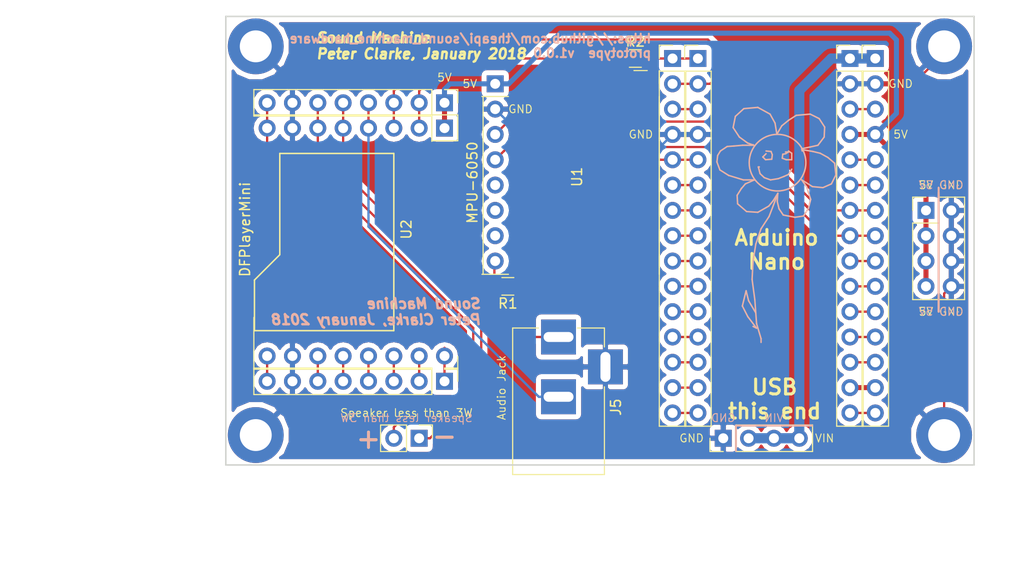
<source format=kicad_pcb>
(kicad_pcb (version 4) (host pcbnew 4.0.7-e2-6376~58~ubuntu16.04.1)

  (general
    (links 80)
    (no_connects 0)
    (area 77.150001 102.917 180.410382 162.700001)
    (thickness 1.6)
    (drawings 42)
    (tracks 155)
    (zones 0)
    (modules 21)
    (nets 43)
  )

  (page A4)
  (layers
    (0 F.Cu signal)
    (31 B.Cu signal)
    (32 B.Adhes user)
    (33 F.Adhes user)
    (34 B.Paste user)
    (35 F.Paste user)
    (36 B.SilkS user)
    (37 F.SilkS user)
    (38 B.Mask user)
    (39 F.Mask user)
    (40 Dwgs.User user)
    (41 Cmts.User user)
    (42 Eco1.User user)
    (43 Eco2.User user)
    (44 Edge.Cuts user)
    (45 Margin user)
    (46 B.CrtYd user)
    (47 F.CrtYd user)
    (48 B.Fab user)
    (49 F.Fab user)
  )

  (setup
    (last_trace_width 0.2286)
    (trace_clearance 0.2286)
    (zone_clearance 0.508)
    (zone_45_only no)
    (trace_min 0.1524)
    (segment_width 0.2)
    (edge_width 0.15)
    (via_size 0.6858)
    (via_drill 0.3302)
    (via_min_size 0.6858)
    (via_min_drill 0.3302)
    (uvia_size 0.3)
    (uvia_drill 0.1)
    (uvias_allowed no)
    (uvia_min_size 0)
    (uvia_min_drill 0)
    (pcb_text_width 0.3)
    (pcb_text_size 1.5 1.5)
    (mod_edge_width 0.15)
    (mod_text_size 1 1)
    (mod_text_width 0.15)
    (pad_size 1.524 1.524)
    (pad_drill 0.762)
    (pad_to_mask_clearance 0.2)
    (aux_axis_origin 0 0)
    (visible_elements FFFEF77F)
    (pcbplotparams
      (layerselection 0x010f0_80000001)
      (usegerberextensions true)
      (excludeedgelayer true)
      (linewidth 0.100000)
      (plotframeref false)
      (viasonmask false)
      (mode 1)
      (useauxorigin false)
      (hpglpennumber 1)
      (hpglpenspeed 20)
      (hpglpendiameter 15)
      (hpglpenoverlay 2)
      (psnegative false)
      (psa4output false)
      (plotreference true)
      (plotvalue true)
      (plotinvisibletext false)
      (padsonsilk false)
      (subtractmaskfromsilk false)
      (outputformat 1)
      (mirror false)
      (drillshape 0)
      (scaleselection 1)
      (outputdirectory gerber/))
  )

  (net 0 "")
  (net 1 VIN)
  (net 2 GND)
  (net 3 TX1)
  (net 4 RX0)
  (net 5 RST)
  (net 6 D2)
  (net 7 D3)
  (net 8 D4)
  (net 9 D5)
  (net 10 D6)
  (net 11 D7)
  (net 12 D8)
  (net 13 D9)
  (net 14 D10)
  (net 15 D11)
  (net 16 D12)
  (net 17 +5V)
  (net 18 A7)
  (net 19 A6)
  (net 20 SCL)
  (net 21 SDA)
  (net 22 A3)
  (net 23 A2)
  (net 24 A1)
  (net 25 A0)
  (net 26 AHREF)
  (net 27 +3V3)
  (net 28 D13)
  (net 29 "Net-(J6-Pad1)")
  (net 30 "Net-(R1-Pad1)")
  (net 31 "Net-(J4-Pad2)")
  (net 32 "Net-(J4-Pad4)")
  (net 33 "Net-(J4-Pad5)")
  (net 34 "Net-(J4-Pad6)")
  (net 35 "Net-(J4-Pad8)")
  (net 36 "Net-(J6-Pad2)")
  (net 37 "Net-(J6-Pad3)")
  (net 38 "Net-(J6-Pad4)")
  (net 39 "Net-(J6-Pad5)")
  (net 40 "Net-(J6-Pad6)")
  (net 41 "Net-(J6-Pad8)")
  (net 42 RESET)

  (net_class Default "This is the default net class."
    (clearance 0.2286)
    (trace_width 0.2286)
    (via_dia 0.6858)
    (via_drill 0.3302)
    (uvia_dia 0.3)
    (uvia_drill 0.1)
    (add_net A0)
    (add_net A1)
    (add_net A2)
    (add_net A3)
    (add_net A6)
    (add_net A7)
    (add_net AHREF)
    (add_net D10)
    (add_net D11)
    (add_net D12)
    (add_net D13)
    (add_net D2)
    (add_net D3)
    (add_net D4)
    (add_net D5)
    (add_net D6)
    (add_net D7)
    (add_net D8)
    (add_net D9)
    (add_net GND)
    (add_net "Net-(J4-Pad2)")
    (add_net "Net-(J4-Pad4)")
    (add_net "Net-(J4-Pad5)")
    (add_net "Net-(J4-Pad6)")
    (add_net "Net-(J4-Pad8)")
    (add_net "Net-(J6-Pad1)")
    (add_net "Net-(J6-Pad2)")
    (add_net "Net-(J6-Pad3)")
    (add_net "Net-(J6-Pad4)")
    (add_net "Net-(J6-Pad5)")
    (add_net "Net-(J6-Pad6)")
    (add_net "Net-(J6-Pad8)")
    (add_net "Net-(R1-Pad1)")
    (add_net RESET)
    (add_net RST)
    (add_net RX0)
    (add_net SCL)
    (add_net SDA)
    (add_net TX1)
  )

  (net_class 3v ""
    (clearance 0.508)
    (trace_width 0.508)
    (via_dia 0.6858)
    (via_drill 0.3302)
    (uvia_dia 0.3)
    (uvia_drill 0.1)
    (add_net +3V3)
  )

  (net_class 5v ""
    (clearance 0.508)
    (trace_width 0.508)
    (via_dia 0.6858)
    (via_drill 0.3302)
    (uvia_dia 0.3)
    (uvia_drill 0.1)
    (add_net +5V)
  )

  (net_class vin ""
    (clearance 0.508)
    (trace_width 1.016)
    (via_dia 0.6858)
    (via_drill 0.3302)
    (uvia_dia 0.3)
    (uvia_drill 0.1)
    (add_net VIN)
  )

  (module Pin_Headers:Pin_Header_Straight_1x08_Pitch2.54mm (layer F.Cu) (tedit 5A3E4A8B) (tstamp 5A3DB15D)
    (at 121.92 113.665 270)
    (descr "Through hole straight pin header, 1x08, 2.54mm pitch, single row")
    (tags "Through hole pin header THT 1x08 2.54mm single row")
    (path /5A3DE3CD)
    (fp_text reference J4 (at 0 -2.33 270) (layer F.Fab)
      (effects (font (size 1 1) (thickness 0.15)))
    )
    (fp_text value Conn_01x08 (at 0 20.11 270) (layer F.Fab)
      (effects (font (size 1 1) (thickness 0.15)))
    )
    (fp_line (start -0.635 -1.27) (end 1.27 -1.27) (layer F.Fab) (width 0.1))
    (fp_line (start 1.27 -1.27) (end 1.27 19.05) (layer F.Fab) (width 0.1))
    (fp_line (start 1.27 19.05) (end -1.27 19.05) (layer F.Fab) (width 0.1))
    (fp_line (start -1.27 19.05) (end -1.27 -0.635) (layer F.Fab) (width 0.1))
    (fp_line (start -1.27 -0.635) (end -0.635 -1.27) (layer F.Fab) (width 0.1))
    (fp_line (start -1.33 19.11) (end 1.33 19.11) (layer F.SilkS) (width 0.12))
    (fp_line (start -1.33 1.27) (end -1.33 19.11) (layer F.SilkS) (width 0.12))
    (fp_line (start 1.33 1.27) (end 1.33 19.11) (layer F.SilkS) (width 0.12))
    (fp_line (start -1.33 1.27) (end 1.33 1.27) (layer F.SilkS) (width 0.12))
    (fp_line (start -1.33 0) (end -1.33 -1.33) (layer F.SilkS) (width 0.12))
    (fp_line (start -1.33 -1.33) (end 0 -1.33) (layer F.SilkS) (width 0.12))
    (fp_line (start -1.8 -1.8) (end -1.8 19.55) (layer F.CrtYd) (width 0.05))
    (fp_line (start -1.8 19.55) (end 1.8 19.55) (layer F.CrtYd) (width 0.05))
    (fp_line (start 1.8 19.55) (end 1.8 -1.8) (layer F.CrtYd) (width 0.05))
    (fp_line (start 1.8 -1.8) (end -1.8 -1.8) (layer F.CrtYd) (width 0.05))
    (fp_text user %R (at 0 8.89 360) (layer F.Fab)
      (effects (font (size 1 1) (thickness 0.15)))
    )
    (pad 1 thru_hole rect (at 0 0 270) (size 1.7 1.7) (drill 1) (layers *.Cu *.Mask)
      (net 17 +5V))
    (pad 2 thru_hole oval (at 0 2.54 270) (size 1.7 1.7) (drill 1) (layers *.Cu *.Mask)
      (net 31 "Net-(J4-Pad2)"))
    (pad 3 thru_hole oval (at 0 5.08 270) (size 1.7 1.7) (drill 1) (layers *.Cu *.Mask)
      (net 4 RX0))
    (pad 4 thru_hole oval (at 0 7.62 270) (size 1.7 1.7) (drill 1) (layers *.Cu *.Mask)
      (net 32 "Net-(J4-Pad4)"))
    (pad 5 thru_hole oval (at 0 10.16 270) (size 1.7 1.7) (drill 1) (layers *.Cu *.Mask)
      (net 33 "Net-(J4-Pad5)"))
    (pad 6 thru_hole oval (at 0 12.7 270) (size 1.7 1.7) (drill 1) (layers *.Cu *.Mask)
      (net 34 "Net-(J4-Pad6)"))
    (pad 7 thru_hole oval (at 0 15.24 270) (size 1.7 1.7) (drill 1) (layers *.Cu *.Mask)
      (net 2 GND))
    (pad 8 thru_hole oval (at 0 17.78 270) (size 1.7 1.7) (drill 1) (layers *.Cu *.Mask)
      (net 35 "Net-(J4-Pad8)"))
    (model ${KISYS3DMOD}/Pin_Headers.3dshapes/Pin_Header_Straight_1x08_Pitch2.54mm.wrl
      (at (xyz 0 0 0))
      (scale (xyz 1 1 1))
      (rotate (xyz 0 0 0))
    )
  )

  (module Pin_Headers:Pin_Header_Straight_1x04_Pitch2.54mm (layer F.Cu) (tedit 5A3EB2AA) (tstamp 5A3E3EAB)
    (at 149.86 147.32 90)
    (descr "Through hole straight pin header, 1x04, 2.54mm pitch, single row")
    (tags "Through hole pin header THT 1x04 2.54mm single row")
    (path /5A3E4959)
    (fp_text reference J1 (at 0 -2.33 180) (layer F.Fab)
      (effects (font (size 1 1) (thickness 0.15)))
    )
    (fp_text value Conn_01x04 (at 0 9.95 90) (layer F.Fab)
      (effects (font (size 1 1) (thickness 0.15)))
    )
    (fp_line (start -0.635 -1.27) (end 1.27 -1.27) (layer F.Fab) (width 0.1))
    (fp_line (start 1.27 -1.27) (end 1.27 8.89) (layer F.Fab) (width 0.1))
    (fp_line (start 1.27 8.89) (end -1.27 8.89) (layer F.Fab) (width 0.1))
    (fp_line (start -1.27 8.89) (end -1.27 -0.635) (layer F.Fab) (width 0.1))
    (fp_line (start -1.27 -0.635) (end -0.635 -1.27) (layer F.Fab) (width 0.1))
    (fp_line (start -1.33 8.95) (end 1.33 8.95) (layer F.SilkS) (width 0.12))
    (fp_line (start -1.33 1.27) (end -1.33 8.95) (layer F.SilkS) (width 0.12))
    (fp_line (start 1.33 1.27) (end 1.33 8.95) (layer F.SilkS) (width 0.12))
    (fp_line (start -1.33 1.27) (end 1.33 1.27) (layer F.SilkS) (width 0.12))
    (fp_line (start -1.33 0) (end -1.33 -1.33) (layer F.SilkS) (width 0.12))
    (fp_line (start -1.33 -1.33) (end 0 -1.33) (layer F.SilkS) (width 0.12))
    (fp_line (start -1.8 -1.8) (end -1.8 9.4) (layer F.CrtYd) (width 0.05))
    (fp_line (start -1.8 9.4) (end 1.8 9.4) (layer F.CrtYd) (width 0.05))
    (fp_line (start 1.8 9.4) (end 1.8 -1.8) (layer F.CrtYd) (width 0.05))
    (fp_line (start 1.8 -1.8) (end -1.8 -1.8) (layer F.CrtYd) (width 0.05))
    (fp_text user %R (at 0 5.08 180) (layer F.Fab)
      (effects (font (size 1 1) (thickness 0.15)))
    )
    (pad 1 thru_hole rect (at 0 0 90) (size 1.7 1.7) (drill 1) (layers *.Cu *.Mask)
      (net 2 GND))
    (pad 2 thru_hole oval (at 0 2.54 90) (size 1.7 1.7) (drill 1) (layers *.Cu *.Mask)
      (net 1 VIN))
    (pad 3 thru_hole oval (at 0 5.08 90) (size 1.7 1.7) (drill 1) (layers *.Cu *.Mask)
      (net 1 VIN))
    (pad 4 thru_hole oval (at 0 7.62 90) (size 1.7 1.7) (drill 1) (layers *.Cu *.Mask)
      (net 1 VIN))
    (model ${KISYS3DMOD}/Pin_Headers.3dshapes/Pin_Header_Straight_1x04_Pitch2.54mm.wrl
      (at (xyz 0 0 0))
      (scale (xyz 1 1 1))
      (rotate (xyz 0 0 0))
    )
  )

  (module Pin_Headers:Pin_Header_Straight_1x15_Pitch2.54mm placed (layer F.Cu) (tedit 5A3E4ADD) (tstamp 5A3D878E)
    (at 144.78 109.22)
    (descr "Through hole straight pin header, 1x15, 2.54mm pitch, single row")
    (tags "Through hole pin header THT 1x15 2.54mm single row")
    (path /5A3D7D47)
    (fp_text reference J2 (at 0 -2.33) (layer F.Fab)
      (effects (font (size 1 1) (thickness 0.15)))
    )
    (fp_text value Conn_01x15 (at 0 37.89) (layer F.Fab)
      (effects (font (size 1 1) (thickness 0.15)))
    )
    (fp_line (start -0.635 -1.27) (end 1.27 -1.27) (layer F.Fab) (width 0.1))
    (fp_line (start 1.27 -1.27) (end 1.27 36.83) (layer F.Fab) (width 0.1))
    (fp_line (start 1.27 36.83) (end -1.27 36.83) (layer F.Fab) (width 0.1))
    (fp_line (start -1.27 36.83) (end -1.27 -0.635) (layer F.Fab) (width 0.1))
    (fp_line (start -1.27 -0.635) (end -0.635 -1.27) (layer F.Fab) (width 0.1))
    (fp_line (start -1.33 36.89) (end 1.33 36.89) (layer F.SilkS) (width 0.12))
    (fp_line (start -1.33 1.27) (end -1.33 36.89) (layer F.SilkS) (width 0.12))
    (fp_line (start 1.33 1.27) (end 1.33 36.89) (layer F.SilkS) (width 0.12))
    (fp_line (start -1.33 1.27) (end 1.33 1.27) (layer F.SilkS) (width 0.12))
    (fp_line (start -1.33 0) (end -1.33 -1.33) (layer F.SilkS) (width 0.12))
    (fp_line (start -1.33 -1.33) (end 0 -1.33) (layer F.SilkS) (width 0.12))
    (fp_line (start -1.8 -1.8) (end -1.8 37.35) (layer F.CrtYd) (width 0.05))
    (fp_line (start -1.8 37.35) (end 1.8 37.35) (layer F.CrtYd) (width 0.05))
    (fp_line (start 1.8 37.35) (end 1.8 -1.8) (layer F.CrtYd) (width 0.05))
    (fp_line (start 1.8 -1.8) (end -1.8 -1.8) (layer F.CrtYd) (width 0.05))
    (fp_text user %R (at 0 17.78 90) (layer F.Fab)
      (effects (font (size 1 1) (thickness 0.15)))
    )
    (pad 1 thru_hole rect (at 0 0) (size 1.7 1.7) (drill 1) (layers *.Cu *.Mask)
      (net 3 TX1))
    (pad 2 thru_hole oval (at 0 2.54) (size 1.7 1.7) (drill 1) (layers *.Cu *.Mask)
      (net 4 RX0))
    (pad 3 thru_hole oval (at 0 5.08) (size 1.7 1.7) (drill 1) (layers *.Cu *.Mask)
      (net 5 RST))
    (pad 4 thru_hole oval (at 0 7.62) (size 1.7 1.7) (drill 1) (layers *.Cu *.Mask)
      (net 2 GND))
    (pad 5 thru_hole oval (at 0 10.16) (size 1.7 1.7) (drill 1) (layers *.Cu *.Mask)
      (net 6 D2))
    (pad 6 thru_hole oval (at 0 12.7) (size 1.7 1.7) (drill 1) (layers *.Cu *.Mask)
      (net 7 D3))
    (pad 7 thru_hole oval (at 0 15.24) (size 1.7 1.7) (drill 1) (layers *.Cu *.Mask)
      (net 8 D4))
    (pad 8 thru_hole oval (at 0 17.78) (size 1.7 1.7) (drill 1) (layers *.Cu *.Mask)
      (net 9 D5))
    (pad 9 thru_hole oval (at 0 20.32) (size 1.7 1.7) (drill 1) (layers *.Cu *.Mask)
      (net 10 D6))
    (pad 10 thru_hole oval (at 0 22.86) (size 1.7 1.7) (drill 1) (layers *.Cu *.Mask)
      (net 11 D7))
    (pad 11 thru_hole oval (at 0 25.4) (size 1.7 1.7) (drill 1) (layers *.Cu *.Mask)
      (net 12 D8))
    (pad 12 thru_hole oval (at 0 27.94) (size 1.7 1.7) (drill 1) (layers *.Cu *.Mask)
      (net 13 D9))
    (pad 13 thru_hole oval (at 0 30.48) (size 1.7 1.7) (drill 1) (layers *.Cu *.Mask)
      (net 14 D10))
    (pad 14 thru_hole oval (at 0 33.02) (size 1.7 1.7) (drill 1) (layers *.Cu *.Mask)
      (net 15 D11))
    (pad 15 thru_hole oval (at 0 35.56) (size 1.7 1.7) (drill 1) (layers *.Cu *.Mask)
      (net 16 D12))
    (model ${KISYS3DMOD}/Pin_Headers.3dshapes/Pin_Header_Straight_1x15_Pitch2.54mm.wrl
      (at (xyz 0 0 0))
      (scale (xyz 1 1 1))
      (rotate (xyz 0 0 0))
    )
  )

  (module Pin_Headers:Pin_Header_Straight_1x15_Pitch2.54mm placed (layer F.Cu) (tedit 5A3E4B09) (tstamp 5A3D87A1)
    (at 165.1 109.22)
    (descr "Through hole straight pin header, 1x15, 2.54mm pitch, single row")
    (tags "Through hole pin header THT 1x15 2.54mm single row")
    (path /5A3D80E6)
    (fp_text reference J3 (at 0 -2.33) (layer F.Fab)
      (effects (font (size 1 1) (thickness 0.15)))
    )
    (fp_text value Conn_01x15 (at 0 37.89) (layer F.Fab)
      (effects (font (size 1 1) (thickness 0.15)))
    )
    (fp_line (start -0.635 -1.27) (end 1.27 -1.27) (layer F.Fab) (width 0.1))
    (fp_line (start 1.27 -1.27) (end 1.27 36.83) (layer F.Fab) (width 0.1))
    (fp_line (start 1.27 36.83) (end -1.27 36.83) (layer F.Fab) (width 0.1))
    (fp_line (start -1.27 36.83) (end -1.27 -0.635) (layer F.Fab) (width 0.1))
    (fp_line (start -1.27 -0.635) (end -0.635 -1.27) (layer F.Fab) (width 0.1))
    (fp_line (start -1.33 36.89) (end 1.33 36.89) (layer F.SilkS) (width 0.12))
    (fp_line (start -1.33 1.27) (end -1.33 36.89) (layer F.SilkS) (width 0.12))
    (fp_line (start 1.33 1.27) (end 1.33 36.89) (layer F.SilkS) (width 0.12))
    (fp_line (start -1.33 1.27) (end 1.33 1.27) (layer F.SilkS) (width 0.12))
    (fp_line (start -1.33 0) (end -1.33 -1.33) (layer F.SilkS) (width 0.12))
    (fp_line (start -1.33 -1.33) (end 0 -1.33) (layer F.SilkS) (width 0.12))
    (fp_line (start -1.8 -1.8) (end -1.8 37.35) (layer F.CrtYd) (width 0.05))
    (fp_line (start -1.8 37.35) (end 1.8 37.35) (layer F.CrtYd) (width 0.05))
    (fp_line (start 1.8 37.35) (end 1.8 -1.8) (layer F.CrtYd) (width 0.05))
    (fp_line (start 1.8 -1.8) (end -1.8 -1.8) (layer F.CrtYd) (width 0.05))
    (fp_text user %R (at 0 17.78 90) (layer F.Fab)
      (effects (font (size 1 1) (thickness 0.15)))
    )
    (pad 1 thru_hole rect (at 0 0) (size 1.7 1.7) (drill 1) (layers *.Cu *.Mask)
      (net 1 VIN))
    (pad 2 thru_hole oval (at 0 2.54) (size 1.7 1.7) (drill 1) (layers *.Cu *.Mask)
      (net 2 GND))
    (pad 3 thru_hole oval (at 0 5.08) (size 1.7 1.7) (drill 1) (layers *.Cu *.Mask)
      (net 42 RESET))
    (pad 4 thru_hole oval (at 0 7.62) (size 1.7 1.7) (drill 1) (layers *.Cu *.Mask)
      (net 17 +5V))
    (pad 5 thru_hole oval (at 0 10.16) (size 1.7 1.7) (drill 1) (layers *.Cu *.Mask)
      (net 18 A7))
    (pad 6 thru_hole oval (at 0 12.7) (size 1.7 1.7) (drill 1) (layers *.Cu *.Mask)
      (net 19 A6))
    (pad 7 thru_hole oval (at 0 15.24) (size 1.7 1.7) (drill 1) (layers *.Cu *.Mask)
      (net 20 SCL))
    (pad 8 thru_hole oval (at 0 17.78) (size 1.7 1.7) (drill 1) (layers *.Cu *.Mask)
      (net 21 SDA))
    (pad 9 thru_hole oval (at 0 20.32) (size 1.7 1.7) (drill 1) (layers *.Cu *.Mask)
      (net 22 A3))
    (pad 10 thru_hole oval (at 0 22.86) (size 1.7 1.7) (drill 1) (layers *.Cu *.Mask)
      (net 23 A2))
    (pad 11 thru_hole oval (at 0 25.4) (size 1.7 1.7) (drill 1) (layers *.Cu *.Mask)
      (net 24 A1))
    (pad 12 thru_hole oval (at 0 27.94) (size 1.7 1.7) (drill 1) (layers *.Cu *.Mask)
      (net 25 A0))
    (pad 13 thru_hole oval (at 0 30.48) (size 1.7 1.7) (drill 1) (layers *.Cu *.Mask)
      (net 26 AHREF))
    (pad 14 thru_hole oval (at 0 33.02) (size 1.7 1.7) (drill 1) (layers *.Cu *.Mask)
      (net 27 +3V3))
    (pad 15 thru_hole oval (at 0 35.56) (size 1.7 1.7) (drill 1) (layers *.Cu *.Mask)
      (net 28 D13))
    (model ${KISYS3DMOD}/Pin_Headers.3dshapes/Pin_Header_Straight_1x15_Pitch2.54mm.wrl
      (at (xyz 0 0 0))
      (scale (xyz 1 1 1))
      (rotate (xyz 0 0 0))
    )
  )

  (module Connectors:BARREL_JACK placed (layer F.Cu) (tedit 5861378E) (tstamp 5A3D87AD)
    (at 133.35 137.16 90)
    (descr "DC Barrel Jack")
    (tags "Power Jack")
    (path /5A3D91A5)
    (fp_text reference J5 (at -7.04 5.75 270) (layer F.SilkS)
      (effects (font (size 1 1) (thickness 0.15)))
    )
    (fp_text value Audio-Jack-3 (at -6.2 -5.5 90) (layer F.Fab)
      (effects (font (size 1 1) (thickness 0.15)))
    )
    (fp_line (start 1 -4.5) (end 1 -4.75) (layer F.CrtYd) (width 0.05))
    (fp_line (start 1 -4.75) (end -14 -4.75) (layer F.CrtYd) (width 0.05))
    (fp_line (start 1 -4.5) (end 1 -2) (layer F.CrtYd) (width 0.05))
    (fp_line (start 1 -2) (end 2 -2) (layer F.CrtYd) (width 0.05))
    (fp_line (start 2 -2) (end 2 2) (layer F.CrtYd) (width 0.05))
    (fp_line (start 2 2) (end 1 2) (layer F.CrtYd) (width 0.05))
    (fp_line (start 1 2) (end 1 4.75) (layer F.CrtYd) (width 0.05))
    (fp_line (start 1 4.75) (end -1 4.75) (layer F.CrtYd) (width 0.05))
    (fp_line (start -1 4.75) (end -1 6.75) (layer F.CrtYd) (width 0.05))
    (fp_line (start -1 6.75) (end -5 6.75) (layer F.CrtYd) (width 0.05))
    (fp_line (start -5 6.75) (end -5 4.75) (layer F.CrtYd) (width 0.05))
    (fp_line (start -5 4.75) (end -14 4.75) (layer F.CrtYd) (width 0.05))
    (fp_line (start -14 4.75) (end -14 -4.75) (layer F.CrtYd) (width 0.05))
    (fp_line (start -5 4.6) (end -13.8 4.6) (layer F.SilkS) (width 0.12))
    (fp_line (start -13.8 4.6) (end -13.8 -4.6) (layer F.SilkS) (width 0.12))
    (fp_line (start 0.9 1.9) (end 0.9 4.6) (layer F.SilkS) (width 0.12))
    (fp_line (start 0.9 4.6) (end -1 4.6) (layer F.SilkS) (width 0.12))
    (fp_line (start -13.8 -4.6) (end 0.9 -4.6) (layer F.SilkS) (width 0.12))
    (fp_line (start 0.9 -4.6) (end 0.9 -2) (layer F.SilkS) (width 0.12))
    (fp_line (start -10.2 -4.5) (end -10.2 4.5) (layer F.Fab) (width 0.1))
    (fp_line (start -13.7 -4.5) (end -13.7 4.5) (layer F.Fab) (width 0.1))
    (fp_line (start -13.7 4.5) (end 0.8 4.5) (layer F.Fab) (width 0.1))
    (fp_line (start 0.8 4.5) (end 0.8 -4.5) (layer F.Fab) (width 0.1))
    (fp_line (start 0.8 -4.5) (end -13.7 -4.5) (layer F.Fab) (width 0.1))
    (pad 1 thru_hole rect (at 0 0 90) (size 3.5 3.5) (drill oval 1 3) (layers *.Cu *.Mask)
      (net 33 "Net-(J4-Pad5)"))
    (pad 2 thru_hole rect (at -6 0 90) (size 3.5 3.5) (drill oval 1 3) (layers *.Cu *.Mask)
      (net 32 "Net-(J4-Pad4)"))
    (pad 3 thru_hole rect (at -3 4.7 90) (size 3.5 3.5) (drill oval 3 1) (layers *.Cu *.Mask)
      (net 2 GND))
  )

  (module Pin_Headers:Pin_Header_Straight_1x02_Pitch2.54mm placed (layer F.Cu) (tedit 5A3EBEB3) (tstamp 5A3D87C2)
    (at 119.38 147.32 270)
    (descr "Through hole straight pin header, 1x02, 2.54mm pitch, single row")
    (tags "Through hole pin header THT 1x02 2.54mm single row")
    (path /59A04FC9)
    (fp_text reference LS1 (at 0 -2.33 270) (layer F.Fab)
      (effects (font (size 1 1) (thickness 0.15)))
    )
    (fp_text value Speaker (at 0 4.87 270) (layer F.Fab)
      (effects (font (size 1 1) (thickness 0.15)))
    )
    (fp_line (start -0.635 -1.27) (end 1.27 -1.27) (layer F.Fab) (width 0.1))
    (fp_line (start 1.27 -1.27) (end 1.27 3.81) (layer F.Fab) (width 0.1))
    (fp_line (start 1.27 3.81) (end -1.27 3.81) (layer F.Fab) (width 0.1))
    (fp_line (start -1.27 3.81) (end -1.27 -0.635) (layer F.Fab) (width 0.1))
    (fp_line (start -1.27 -0.635) (end -0.635 -1.27) (layer F.Fab) (width 0.1))
    (fp_line (start -1.33 3.87) (end 1.33 3.87) (layer F.SilkS) (width 0.12))
    (fp_line (start -1.33 1.27) (end -1.33 3.87) (layer F.SilkS) (width 0.12))
    (fp_line (start 1.33 1.27) (end 1.33 3.87) (layer F.SilkS) (width 0.12))
    (fp_line (start -1.33 1.27) (end 1.33 1.27) (layer F.SilkS) (width 0.12))
    (fp_line (start -1.33 0) (end -1.33 -1.33) (layer F.SilkS) (width 0.12))
    (fp_line (start -1.33 -1.33) (end 0 -1.33) (layer F.SilkS) (width 0.12))
    (fp_line (start -1.8 -1.8) (end -1.8 4.35) (layer F.CrtYd) (width 0.05))
    (fp_line (start -1.8 4.35) (end 1.8 4.35) (layer F.CrtYd) (width 0.05))
    (fp_line (start 1.8 4.35) (end 1.8 -1.8) (layer F.CrtYd) (width 0.05))
    (fp_line (start 1.8 -1.8) (end -1.8 -1.8) (layer F.CrtYd) (width 0.05))
    (fp_text user %R (at 0 1.27 360) (layer F.Fab)
      (effects (font (size 1 1) (thickness 0.15)))
    )
    (pad 1 thru_hole rect (at 0 0 270) (size 1.7 1.7) (drill 1) (layers *.Cu *.Mask)
      (net 34 "Net-(J4-Pad6)"))
    (pad 2 thru_hole oval (at 0 2.54 270) (size 1.7 1.7) (drill 1) (layers *.Cu *.Mask)
      (net 35 "Net-(J4-Pad8)"))
    (model ${KISYS3DMOD}/Pin_Headers.3dshapes/Pin_Header_Straight_1x02_Pitch2.54mm.wrl
      (at (xyz 0 0 0))
      (scale (xyz 1 1 1))
      (rotate (xyz 0 0 0))
    )
  )

  (module Resistors_SMD:R_0805_HandSoldering placed (layer F.Cu) (tedit 58E0A804) (tstamp 5A3D87C8)
    (at 128.27 132.08)
    (descr "Resistor SMD 0805, hand soldering")
    (tags "resistor 0805")
    (path /5A3D88B7)
    (attr smd)
    (fp_text reference R1 (at 0 1.72) (layer F.SilkS)
      (effects (font (size 1 1) (thickness 0.15)))
    )
    (fp_text value 330R (at 0 1.75) (layer F.Fab)
      (effects (font (size 1 1) (thickness 0.15)))
    )
    (fp_text user %R (at 0 0) (layer F.Fab)
      (effects (font (size 0.5 0.5) (thickness 0.075)))
    )
    (fp_line (start -1 0.62) (end -1 -0.62) (layer F.Fab) (width 0.1))
    (fp_line (start 1 0.62) (end -1 0.62) (layer F.Fab) (width 0.1))
    (fp_line (start 1 -0.62) (end 1 0.62) (layer F.Fab) (width 0.1))
    (fp_line (start -1 -0.62) (end 1 -0.62) (layer F.Fab) (width 0.1))
    (fp_line (start 0.6 0.88) (end -0.6 0.88) (layer F.SilkS) (width 0.12))
    (fp_line (start -0.6 -0.88) (end 0.6 -0.88) (layer F.SilkS) (width 0.12))
    (fp_line (start -2.35 -0.9) (end 2.35 -0.9) (layer F.CrtYd) (width 0.05))
    (fp_line (start -2.35 -0.9) (end -2.35 0.9) (layer F.CrtYd) (width 0.05))
    (fp_line (start 2.35 0.9) (end 2.35 -0.9) (layer F.CrtYd) (width 0.05))
    (fp_line (start 2.35 0.9) (end -2.35 0.9) (layer F.CrtYd) (width 0.05))
    (pad 1 smd rect (at -1.35 0) (size 1.5 1.3) (layers F.Cu F.Paste F.Mask)
      (net 30 "Net-(R1-Pad1)"))
    (pad 2 smd rect (at 1.35 0) (size 1.5 1.3) (layers F.Cu F.Paste F.Mask)
      (net 6 D2))
    (model ${KISYS3DMOD}/Resistors_SMD.3dshapes/R_0805.wrl
      (at (xyz 0 0 0))
      (scale (xyz 1 1 1))
      (rotate (xyz 0 0 0))
    )
  )

  (module Resistors_SMD:R_0805_HandSoldering placed (layer F.Cu) (tedit 58E0A804) (tstamp 5A3D87CE)
    (at 141.05 109.22)
    (descr "Resistor SMD 0805, hand soldering")
    (tags "resistor 0805")
    (path /5A3D9CAC)
    (attr smd)
    (fp_text reference R2 (at 0 -1.7) (layer F.SilkS)
      (effects (font (size 1 1) (thickness 0.15)))
    )
    (fp_text value 1K (at 0 1.75) (layer F.Fab)
      (effects (font (size 1 1) (thickness 0.15)))
    )
    (fp_text user %R (at 0 0) (layer F.Fab)
      (effects (font (size 0.5 0.5) (thickness 0.075)))
    )
    (fp_line (start -1 0.62) (end -1 -0.62) (layer F.Fab) (width 0.1))
    (fp_line (start 1 0.62) (end -1 0.62) (layer F.Fab) (width 0.1))
    (fp_line (start 1 -0.62) (end 1 0.62) (layer F.Fab) (width 0.1))
    (fp_line (start -1 -0.62) (end 1 -0.62) (layer F.Fab) (width 0.1))
    (fp_line (start 0.6 0.88) (end -0.6 0.88) (layer F.SilkS) (width 0.12))
    (fp_line (start -0.6 -0.88) (end 0.6 -0.88) (layer F.SilkS) (width 0.12))
    (fp_line (start -2.35 -0.9) (end 2.35 -0.9) (layer F.CrtYd) (width 0.05))
    (fp_line (start -2.35 -0.9) (end -2.35 0.9) (layer F.CrtYd) (width 0.05))
    (fp_line (start 2.35 0.9) (end 2.35 -0.9) (layer F.CrtYd) (width 0.05))
    (fp_line (start 2.35 0.9) (end -2.35 0.9) (layer F.CrtYd) (width 0.05))
    (pad 1 smd rect (at -1.35 0) (size 1.5 1.3) (layers F.Cu F.Paste F.Mask)
      (net 31 "Net-(J4-Pad2)"))
    (pad 2 smd rect (at 1.35 0) (size 1.5 1.3) (layers F.Cu F.Paste F.Mask)
      (net 3 TX1))
    (model ${KISYS3DMOD}/Resistors_SMD.3dshapes/R_0805.wrl
      (at (xyz 0 0 0))
      (scale (xyz 1 1 1))
      (rotate (xyz 0 0 0))
    )
  )

  (module Pin_Headers:Pin_Header_Straight_1x15_Pitch2.54mm (layer F.Cu) (tedit 5A3E4AE7) (tstamp 5A3D9B87)
    (at 147.32 109.22)
    (descr "Through hole straight pin header, 1x15, 2.54mm pitch, single row")
    (tags "Through hole pin header THT 1x15 2.54mm single row")
    (path /5A3DBC45)
    (fp_text reference J13 (at 0 -2.33) (layer F.Fab)
      (effects (font (size 1 1) (thickness 0.15)))
    )
    (fp_text value Conn_01x15 (at 0 37.89) (layer F.Fab)
      (effects (font (size 1 1) (thickness 0.15)))
    )
    (fp_line (start -0.635 -1.27) (end 1.27 -1.27) (layer F.Fab) (width 0.1))
    (fp_line (start 1.27 -1.27) (end 1.27 36.83) (layer F.Fab) (width 0.1))
    (fp_line (start 1.27 36.83) (end -1.27 36.83) (layer F.Fab) (width 0.1))
    (fp_line (start -1.27 36.83) (end -1.27 -0.635) (layer F.Fab) (width 0.1))
    (fp_line (start -1.27 -0.635) (end -0.635 -1.27) (layer F.Fab) (width 0.1))
    (fp_line (start -1.33 36.89) (end 1.33 36.89) (layer F.SilkS) (width 0.12))
    (fp_line (start -1.33 1.27) (end -1.33 36.89) (layer F.SilkS) (width 0.12))
    (fp_line (start 1.33 1.27) (end 1.33 36.89) (layer F.SilkS) (width 0.12))
    (fp_line (start -1.33 1.27) (end 1.33 1.27) (layer F.SilkS) (width 0.12))
    (fp_line (start -1.33 0) (end -1.33 -1.33) (layer F.SilkS) (width 0.12))
    (fp_line (start -1.33 -1.33) (end 0 -1.33) (layer F.SilkS) (width 0.12))
    (fp_line (start -1.8 -1.8) (end -1.8 37.35) (layer F.CrtYd) (width 0.05))
    (fp_line (start -1.8 37.35) (end 1.8 37.35) (layer F.CrtYd) (width 0.05))
    (fp_line (start 1.8 37.35) (end 1.8 -1.8) (layer F.CrtYd) (width 0.05))
    (fp_line (start 1.8 -1.8) (end -1.8 -1.8) (layer F.CrtYd) (width 0.05))
    (fp_text user %R (at 0 17.78 90) (layer F.Fab)
      (effects (font (size 1 1) (thickness 0.15)))
    )
    (pad 1 thru_hole rect (at 0 0) (size 1.7 1.7) (drill 1) (layers *.Cu *.Mask)
      (net 3 TX1))
    (pad 2 thru_hole oval (at 0 2.54) (size 1.7 1.7) (drill 1) (layers *.Cu *.Mask)
      (net 4 RX0))
    (pad 3 thru_hole oval (at 0 5.08) (size 1.7 1.7) (drill 1) (layers *.Cu *.Mask)
      (net 5 RST))
    (pad 4 thru_hole oval (at 0 7.62) (size 1.7 1.7) (drill 1) (layers *.Cu *.Mask)
      (net 2 GND))
    (pad 5 thru_hole oval (at 0 10.16) (size 1.7 1.7) (drill 1) (layers *.Cu *.Mask)
      (net 6 D2))
    (pad 6 thru_hole oval (at 0 12.7) (size 1.7 1.7) (drill 1) (layers *.Cu *.Mask)
      (net 7 D3))
    (pad 7 thru_hole oval (at 0 15.24) (size 1.7 1.7) (drill 1) (layers *.Cu *.Mask)
      (net 8 D4))
    (pad 8 thru_hole oval (at 0 17.78) (size 1.7 1.7) (drill 1) (layers *.Cu *.Mask)
      (net 9 D5))
    (pad 9 thru_hole oval (at 0 20.32) (size 1.7 1.7) (drill 1) (layers *.Cu *.Mask)
      (net 10 D6))
    (pad 10 thru_hole oval (at 0 22.86) (size 1.7 1.7) (drill 1) (layers *.Cu *.Mask)
      (net 11 D7))
    (pad 11 thru_hole oval (at 0 25.4) (size 1.7 1.7) (drill 1) (layers *.Cu *.Mask)
      (net 12 D8))
    (pad 12 thru_hole oval (at 0 27.94) (size 1.7 1.7) (drill 1) (layers *.Cu *.Mask)
      (net 13 D9))
    (pad 13 thru_hole oval (at 0 30.48) (size 1.7 1.7) (drill 1) (layers *.Cu *.Mask)
      (net 14 D10))
    (pad 14 thru_hole oval (at 0 33.02) (size 1.7 1.7) (drill 1) (layers *.Cu *.Mask)
      (net 15 D11))
    (pad 15 thru_hole oval (at 0 35.56) (size 1.7 1.7) (drill 1) (layers *.Cu *.Mask)
      (net 16 D12))
    (model ${KISYS3DMOD}/Pin_Headers.3dshapes/Pin_Header_Straight_1x15_Pitch2.54mm.wrl
      (at (xyz 0 0 0))
      (scale (xyz 1 1 1))
      (rotate (xyz 0 0 0))
    )
  )

  (module Pin_Headers:Pin_Header_Straight_1x15_Pitch2.54mm (layer F.Cu) (tedit 5A3E4B01) (tstamp 5A3D9BC0)
    (at 162.56 109.22)
    (descr "Through hole straight pin header, 1x15, 2.54mm pitch, single row")
    (tags "Through hole pin header THT 1x15 2.54mm single row")
    (path /5A3DC180)
    (fp_text reference J16 (at 0 -2.33) (layer F.Fab)
      (effects (font (size 1 1) (thickness 0.15)))
    )
    (fp_text value Conn_01x15 (at 0 37.89) (layer F.Fab)
      (effects (font (size 1 1) (thickness 0.15)))
    )
    (fp_line (start -0.635 -1.27) (end 1.27 -1.27) (layer F.Fab) (width 0.1))
    (fp_line (start 1.27 -1.27) (end 1.27 36.83) (layer F.Fab) (width 0.1))
    (fp_line (start 1.27 36.83) (end -1.27 36.83) (layer F.Fab) (width 0.1))
    (fp_line (start -1.27 36.83) (end -1.27 -0.635) (layer F.Fab) (width 0.1))
    (fp_line (start -1.27 -0.635) (end -0.635 -1.27) (layer F.Fab) (width 0.1))
    (fp_line (start -1.33 36.89) (end 1.33 36.89) (layer F.SilkS) (width 0.12))
    (fp_line (start -1.33 1.27) (end -1.33 36.89) (layer F.SilkS) (width 0.12))
    (fp_line (start 1.33 1.27) (end 1.33 36.89) (layer F.SilkS) (width 0.12))
    (fp_line (start -1.33 1.27) (end 1.33 1.27) (layer F.SilkS) (width 0.12))
    (fp_line (start -1.33 0) (end -1.33 -1.33) (layer F.SilkS) (width 0.12))
    (fp_line (start -1.33 -1.33) (end 0 -1.33) (layer F.SilkS) (width 0.12))
    (fp_line (start -1.8 -1.8) (end -1.8 37.35) (layer F.CrtYd) (width 0.05))
    (fp_line (start -1.8 37.35) (end 1.8 37.35) (layer F.CrtYd) (width 0.05))
    (fp_line (start 1.8 37.35) (end 1.8 -1.8) (layer F.CrtYd) (width 0.05))
    (fp_line (start 1.8 -1.8) (end -1.8 -1.8) (layer F.CrtYd) (width 0.05))
    (fp_text user %R (at 0 17.78 90) (layer F.Fab)
      (effects (font (size 1 1) (thickness 0.15)))
    )
    (pad 1 thru_hole rect (at 0 0) (size 1.7 1.7) (drill 1) (layers *.Cu *.Mask)
      (net 1 VIN))
    (pad 2 thru_hole oval (at 0 2.54) (size 1.7 1.7) (drill 1) (layers *.Cu *.Mask)
      (net 2 GND))
    (pad 3 thru_hole oval (at 0 5.08) (size 1.7 1.7) (drill 1) (layers *.Cu *.Mask)
      (net 42 RESET))
    (pad 4 thru_hole oval (at 0 7.62) (size 1.7 1.7) (drill 1) (layers *.Cu *.Mask)
      (net 17 +5V))
    (pad 5 thru_hole oval (at 0 10.16) (size 1.7 1.7) (drill 1) (layers *.Cu *.Mask)
      (net 18 A7))
    (pad 6 thru_hole oval (at 0 12.7) (size 1.7 1.7) (drill 1) (layers *.Cu *.Mask)
      (net 19 A6))
    (pad 7 thru_hole oval (at 0 15.24) (size 1.7 1.7) (drill 1) (layers *.Cu *.Mask)
      (net 20 SCL))
    (pad 8 thru_hole oval (at 0 17.78) (size 1.7 1.7) (drill 1) (layers *.Cu *.Mask)
      (net 21 SDA))
    (pad 9 thru_hole oval (at 0 20.32) (size 1.7 1.7) (drill 1) (layers *.Cu *.Mask)
      (net 22 A3))
    (pad 10 thru_hole oval (at 0 22.86) (size 1.7 1.7) (drill 1) (layers *.Cu *.Mask)
      (net 23 A2))
    (pad 11 thru_hole oval (at 0 25.4) (size 1.7 1.7) (drill 1) (layers *.Cu *.Mask)
      (net 24 A1))
    (pad 12 thru_hole oval (at 0 27.94) (size 1.7 1.7) (drill 1) (layers *.Cu *.Mask)
      (net 25 A0))
    (pad 13 thru_hole oval (at 0 30.48) (size 1.7 1.7) (drill 1) (layers *.Cu *.Mask)
      (net 26 AHREF))
    (pad 14 thru_hole oval (at 0 33.02) (size 1.7 1.7) (drill 1) (layers *.Cu *.Mask)
      (net 27 +3V3))
    (pad 15 thru_hole oval (at 0 35.56) (size 1.7 1.7) (drill 1) (layers *.Cu *.Mask)
      (net 28 D13))
    (model ${KISYS3DMOD}/Pin_Headers.3dshapes/Pin_Header_Straight_1x15_Pitch2.54mm.wrl
      (at (xyz 0 0 0))
      (scale (xyz 1 1 1))
      (rotate (xyz 0 0 0))
    )
  )

  (module Pin_Headers:Pin_Header_Straight_1x08_Pitch2.54mm (layer F.Cu) (tedit 5A3E4AF6) (tstamp 5A3DB168)
    (at 121.92 141.605 270)
    (descr "Through hole straight pin header, 1x08, 2.54mm pitch, single row")
    (tags "Through hole pin header THT 1x08 2.54mm single row")
    (path /5A3DDF76)
    (fp_text reference J6 (at 0 -2.33 270) (layer F.Fab)
      (effects (font (size 1 1) (thickness 0.15)))
    )
    (fp_text value Conn_01x08 (at 0 20.11 270) (layer F.Fab)
      (effects (font (size 1 1) (thickness 0.15)))
    )
    (fp_line (start -0.635 -1.27) (end 1.27 -1.27) (layer F.Fab) (width 0.1))
    (fp_line (start 1.27 -1.27) (end 1.27 19.05) (layer F.Fab) (width 0.1))
    (fp_line (start 1.27 19.05) (end -1.27 19.05) (layer F.Fab) (width 0.1))
    (fp_line (start -1.27 19.05) (end -1.27 -0.635) (layer F.Fab) (width 0.1))
    (fp_line (start -1.27 -0.635) (end -0.635 -1.27) (layer F.Fab) (width 0.1))
    (fp_line (start -1.33 19.11) (end 1.33 19.11) (layer F.SilkS) (width 0.12))
    (fp_line (start -1.33 1.27) (end -1.33 19.11) (layer F.SilkS) (width 0.12))
    (fp_line (start 1.33 1.27) (end 1.33 19.11) (layer F.SilkS) (width 0.12))
    (fp_line (start -1.33 1.27) (end 1.33 1.27) (layer F.SilkS) (width 0.12))
    (fp_line (start -1.33 0) (end -1.33 -1.33) (layer F.SilkS) (width 0.12))
    (fp_line (start -1.33 -1.33) (end 0 -1.33) (layer F.SilkS) (width 0.12))
    (fp_line (start -1.8 -1.8) (end -1.8 19.55) (layer F.CrtYd) (width 0.05))
    (fp_line (start -1.8 19.55) (end 1.8 19.55) (layer F.CrtYd) (width 0.05))
    (fp_line (start 1.8 19.55) (end 1.8 -1.8) (layer F.CrtYd) (width 0.05))
    (fp_line (start 1.8 -1.8) (end -1.8 -1.8) (layer F.CrtYd) (width 0.05))
    (fp_text user %R (at 0 8.89 360) (layer F.Fab)
      (effects (font (size 1 1) (thickness 0.15)))
    )
    (pad 1 thru_hole rect (at 0 0 270) (size 1.7 1.7) (drill 1) (layers *.Cu *.Mask)
      (net 29 "Net-(J6-Pad1)"))
    (pad 2 thru_hole oval (at 0 2.54 270) (size 1.7 1.7) (drill 1) (layers *.Cu *.Mask)
      (net 36 "Net-(J6-Pad2)"))
    (pad 3 thru_hole oval (at 0 5.08 270) (size 1.7 1.7) (drill 1) (layers *.Cu *.Mask)
      (net 37 "Net-(J6-Pad3)"))
    (pad 4 thru_hole oval (at 0 7.62 270) (size 1.7 1.7) (drill 1) (layers *.Cu *.Mask)
      (net 38 "Net-(J6-Pad4)"))
    (pad 5 thru_hole oval (at 0 10.16 270) (size 1.7 1.7) (drill 1) (layers *.Cu *.Mask)
      (net 39 "Net-(J6-Pad5)"))
    (pad 6 thru_hole oval (at 0 12.7 270) (size 1.7 1.7) (drill 1) (layers *.Cu *.Mask)
      (net 40 "Net-(J6-Pad6)"))
    (pad 7 thru_hole oval (at 0 15.24 270) (size 1.7 1.7) (drill 1) (layers *.Cu *.Mask)
      (net 2 GND))
    (pad 8 thru_hole oval (at 0 17.78 270) (size 1.7 1.7) (drill 1) (layers *.Cu *.Mask)
      (net 41 "Net-(J6-Pad8)"))
    (model ${KISYS3DMOD}/Pin_Headers.3dshapes/Pin_Header_Straight_1x08_Pitch2.54mm.wrl
      (at (xyz 0 0 0))
      (scale (xyz 1 1 1))
      (rotate (xyz 0 0 0))
    )
  )

  (module sound_machine:MPU-6050 placed (layer F.Cu) (tedit 5A3EC22E) (tstamp 5A3E3AD2)
    (at 127 111.76)
    (descr "Through hole straight pin header, 1x08, 2.54mm pitch, single row")
    (tags "Through hole pin header THT 1x08 2.54mm single row")
    (path /59A0448B)
    (fp_text reference U1 (at 8.2 9.34 90) (layer F.SilkS)
      (effects (font (size 1 1) (thickness 0.15)))
    )
    (fp_text value MPU-6050_breakout (at 0 20.11) (layer F.Fab)
      (effects (font (size 1 1) (thickness 0.15)))
    )
    (fp_text user MPU-6050 (at -2.286 9.906 90) (layer F.SilkS)
      (effects (font (size 1 1) (thickness 0.15)))
    )
    (fp_line (start -0.635 -1.27) (end 1.27 -1.27) (layer F.Fab) (width 0.1))
    (fp_line (start -1.27 -1.27) (end -1.27 19.05) (layer F.Fab) (width 0.1))
    (fp_line (start 1.27 19.05) (end -1.27 19.05) (layer F.Fab) (width 0.1))
    (fp_line (start 16.51 19.05) (end 16.51 -0.635) (layer F.Fab) (width 0.1))
    (fp_line (start -1.27 -0.635) (end -0.635 -1.27) (layer F.Fab) (width 0.1))
    (fp_line (start -1.33 19.11) (end 1.33 19.11) (layer F.SilkS) (width 0.12))
    (fp_line (start 16.45 1.27) (end 16.45 19.11) (layer F.SilkS) (width 0.12))
    (fp_line (start -1.21 1.27) (end -1.21 19.11) (layer F.SilkS) (width 0.12))
    (fp_line (start -1.33 1.27) (end 1.33 1.27) (layer F.SilkS) (width 0.12))
    (fp_line (start 16.45 0) (end 16.45 -1.33) (layer F.SilkS) (width 0.12))
    (fp_line (start 13.91 -1.33) (end 15.24 -1.33) (layer F.SilkS) (width 0.12))
    (fp_line (start -1.8 -1.8) (end -1.8 19.55) (layer F.CrtYd) (width 0.05))
    (fp_line (start -1.8 19.55) (end 1.8 19.55) (layer F.CrtYd) (width 0.05))
    (fp_line (start 1.8 19.55) (end 1.8 -1.8) (layer F.CrtYd) (width 0.05))
    (fp_line (start 1.8 -1.8) (end -1.8 -1.8) (layer F.CrtYd) (width 0.05))
    (fp_text user %R (at 0 8.89 90) (layer F.Fab)
      (effects (font (size 1 1) (thickness 0.15)))
    )
    (pad 1 thru_hole rect (at 0 0) (size 1.7 1.7) (drill 1) (layers *.Cu *.Mask)
      (net 17 +5V))
    (pad 2 thru_hole oval (at 0 2.54) (size 1.7 1.7) (drill 1) (layers *.Cu *.Mask)
      (net 2 GND))
    (pad 3 thru_hole oval (at 0 5.08) (size 1.7 1.7) (drill 1) (layers *.Cu *.Mask)
      (net 20 SCL))
    (pad 4 thru_hole oval (at 0 7.62) (size 1.7 1.7) (drill 1) (layers *.Cu *.Mask)
      (net 21 SDA))
    (pad 5 thru_hole oval (at 0 10.16) (size 1.7 1.7) (drill 1) (layers *.Cu *.Mask))
    (pad 6 thru_hole oval (at 0 12.7) (size 1.7 1.7) (drill 1) (layers *.Cu *.Mask))
    (pad 7 thru_hole oval (at 0 15.24) (size 1.7 1.7) (drill 1) (layers *.Cu *.Mask))
    (pad 8 thru_hole oval (at 0 17.78) (size 1.7 1.7) (drill 1) (layers *.Cu *.Mask)
      (net 30 "Net-(R1-Pad1)"))
    (model ${KISYS3DMOD}/Pin_Headers.3dshapes/Pin_Header_Straight_1x08_Pitch2.54mm.wrl
      (at (xyz 0 0 0))
      (scale (xyz 1 1 1))
      (rotate (xyz 0 0 0))
    )
  )

  (module sound_machine:DFPlayerMini placed (layer F.Cu) (tedit 5A3E358C) (tstamp 5A3E3ADE)
    (at 121.92 126.365 270)
    (descr "Through hole straight socket strip, 2x08, 2.54mm pitch, double rows")
    (tags "Through hole socket strip THT 2x08 2.54mm double row")
    (path /59A0400A)
    (fp_text reference U2 (at 0 3.82 270) (layer F.SilkS)
      (effects (font (size 1 1) (thickness 0.15)))
    )
    (fp_text value DFPlayerMini (at 0 20.32 270) (layer F.Fab)
      (effects (font (size 1 1) (thickness 0.15)))
    )
    (fp_text user DFPlayerMini (at 0 20 270) (layer F.SilkS)
      (effects (font (size 1 1) (thickness 0.15)))
    )
    (fp_line (start -7.62 5.08) (end 10.16 5.08) (layer F.SilkS) (width 0.15))
    (fp_line (start 10.16 5.08) (end 10.16 19.05) (layer F.SilkS) (width 0.15))
    (fp_line (start 10.16 19.05) (end 5.08 19.05) (layer F.SilkS) (width 0.15))
    (fp_line (start 5.08 19.05) (end 2.54 16.51) (layer F.SilkS) (width 0.15))
    (fp_line (start 2.54 16.51) (end -7.62 16.51) (layer F.SilkS) (width 0.15))
    (fp_line (start -7.62 16.51) (end -7.62 5.08) (layer F.SilkS) (width 0.15))
    (fp_line (start -11.43 -1.27) (end -11.43 19.05) (layer F.Fab) (width 0.1))
    (fp_line (start 8.89 19.05) (end 13.97 19.05) (layer F.Fab) (width 0.1))
    (fp_line (start 13.97 19.05) (end 13.97 -1.27) (layer F.Fab) (width 0.1))
    (fp_line (start -6.35 -1.27) (end -11.43 -1.27) (layer F.Fab) (width 0.1))
    (fp_line (start 14.03 1.27) (end 14.03 19.11) (layer F.SilkS) (width 0.12))
    (fp_line (start 14.03 19.11) (end 8.83 19.11) (layer F.SilkS) (width 0.12))
    (fp_line (start -11.49 19.11) (end -11.49 -1.33) (layer F.SilkS) (width 0.12))
    (fp_line (start -11.49 -1.33) (end -8.89 -1.33) (layer F.SilkS) (width 0.12))
    (fp_line (start -8.89 -1.33) (end -8.89 1.27) (layer F.SilkS) (width 0.12))
    (fp_line (start -11.43 1.27) (end -8.83 1.27) (layer F.SilkS) (width 0.12))
    (fp_line (start 14.03 0) (end 14.03 -1.33) (layer F.SilkS) (width 0.12))
    (fp_line (start 14.03 -1.33) (end 12.76 -1.33) (layer F.SilkS) (width 0.12))
    (fp_line (start 8.35 -1.8) (end 8.35 19.55) (layer F.CrtYd) (width 0.05))
    (fp_line (start 8.35 19.55) (end 14.5 19.55) (layer F.CrtYd) (width 0.05))
    (fp_line (start 14.5 19.55) (end 14.5 -1.8) (layer F.CrtYd) (width 0.05))
    (fp_line (start 14.5 -1.8) (end 8.35 -1.8) (layer F.CrtYd) (width 0.05))
    (fp_text user %R (at 0 -2.54 270) (layer F.Fab)
      (effects (font (size 1 1) (thickness 0.15)))
    )
    (pad 1 thru_hole rect (at -10.16 0 270) (size 1.7 1.7) (drill 1) (layers *.Cu *.Mask)
      (net 17 +5V))
    (pad 16 thru_hole oval (at 12.7 0 270) (size 1.7 1.7) (drill 1) (layers *.Cu *.Mask)
      (net 29 "Net-(J6-Pad1)"))
    (pad 15 thru_hole oval (at 12.7 2.54 270) (size 1.7 1.7) (drill 1) (layers *.Cu *.Mask)
      (net 36 "Net-(J6-Pad2)"))
    (pad 2 thru_hole oval (at -10.16 2.54 270) (size 1.7 1.7) (drill 1) (layers *.Cu *.Mask)
      (net 31 "Net-(J4-Pad2)"))
    (pad 14 thru_hole oval (at 12.7 5.08 270) (size 1.7 1.7) (drill 1) (layers *.Cu *.Mask)
      (net 37 "Net-(J6-Pad3)"))
    (pad 3 thru_hole oval (at -10.16 5.08 270) (size 1.7 1.7) (drill 1) (layers *.Cu *.Mask)
      (net 4 RX0))
    (pad 13 thru_hole oval (at 12.7 7.62 270) (size 1.7 1.7) (drill 1) (layers *.Cu *.Mask)
      (net 38 "Net-(J6-Pad4)"))
    (pad 4 thru_hole oval (at -10.16 7.62 270) (size 1.7 1.7) (drill 1) (layers *.Cu *.Mask)
      (net 32 "Net-(J4-Pad4)"))
    (pad 12 thru_hole oval (at 12.7 10.16 270) (size 1.7 1.7) (drill 1) (layers *.Cu *.Mask)
      (net 39 "Net-(J6-Pad5)"))
    (pad 5 thru_hole oval (at -10.16 10.16 270) (size 1.7 1.7) (drill 1) (layers *.Cu *.Mask)
      (net 33 "Net-(J4-Pad5)"))
    (pad 11 thru_hole oval (at 12.7 12.7 270) (size 1.7 1.7) (drill 1) (layers *.Cu *.Mask)
      (net 40 "Net-(J6-Pad6)"))
    (pad 6 thru_hole oval (at -10.16 12.7 270) (size 1.7 1.7) (drill 1) (layers *.Cu *.Mask)
      (net 34 "Net-(J4-Pad6)"))
    (pad 10 thru_hole oval (at 12.7 15.24 270) (size 1.7 1.7) (drill 1) (layers *.Cu *.Mask)
      (net 2 GND))
    (pad 7 thru_hole oval (at -10.16 15.24 270) (size 1.7 1.7) (drill 1) (layers *.Cu *.Mask)
      (net 2 GND))
    (pad 9 thru_hole oval (at 12.7 17.78 270) (size 1.7 1.7) (drill 1) (layers *.Cu *.Mask)
      (net 41 "Net-(J6-Pad8)"))
    (pad 8 thru_hole oval (at -10.16 17.78 270) (size 1.7 1.7) (drill 1) (layers *.Cu *.Mask)
      (net 35 "Net-(J4-Pad8)"))
  )

  (module Pin_Headers:Pin_Header_Straight_2x04_Pitch2.54mm (layer F.Cu) (tedit 5A3EB226) (tstamp 5A3EB0A2)
    (at 170.18 124.46)
    (descr "Through hole straight pin header, 2x04, 2.54mm pitch, double rows")
    (tags "Through hole pin header THT 2x04 2.54mm double row")
    (path /5A3EBA65)
    (fp_text reference J7 (at 1.27 -2.33) (layer F.Fab)
      (effects (font (size 1 1) (thickness 0.15)))
    )
    (fp_text value Conn_02x04_Odd_Even (at 1.27 9.95) (layer F.Fab)
      (effects (font (size 1 1) (thickness 0.15)))
    )
    (fp_line (start 0 -1.27) (end 3.81 -1.27) (layer F.Fab) (width 0.1))
    (fp_line (start 3.81 -1.27) (end 3.81 8.89) (layer F.Fab) (width 0.1))
    (fp_line (start 3.81 8.89) (end -1.27 8.89) (layer F.Fab) (width 0.1))
    (fp_line (start -1.27 8.89) (end -1.27 0) (layer F.Fab) (width 0.1))
    (fp_line (start -1.27 0) (end 0 -1.27) (layer F.Fab) (width 0.1))
    (fp_line (start -1.33 8.95) (end 3.87 8.95) (layer F.SilkS) (width 0.12))
    (fp_line (start -1.33 1.27) (end -1.33 8.95) (layer F.SilkS) (width 0.12))
    (fp_line (start 3.87 -1.33) (end 3.87 8.95) (layer F.SilkS) (width 0.12))
    (fp_line (start -1.33 1.27) (end 1.27 1.27) (layer F.SilkS) (width 0.12))
    (fp_line (start 1.27 1.27) (end 1.27 -1.33) (layer F.SilkS) (width 0.12))
    (fp_line (start 1.27 -1.33) (end 3.87 -1.33) (layer F.SilkS) (width 0.12))
    (fp_line (start -1.33 0) (end -1.33 -1.33) (layer F.SilkS) (width 0.12))
    (fp_line (start -1.33 -1.33) (end 0 -1.33) (layer F.SilkS) (width 0.12))
    (fp_line (start -1.8 -1.8) (end -1.8 9.4) (layer F.CrtYd) (width 0.05))
    (fp_line (start -1.8 9.4) (end 4.35 9.4) (layer F.CrtYd) (width 0.05))
    (fp_line (start 4.35 9.4) (end 4.35 -1.8) (layer F.CrtYd) (width 0.05))
    (fp_line (start 4.35 -1.8) (end -1.8 -1.8) (layer F.CrtYd) (width 0.05))
    (fp_text user %R (at 1.27 3.81 90) (layer F.Fab)
      (effects (font (size 1 1) (thickness 0.15)))
    )
    (pad 1 thru_hole rect (at 0 0) (size 1.7 1.7) (drill 1) (layers *.Cu *.Mask)
      (net 17 +5V))
    (pad 2 thru_hole oval (at 2.54 0) (size 1.7 1.7) (drill 1) (layers *.Cu *.Mask)
      (net 2 GND))
    (pad 3 thru_hole oval (at 0 2.54) (size 1.7 1.7) (drill 1) (layers *.Cu *.Mask)
      (net 17 +5V))
    (pad 4 thru_hole oval (at 2.54 2.54) (size 1.7 1.7) (drill 1) (layers *.Cu *.Mask)
      (net 2 GND))
    (pad 5 thru_hole oval (at 0 5.08) (size 1.7 1.7) (drill 1) (layers *.Cu *.Mask)
      (net 17 +5V))
    (pad 6 thru_hole oval (at 2.54 5.08) (size 1.7 1.7) (drill 1) (layers *.Cu *.Mask)
      (net 2 GND))
    (pad 7 thru_hole oval (at 0 7.62) (size 1.7 1.7) (drill 1) (layers *.Cu *.Mask)
      (net 17 +5V))
    (pad 8 thru_hole oval (at 2.54 7.62) (size 1.7 1.7) (drill 1) (layers *.Cu *.Mask)
      (net 2 GND))
    (model ${KISYS3DMOD}/Pin_Headers.3dshapes/Pin_Header_Straight_2x04_Pitch2.54mm.wrl
      (at (xyz 0 0 0))
      (scale (xyz 1 1 1))
      (rotate (xyz 0 0 0))
    )
  )

  (module Mounting_Holes:MountingHole_3.2mm_M3_DIN965_Pad (layer F.Cu) (tedit 5A3EBA51) (tstamp 5A3EB51E)
    (at 172 147)
    (descr "Mounting Hole 3.2mm, M3, DIN965")
    (tags "mounting hole 3.2mm m3 din965")
    (path /5A3DAE79)
    (fp_text reference J9 (at 0 -3.8) (layer F.Fab)
      (effects (font (size 1 1) (thickness 0.15)))
    )
    (fp_text value Conn_01x01 (at 0 3.8) (layer F.Fab)
      (effects (font (size 1 1) (thickness 0.15)))
    )
    (fp_circle (center 0 0) (end 2.8 0) (layer Cmts.User) (width 0.15))
    (fp_circle (center 0 0) (end 3.05 0) (layer F.CrtYd) (width 0.05))
    (pad 1 thru_hole circle (at 0 0) (size 5.6 5.6) (drill 3.2) (layers *.Cu *.Mask)
      (net 2 GND))
  )

  (module Mounting_Holes:MountingHole_3.2mm_M3_DIN965_Pad (layer F.Cu) (tedit 5A3EBA42) (tstamp 5A3EB522)
    (at 103 147)
    (descr "Mounting Hole 3.2mm, M3, DIN965")
    (tags "mounting hole 3.2mm m3 din965")
    (path /5A3DAFB0)
    (fp_text reference J10 (at 0 -3.8) (layer F.Fab)
      (effects (font (size 1 1) (thickness 0.15)))
    )
    (fp_text value Conn_01x01 (at 0 3.8) (layer F.Fab)
      (effects (font (size 1 1) (thickness 0.15)))
    )
    (fp_circle (center 0 0) (end 2.8 0) (layer Cmts.User) (width 0.15))
    (fp_circle (center 0 0) (end 3.05 0) (layer F.CrtYd) (width 0.05))
    (pad 1 thru_hole circle (at 0 0) (size 5.6 5.6) (drill 3.2) (layers *.Cu *.Mask)
      (net 2 GND))
  )

  (module Mounting_Holes:MountingHole_3.2mm_M3_DIN965_Pad (layer F.Cu) (tedit 5A3EBAAB) (tstamp 5A3EB526)
    (at 172 108)
    (descr "Mounting Hole 3.2mm, M3, DIN965")
    (tags "mounting hole 3.2mm m3 din965")
    (path /5A3DAFF9)
    (fp_text reference J11 (at 0 -3.8) (layer F.Fab)
      (effects (font (size 1 1) (thickness 0.15)))
    )
    (fp_text value Conn_01x01 (at 0 3.8) (layer F.Fab)
      (effects (font (size 1 1) (thickness 0.15)))
    )
    (fp_circle (center 0 0) (end 2.8 0) (layer Cmts.User) (width 0.15))
    (fp_circle (center 0 0) (end 3.05 0) (layer F.CrtYd) (width 0.05))
    (pad 1 thru_hole circle (at 0 0) (size 5.6 5.6) (drill 3.2) (layers *.Cu *.Mask)
      (net 2 GND))
  )

  (module Mounting_Holes:MountingHole_3.2mm_M3_DIN965_Pad (layer F.Cu) (tedit 5A3EBA39) (tstamp 5A3EB52A)
    (at 103 108)
    (descr "Mounting Hole 3.2mm, M3, DIN965")
    (tags "mounting hole 3.2mm m3 din965")
    (path /5A3DB091)
    (fp_text reference J12 (at 0 -3.8) (layer F.Fab)
      (effects (font (size 1 1) (thickness 0.15)))
    )
    (fp_text value Conn_01x01 (at 0 3.8) (layer F.Fab)
      (effects (font (size 1 1) (thickness 0.15)))
    )
    (fp_circle (center 0 0) (end 2.8 0) (layer Cmts.User) (width 0.15))
    (fp_circle (center 0 0) (end 3.05 0) (layer F.CrtYd) (width 0.05))
    (pad 1 thru_hole circle (at 0 0) (size 5.6 5.6) (drill 3.2) (layers *.Cu *.Mask)
      (net 2 GND))
  )

  (module theapi:TheApiLogoTiny (layer F.Cu) (tedit 5729157E) (tstamp 5A3EBCA9)
    (at 107.442 105.156)
    (fp_text reference REF** (at 0 0.5) (layer F.SilkS) hide
      (effects (font (size 1 1) (thickness 0.15)))
    )
    (fp_text value TheApiLogoTiny (at 0 -0.5) (layer F.Fab) hide
      (effects (font (size 1 1) (thickness 0.15)))
    )
    (fp_line (start 0.26 4.07) (end 0.42 3.55) (layer F.Mask) (width 0.1016))
    (fp_line (start 0.3 3.85) (end 0.26 4.07) (layer F.Mask) (width 0.1016))
    (fp_line (start 0.18 3.57) (end 0.3 3.85) (layer F.Mask) (width 0.1016))
    (fp_line (start -0.04 3.27) (end 0.18 3.57) (layer F.Mask) (width 0.1016))
    (fp_line (start -0.13 2.84) (end -0.04 3.27) (layer F.Mask) (width 0.1016))
    (fp_line (start 0.24 2.85) (end 0.24 2.68) (layer F.Mask) (width 0.1016))
    (fp_line (start 0.26 2.95) (end 0.24 2.85) (layer F.Mask) (width 0.1016))
    (fp_line (start 0.21 3.04) (end 0.26 2.95) (layer F.Mask) (width 0.1016))
    (fp_line (start 0.09 3.07) (end 0.21 3.04) (layer F.Mask) (width 0.1016))
    (fp_line (start -0.03 2.94) (end 0.09 3.07) (layer F.Mask) (width 0.1016))
    (fp_line (start -0.1 2.75) (end -0.03 2.94) (layer F.Mask) (width 0.1016))
    (fp_line (start 0.42 2.75) (end 0.33 2.62) (layer F.Mask) (width 0.1016))
    (fp_line (start 0.55 2.78) (end 0.42 2.75) (layer F.Mask) (width 0.1016))
    (fp_line (start 0.66 2.74) (end 0.55 2.78) (layer F.Mask) (width 0.1016))
    (fp_line (start 0.7 2.64) (end 0.66 2.74) (layer F.Mask) (width 0.1016))
    (fp_line (start 0.7 2.5) (end 0.7 2.64) (layer F.Mask) (width 0.1016))
    (fp_line (start 0.6 2.36) (end 0.7 2.5) (layer F.Mask) (width 0.1016))
    (fp_line (start 0.42 2.25) (end 0.6 2.36) (layer F.Mask) (width 0.1016))
    (fp_line (start 0.52 2.22) (end 0.42 2.22) (layer F.Mask) (width 0.1016))
    (fp_line (start 0.67 2.21) (end 0.52 2.22) (layer F.Mask) (width 0.1016))
    (fp_line (start 0.77 2.14) (end 0.67 2.21) (layer F.Mask) (width 0.1016))
    (fp_line (start 0.75 1.99) (end 0.77 2.14) (layer F.Mask) (width 0.1016))
    (fp_line (start 0.64 1.89) (end 0.75 1.99) (layer F.Mask) (width 0.1016))
    (fp_line (start 0.27 1.9) (end 0.64 1.89) (layer F.Mask) (width 0.1016))
    (fp_line (start 0.39 1.77) (end 0.3 1.91) (layer F.Mask) (width 0.1016))
    (fp_line (start 0.41 1.66) (end 0.39 1.77) (layer F.Mask) (width 0.1016))
    (fp_line (start 0.36 1.55) (end 0.41 1.66) (layer F.Mask) (width 0.1016))
    (fp_line (start 0.19 1.52) (end 0.36 1.55) (layer F.Mask) (width 0.1016))
    (fp_line (start 0.03 1.58) (end 0.19 1.52) (layer F.Mask) (width 0.1016))
    (fp_line (start -0.06 1.85) (end 0.03 1.58) (layer F.Mask) (width 0.1016))
    (fp_line (start -0.16 2.76) (end -0.17 2.73) (layer F.Mask) (width 0.1016))
    (fp_line (start -0.13 2.74) (end -0.16 2.76) (layer F.Mask) (width 0.1016))
    (fp_line (start -0.15 2.76) (end -0.13 2.74) (layer F.Mask) (width 0.1016))
    (fp_line (start -0.17 2.87) (end -0.15 2.76) (layer F.Mask) (width 0.1016))
    (fp_line (start -0.23 2.98) (end -0.17 2.87) (layer F.Mask) (width 0.1016))
    (fp_line (start -0.35 3.02) (end -0.23 2.98) (layer F.Mask) (width 0.1016))
    (fp_line (start -0.46 2.98) (end -0.35 3.02) (layer F.Mask) (width 0.1016))
    (fp_line (start -0.47 2.79) (end -0.46 2.98) (layer F.Mask) (width 0.1016))
    (fp_line (start -0.39 2.59) (end -0.47 2.79) (layer F.Mask) (width 0.1016))
    (fp_line (start -0.66 2.63) (end -0.41 2.57) (layer F.Mask) (width 0.1016))
    (fp_line (start -0.78 2.55) (end -0.66 2.63) (layer F.Mask) (width 0.1016))
    (fp_line (start -0.82 2.42) (end -0.78 2.55) (layer F.Mask) (width 0.1016))
    (fp_line (start -0.73 2.27) (end -0.82 2.42) (layer F.Mask) (width 0.1016))
    (fp_line (start -0.46 2.22) (end -0.73 2.27) (layer F.Mask) (width 0.1016))
    (fp_line (start -0.68 2.1) (end -0.47 2.15) (layer F.Mask) (width 0.1016))
    (fp_line (start -0.79 1.93) (end -0.68 2.1) (layer F.Mask) (width 0.1016))
    (fp_line (start -0.68 1.74) (end -0.79 1.93) (layer F.Mask) (width 0.1016))
    (fp_line (start -0.4 1.67) (end -0.68 1.74) (layer F.Mask) (width 0.1016))
    (fp_line (start -0.13 1.81) (end -0.4 1.67) (layer F.Mask) (width 0.1016))
    (fp_line (start 0.04 2.48) (end 0.16 2.39) (layer F.Mask) (width 0.0762))
    (fp_line (start -0.09 2.49) (end 0.04 2.48) (layer F.Mask) (width 0.0762))
    (fp_line (start -0.21 2.42) (end -0.09 2.49) (layer F.Mask) (width 0.0762))
    (fp_circle (center -0.16 2.2) (end -0.13 2.21) (layer F.Mask) (width 0.15))
    (fp_circle (center -0.02 2.28) (end 0.39 2.28) (layer F.Mask) (width 0.127))
    (fp_circle (center 0.12 2.2) (end 0.15 2.21) (layer F.Mask) (width 0.15))
  )

  (module theapi:TheApiLogo (layer B.Cu) (tedit 5A3EBCCA) (tstamp 5A3EBFD9)
    (at 155.7 112.8 180)
    (fp_text reference REF** (at -1.45 -16.875 180) (layer B.SilkS) hide
      (effects (font (size 1 1) (thickness 0.15)) (justify mirror))
    )
    (fp_text value TheApiLogo (at 0 0.5 180) (layer B.Fab)
      (effects (font (size 1 1) (thickness 0.15)) (justify mirror))
    )
    (fp_line (start 2.575 -21.95) (end 3.3 -20.725) (layer B.SilkS) (width 0.15))
    (fp_line (start 3.3 -20.725) (end 3.55 -19.725) (layer B.SilkS) (width 0.15))
    (fp_line (start 3.55 -19.725) (end 3.925 -21.25) (layer B.SilkS) (width 0.15))
    (fp_line (start 3.925 -21.25) (end 3.375 -22.325) (layer B.SilkS) (width 0.15))
    (fp_line (start 3.375 -22.325) (end 2.5 -23.475) (layer B.SilkS) (width 0.15))
    (fp_line (start 2.5 -23.475) (end 2.85 -23.3) (layer B.SilkS) (width 0.15))
    (fp_line (start 0.35 -9.95) (end 1.25 -12.275) (layer B.SilkS) (width 0.15))
    (fp_line (start 1.25 -12.275) (end 2.05 -13.5) (layer B.SilkS) (width 0.15))
    (fp_line (start 2.05 -13.5) (end 2.575 -15.025) (layer B.SilkS) (width 0.15))
    (fp_line (start 2.575 -15.025) (end 2.85 -16.725) (layer B.SilkS) (width 0.15))
    (fp_line (start 2.85 -16.725) (end 2.95 -18.575) (layer B.SilkS) (width 0.15))
    (fp_line (start 2.95 -18.575) (end 2.675 -20.625) (layer B.SilkS) (width 0.15))
    (fp_line (start 2.675 -20.625) (end 2.5 -23.025) (layer B.SilkS) (width 0.15))
    (fp_line (start 2.5 -23.025) (end 2.05 -24.525) (layer B.SilkS) (width 0.15))
    (fp_line (start 2.05 -24.525) (end 2.05 -24.9) (layer B.SilkS) (width 0.15))
    (fp_line (start -1.025 -7.525) (end -0.7 -8.05) (layer B.SilkS) (width 0.15))
    (fp_line (start -0.7 -8.05) (end -0.25 -8.25) (layer B.SilkS) (width 0.15))
    (fp_line (start -0.25 -8.25) (end 0.325 -8.475) (layer B.SilkS) (width 0.15))
    (fp_line (start 0.325 -8.475) (end 1.1 -8.6) (layer B.SilkS) (width 0.15))
    (fp_line (start 1.1 -8.6) (end 1.725 -8.375) (layer B.SilkS) (width 0.15))
    (fp_line (start 1.725 -8.375) (end 2.15 -7.975) (layer B.SilkS) (width 0.15))
    (fp_line (start 2.15 -7.975) (end 2.325 -7.3) (layer B.SilkS) (width 0.15))
    (fp_line (start 2.325 -7.3) (end 2.225 -7.3) (layer B.SilkS) (width 0.15))
    (fp_line (start 1.55 -5.7) (end 1.05 -5.75) (layer B.SilkS) (width 0.15))
    (fp_line (start 1.05 -5.75) (end 0.925 -6.075) (layer B.SilkS) (width 0.15))
    (fp_line (start 0.925 -6.075) (end 0.975 -6.525) (layer B.SilkS) (width 0.15))
    (fp_line (start 0.975 -6.525) (end 1.6 -6.575) (layer B.SilkS) (width 0.15))
    (fp_line (start 1.6 -6.575) (end 1.875 -6.3) (layer B.SilkS) (width 0.15))
    (fp_line (start 1.875 -6.3) (end 1.55 -5.975) (layer B.SilkS) (width 0.15))
    (fp_line (start -0.7 -5.7) (end -1.025 -5.925) (layer B.SilkS) (width 0.15))
    (fp_line (start -1.025 -5.925) (end -1.025 -6.575) (layer B.SilkS) (width 0.15))
    (fp_line (start -1.025 -6.575) (end -0.475 -6.575) (layer B.SilkS) (width 0.15))
    (fp_line (start -0.475 -6.575) (end -0.075 -6.425) (layer B.SilkS) (width 0.15))
    (fp_line (start -0.075 -6.425) (end -0.125 -6.025) (layer B.SilkS) (width 0.15))
    (fp_line (start -0.125 -6.025) (end -0.4 -5.975) (layer B.SilkS) (width 0.15))
    (fp_line (start -0.4 -5.975) (end -0.7 -5.8) (layer B.SilkS) (width 0.15))
    (fp_line (start -0.7 -5.8) (end -0.4 -5.8) (layer B.SilkS) (width 0.15))
    (fp_line (start 4.05 -9.5) (end 3.625 -9) (layer B.SilkS) (width 0.15))
    (fp_line (start 3.625 -9) (end 2.725 -8.6) (layer B.SilkS) (width 0.15))
    (fp_line (start 2.725 -8.6) (end 3.825 -8.6) (layer B.SilkS) (width 0.15))
    (fp_line (start 3.825 -8.6) (end 5.3 -8.15) (layer B.SilkS) (width 0.15))
    (fp_line (start 5.3 -8.15) (end 6.175 -7.6) (layer B.SilkS) (width 0.15))
    (fp_line (start 6.175 -7.6) (end 6.475 -6.8) (layer B.SilkS) (width 0.15))
    (fp_line (start 6.475 -6.8) (end 6.4 -6.15) (layer B.SilkS) (width 0.15))
    (fp_line (start 6.4 -6.15) (end 6.125 -5.7) (layer B.SilkS) (width 0.15))
    (fp_line (start 6.125 -5.7) (end 5.45 -5.25) (layer B.SilkS) (width 0.15))
    (fp_line (start 5.45 -5.25) (end 4.775 -5.2) (layer B.SilkS) (width 0.15))
    (fp_line (start 4.775 -5.2) (end 3.9 -5.125) (layer B.SilkS) (width 0.15))
    (fp_line (start 3.9 -5.125) (end 3.225 -5.125) (layer B.SilkS) (width 0.15))
    (fp_line (start 3.225 -5.125) (end 2.825 -5.125) (layer B.SilkS) (width 0.15))
    (fp_line (start 2.825 -5.125) (end 2.825 -5.075) (layer B.SilkS) (width 0.15))
    (fp_line (start -2.15 -5.575) (end -3.15 -5.75) (layer B.SilkS) (width 0.15))
    (fp_line (start -3.15 -5.75) (end -3.875 -5.925) (layer B.SilkS) (width 0.15))
    (fp_line (start -3.875 -5.925) (end -4.65 -6.35) (layer B.SilkS) (width 0.15))
    (fp_line (start -4.65 -6.35) (end -5.325 -6.925) (layer B.SilkS) (width 0.15))
    (fp_line (start -5.325 -6.925) (end -5.45 -8.1) (layer B.SilkS) (width 0.15))
    (fp_line (start -5.45 -8.1) (end -5 -9) (layer B.SilkS) (width 0.15))
    (fp_line (start -5 -9) (end -4.15 -9.375) (layer B.SilkS) (width 0.15))
    (fp_line (start -4.15 -9.375) (end -3.1 -9.275) (layer B.SilkS) (width 0.15))
    (fp_line (start -3.1 -9.275) (end -2.475 -8.875) (layer B.SilkS) (width 0.15))
    (fp_line (start -2.475 -8.875) (end -2.025 -8.6) (layer B.SilkS) (width 0.15))
    (fp_line (start -2.025 -8.6) (end -2.525 -9.325) (layer B.SilkS) (width 0.15))
    (fp_line (start -2.525 -9.325) (end -2.925 -10.55) (layer B.SilkS) (width 0.15))
    (fp_line (start -2.925 -10.55) (end -2.7 -11.45) (layer B.SilkS) (width 0.15))
    (fp_line (start -2.7 -11.45) (end -2.2 -12.225) (layer B.SilkS) (width 0.15))
    (fp_line (start -2.2 -12.225) (end -1.35 -12.35) (layer B.SilkS) (width 0.15))
    (fp_line (start -1.35 -12.35) (end -0.175 -12.125) (layer B.SilkS) (width 0.15))
    (fp_line (start -0.175 -12.125) (end 0.25 -11.5) (layer B.SilkS) (width 0.15))
    (fp_line (start 0.25 -11.5) (end 0.425 -10.775) (layer B.SilkS) (width 0.15))
    (fp_line (start 0.425 -10.775) (end 0.375 -9.95) (layer B.SilkS) (width 0.15))
    (fp_line (start 0.375 -9.95) (end 0.825 -10.675) (layer B.SilkS) (width 0.15))
    (fp_line (start 0.825 -10.675) (end 1.275 -11.225) (layer B.SilkS) (width 0.15))
    (fp_line (start 1.275 -11.225) (end 2.375 -11.85) (layer B.SilkS) (width 0.15))
    (fp_line (start 2.375 -11.85) (end 3.5 -11.775) (layer B.SilkS) (width 0.15))
    (fp_line (start 3.5 -11.775) (end 4.4 -11) (layer B.SilkS) (width 0.15))
    (fp_line (start 4.4 -11) (end 4.45 -10.15) (layer B.SilkS) (width 0.15))
    (fp_line (start 4.45 -10.15) (end 4 -9.425) (layer B.SilkS) (width 0.15))
    (fp_line (start 0.425 -3.95) (end -0.025 -3.175) (layer B.SilkS) (width 0.15))
    (fp_line (start -0.025 -3.175) (end -0.7 -2.625) (layer B.SilkS) (width 0.15))
    (fp_line (start -0.7 -2.625) (end -1.475 -2.125) (layer B.SilkS) (width 0.15))
    (fp_line (start -1.475 -2.125) (end -2.875 -2) (layer B.SilkS) (width 0.15))
    (fp_line (start -2.875 -2) (end -3.775 -2.45) (layer B.SilkS) (width 0.15))
    (fp_line (start -3.775 -2.45) (end -4.325 -3.3) (layer B.SilkS) (width 0.15))
    (fp_line (start -4.325 -3.3) (end -4.275 -4.3) (layer B.SilkS) (width 0.15))
    (fp_line (start -4.275 -4.3) (end -3.65 -5.125) (layer B.SilkS) (width 0.15))
    (fp_line (start -3.65 -5.125) (end -2.875 -5.3) (layer B.SilkS) (width 0.15))
    (fp_line (start -2.875 -5.3) (end -2.025 -5.475) (layer B.SilkS) (width 0.15))
    (fp_line (start -2.025 -5.475) (end -2.075 -5.7) (layer B.SilkS) (width 0.15))
    (fp_line (start 0.475 -3.95) (end 0.65 -2.9) (layer B.SilkS) (width 0.15))
    (fp_line (start 0.65 -2.9) (end 1.15 -2) (layer B.SilkS) (width 0.15))
    (fp_line (start 1.15 -2) (end 2.375 -1.325) (layer B.SilkS) (width 0.15))
    (fp_line (start 2.375 -1.325) (end 3.775 -1.45) (layer B.SilkS) (width 0.15))
    (fp_line (start 3.775 -1.45) (end 4.625 -2.225) (layer B.SilkS) (width 0.15))
    (fp_line (start 4.625 -2.225) (end 4.85 -3.35) (layer B.SilkS) (width 0.15))
    (fp_line (start 4.85 -3.35) (end 4.225 -4.3) (layer B.SilkS) (width 0.15))
    (fp_line (start 4.225 -4.3) (end 3.4 -4.9) (layer B.SilkS) (width 0.15))
    (fp_line (start 3.4 -4.9) (end 2.775 -5.125) (layer B.SilkS) (width 0.15))
    (fp_circle (center 0.4 -6.87) (end 2.94 -5.6) (layer B.SilkS) (width 0.15))
  )

  (module theapi:TheApiLogoTiny (layer B.Cu) (tedit 5729157E) (tstamp 5A3EC313)
    (at 127 131.826 180)
    (fp_text reference REF** (at 0 -0.5 180) (layer B.SilkS) hide
      (effects (font (size 1 1) (thickness 0.15)) (justify mirror))
    )
    (fp_text value TheApiLogoTiny (at 0 0.5 180) (layer B.Fab) hide
      (effects (font (size 1 1) (thickness 0.15)) (justify mirror))
    )
    (fp_line (start 0.26 -4.07) (end 0.42 -3.55) (layer B.Mask) (width 0.1016))
    (fp_line (start 0.3 -3.85) (end 0.26 -4.07) (layer B.Mask) (width 0.1016))
    (fp_line (start 0.18 -3.57) (end 0.3 -3.85) (layer B.Mask) (width 0.1016))
    (fp_line (start -0.04 -3.27) (end 0.18 -3.57) (layer B.Mask) (width 0.1016))
    (fp_line (start -0.13 -2.84) (end -0.04 -3.27) (layer B.Mask) (width 0.1016))
    (fp_line (start 0.24 -2.85) (end 0.24 -2.68) (layer B.Mask) (width 0.1016))
    (fp_line (start 0.26 -2.95) (end 0.24 -2.85) (layer B.Mask) (width 0.1016))
    (fp_line (start 0.21 -3.04) (end 0.26 -2.95) (layer B.Mask) (width 0.1016))
    (fp_line (start 0.09 -3.07) (end 0.21 -3.04) (layer B.Mask) (width 0.1016))
    (fp_line (start -0.03 -2.94) (end 0.09 -3.07) (layer B.Mask) (width 0.1016))
    (fp_line (start -0.1 -2.75) (end -0.03 -2.94) (layer B.Mask) (width 0.1016))
    (fp_line (start 0.42 -2.75) (end 0.33 -2.62) (layer B.Mask) (width 0.1016))
    (fp_line (start 0.55 -2.78) (end 0.42 -2.75) (layer B.Mask) (width 0.1016))
    (fp_line (start 0.66 -2.74) (end 0.55 -2.78) (layer B.Mask) (width 0.1016))
    (fp_line (start 0.7 -2.64) (end 0.66 -2.74) (layer B.Mask) (width 0.1016))
    (fp_line (start 0.7 -2.5) (end 0.7 -2.64) (layer B.Mask) (width 0.1016))
    (fp_line (start 0.6 -2.36) (end 0.7 -2.5) (layer B.Mask) (width 0.1016))
    (fp_line (start 0.42 -2.25) (end 0.6 -2.36) (layer B.Mask) (width 0.1016))
    (fp_line (start 0.52 -2.22) (end 0.42 -2.22) (layer B.Mask) (width 0.1016))
    (fp_line (start 0.67 -2.21) (end 0.52 -2.22) (layer B.Mask) (width 0.1016))
    (fp_line (start 0.77 -2.14) (end 0.67 -2.21) (layer B.Mask) (width 0.1016))
    (fp_line (start 0.75 -1.99) (end 0.77 -2.14) (layer B.Mask) (width 0.1016))
    (fp_line (start 0.64 -1.89) (end 0.75 -1.99) (layer B.Mask) (width 0.1016))
    (fp_line (start 0.27 -1.9) (end 0.64 -1.89) (layer B.Mask) (width 0.1016))
    (fp_line (start 0.39 -1.77) (end 0.3 -1.91) (layer B.Mask) (width 0.1016))
    (fp_line (start 0.41 -1.66) (end 0.39 -1.77) (layer B.Mask) (width 0.1016))
    (fp_line (start 0.36 -1.55) (end 0.41 -1.66) (layer B.Mask) (width 0.1016))
    (fp_line (start 0.19 -1.52) (end 0.36 -1.55) (layer B.Mask) (width 0.1016))
    (fp_line (start 0.03 -1.58) (end 0.19 -1.52) (layer B.Mask) (width 0.1016))
    (fp_line (start -0.06 -1.85) (end 0.03 -1.58) (layer B.Mask) (width 0.1016))
    (fp_line (start -0.16 -2.76) (end -0.17 -2.73) (layer B.Mask) (width 0.1016))
    (fp_line (start -0.13 -2.74) (end -0.16 -2.76) (layer B.Mask) (width 0.1016))
    (fp_line (start -0.15 -2.76) (end -0.13 -2.74) (layer B.Mask) (width 0.1016))
    (fp_line (start -0.17 -2.87) (end -0.15 -2.76) (layer B.Mask) (width 0.1016))
    (fp_line (start -0.23 -2.98) (end -0.17 -2.87) (layer B.Mask) (width 0.1016))
    (fp_line (start -0.35 -3.02) (end -0.23 -2.98) (layer B.Mask) (width 0.1016))
    (fp_line (start -0.46 -2.98) (end -0.35 -3.02) (layer B.Mask) (width 0.1016))
    (fp_line (start -0.47 -2.79) (end -0.46 -2.98) (layer B.Mask) (width 0.1016))
    (fp_line (start -0.39 -2.59) (end -0.47 -2.79) (layer B.Mask) (width 0.1016))
    (fp_line (start -0.66 -2.63) (end -0.41 -2.57) (layer B.Mask) (width 0.1016))
    (fp_line (start -0.78 -2.55) (end -0.66 -2.63) (layer B.Mask) (width 0.1016))
    (fp_line (start -0.82 -2.42) (end -0.78 -2.55) (layer B.Mask) (width 0.1016))
    (fp_line (start -0.73 -2.27) (end -0.82 -2.42) (layer B.Mask) (width 0.1016))
    (fp_line (start -0.46 -2.22) (end -0.73 -2.27) (layer B.Mask) (width 0.1016))
    (fp_line (start -0.68 -2.1) (end -0.47 -2.15) (layer B.Mask) (width 0.1016))
    (fp_line (start -0.79 -1.93) (end -0.68 -2.1) (layer B.Mask) (width 0.1016))
    (fp_line (start -0.68 -1.74) (end -0.79 -1.93) (layer B.Mask) (width 0.1016))
    (fp_line (start -0.4 -1.67) (end -0.68 -1.74) (layer B.Mask) (width 0.1016))
    (fp_line (start -0.13 -1.81) (end -0.4 -1.67) (layer B.Mask) (width 0.1016))
    (fp_line (start 0.04 -2.48) (end 0.16 -2.39) (layer B.Mask) (width 0.0762))
    (fp_line (start -0.09 -2.49) (end 0.04 -2.48) (layer B.Mask) (width 0.0762))
    (fp_line (start -0.21 -2.42) (end -0.09 -2.49) (layer B.Mask) (width 0.0762))
    (fp_circle (center -0.16 -2.2) (end -0.13 -2.21) (layer B.Mask) (width 0.15))
    (fp_circle (center -0.02 -2.28) (end 0.39 -2.28) (layer B.Mask) (width 0.127))
    (fp_circle (center 0.12 -2.2) (end 0.15 -2.21) (layer B.Mask) (width 0.15))
  )

  (gr_text - (at 121.92 147.066) (layer B.SilkS)
    (effects (font (size 2 2) (thickness 0.3)) (justify mirror))
  )
  (gr_text - (at 121.92 147.066) (layer F.SilkS)
    (effects (font (size 2 2) (thickness 0.3)))
  )
  (gr_text + (at 114.3 147.32) (layer B.SilkS)
    (effects (font (size 2 2) (thickness 0.3)) (justify mirror))
  )
  (gr_text + (at 114.3 147.32) (layer F.SilkS)
    (effects (font (size 2 2) (thickness 0.3)))
  )
  (gr_line (start 171.45 122.936) (end 171.45 122.174) (angle 90) (layer B.SilkS) (width 0.2))
  (gr_line (start 171.45 134.62) (end 171.45 122.936) (angle 90) (layer B.SilkS) (width 0.2))
  (gr_line (start 171.45 122.682) (end 171.45 134.62) (angle 90) (layer B.SilkS) (width 0.2))
  (gr_text GND (at 172.72 121.92) (layer B.SilkS)
    (effects (font (size 0.8 0.8) (thickness 0.1)) (justify mirror))
  )
  (gr_text 5V (at 170.18 121.92) (layer B.SilkS)
    (effects (font (size 0.8 0.8) (thickness 0.1)) (justify mirror))
  )
  (gr_text GND (at 172.72 134.62) (layer B.SilkS)
    (effects (font (size 0.8 0.8) (thickness 0.1)) (justify mirror))
  )
  (gr_text 5V (at 170.18 134.62) (layer B.SilkS)
    (effects (font (size 0.8 0.8) (thickness 0.1)) (justify mirror))
  )
  (gr_text "Speaker less than 3W" (at 118.11 145.288) (layer B.SilkS)
    (effects (font (size 0.8 0.8) (thickness 0.1)) (justify mirror))
  )
  (gr_line (start 151.13 146.05) (end 151.13 148.59) (angle 90) (layer B.SilkS) (width 0.2))
  (gr_line (start 158.75 146.05) (end 151.13 146.05) (angle 90) (layer B.SilkS) (width 0.2))
  (gr_line (start 151.13 146.05) (end 158.75 146.05) (angle 90) (layer B.SilkS) (width 0.2))
  (gr_text GND (at 149.86 145.288) (layer B.SilkS)
    (effects (font (size 0.8 0.8) (thickness 0.1)) (justify mirror))
  )
  (gr_text VIN (at 154.94 145.288) (layer B.SilkS)
    (effects (font (size 0.8 0.8) (thickness 0.1)) (justify mirror))
  )
  (gr_text "https://github.com/theapi/sound_machine_hardware\nprototype  v1.0.0" (at 142.748 107.95) (layer B.SilkS)
    (effects (font (size 0.9 0.9) (thickness 0.2)) (justify left mirror))
  )
  (gr_text "Sound Machine\nPeter Clarke, January 2018" (at 125.73 134.62) (layer B.SilkS)
    (effects (font (size 1 1) (thickness 0.25) italic) (justify left mirror))
  )
  (gr_text "Sound Machine\nPeter Clarke, January 2018" (at 108.966 107.95) (layer F.SilkS)
    (effects (font (size 1 1) (thickness 0.25) italic) (justify left))
  )
  (gr_text "Speaker less than 3W" (at 118.11 144.78) (layer F.SilkS)
    (effects (font (size 0.8 0.8) (thickness 0.1)))
  )
  (gr_text "Audio Jack" (at 127.635 142.24 90) (layer F.SilkS)
    (effects (font (size 0.8 0.8) (thickness 0.1)))
  )
  (gr_text GND (at 129.54 114.3) (layer F.SilkS)
    (effects (font (size 0.8 0.8) (thickness 0.1)))
  )
  (gr_text 5V (at 121.92 111.125) (layer F.SilkS)
    (effects (font (size 0.8 0.8) (thickness 0.1)))
  )
  (gr_text 5V (at 124.46 111.76) (layer F.SilkS)
    (effects (font (size 0.8 0.8) (thickness 0.1)))
  )
  (gr_text VIN (at 160.02 147.32) (layer F.SilkS)
    (effects (font (size 0.8 0.8) (thickness 0.1)))
  )
  (gr_text GND (at 146.685 147.32) (layer F.SilkS)
    (effects (font (size 0.8 0.8) (thickness 0.1)))
  )
  (gr_text GND (at 141.605 116.84) (layer F.SilkS)
    (effects (font (size 0.8 0.8) (thickness 0.1)))
  )
  (gr_text GND (at 167.64 111.76) (layer F.SilkS)
    (effects (font (size 0.8 0.8) (thickness 0.1)))
  )
  (gr_text 5V (at 167.64 116.84) (layer F.SilkS)
    (effects (font (size 0.8 0.8) (thickness 0.1)))
  )
  (gr_text 5V (at 170.18 121.92) (layer F.SilkS)
    (effects (font (size 0.8 0.8) (thickness 0.1)))
  )
  (gr_text GND (at 172.72 121.92) (layer F.SilkS)
    (effects (font (size 0.8 0.8) (thickness 0.1)))
  )
  (gr_text GND (at 172.72 134.62) (layer F.SilkS)
    (effects (font (size 0.8 0.8) (thickness 0.1)))
  )
  (gr_text 5V (at 170.18 134.62) (layer F.SilkS)
    (effects (font (size 0.8 0.8) (thickness 0.1)))
  )
  (gr_text "USB\nthis end" (at 155 143.4) (layer F.SilkS)
    (effects (font (size 1.5 1.5) (thickness 0.3)))
  )
  (gr_text "Arduino\nNano" (at 155.2 128.4) (layer F.SilkS)
    (effects (font (size 1.5 1.5) (thickness 0.3)))
  )
  (dimension 45 (width 0.3) (layer Cmts.User)
    (gr_text "45.000 mm" (at 83.65 127.5 90) (layer Cmts.User)
      (effects (font (size 1.5 1.5) (thickness 0.3)))
    )
    (feature1 (pts (xy 100 105) (xy 82.3 105)))
    (feature2 (pts (xy 100 150) (xy 82.3 150)))
    (crossbar (pts (xy 85 150) (xy 85 105)))
    (arrow1a (pts (xy 85 105) (xy 85.586421 106.126504)))
    (arrow1b (pts (xy 85 105) (xy 84.413579 106.126504)))
    (arrow2a (pts (xy 85 150) (xy 85.586421 148.873496)))
    (arrow2b (pts (xy 85 150) (xy 84.413579 148.873496)))
  )
  (gr_line (start 175 105) (end 175 150) (angle 90) (layer Edge.Cuts) (width 0.15))
  (gr_line (start 100 105) (end 175 105) (angle 90) (layer Edge.Cuts) (width 0.15))
  (gr_line (start 100 150) (end 100 105) (angle 90) (layer Edge.Cuts) (width 0.15))
  (gr_line (start 175 150) (end 100 150) (angle 90) (layer Edge.Cuts) (width 0.15))
  (dimension 75 (width 0.3) (layer Cmts.User)
    (gr_text "75.000 mm" (at 137.5 161.35) (layer Cmts.User)
      (effects (font (size 1.5 1.5) (thickness 0.3)))
    )
    (feature1 (pts (xy 175 150) (xy 175 162.7)))
    (feature2 (pts (xy 100 150) (xy 100 162.7)))
    (crossbar (pts (xy 100 160) (xy 175 160)))
    (arrow1a (pts (xy 175 160) (xy 173.873496 160.586421)))
    (arrow1b (pts (xy 175 160) (xy 173.873496 159.413579)))
    (arrow2a (pts (xy 100 160) (xy 101.126504 160.586421)))
    (arrow2b (pts (xy 100 160) (xy 101.126504 159.413579)))
  )

  (segment (start 162.56 109.22) (end 165.1 109.22) (width 1.016) (layer B.Cu) (net 1))
  (segment (start 157.48 147.32) (end 157.48 112.434) (width 1.016) (layer B.Cu) (net 1))
  (segment (start 157.48 112.434) (end 160.694 109.22) (width 1.016) (layer B.Cu) (net 1))
  (segment (start 160.694 109.22) (end 162.56 109.22) (width 1.016) (layer B.Cu) (net 1))
  (segment (start 154.94 147.32) (end 157.48 147.32) (width 1.016) (layer B.Cu) (net 1))
  (segment (start 152.4 147.32) (end 154.94 147.32) (width 1.016) (layer B.Cu) (net 1))
  (segment (start 172 147) (end 172 132.8) (width 0.2286) (layer F.Cu) (net 2))
  (segment (start 172 132.8) (end 172.72 132.08) (width 0.2286) (layer F.Cu) (net 2))
  (segment (start 106.68 139.065) (end 106.68 141.605) (width 0.2286) (layer F.Cu) (net 2))
  (segment (start 106.68 113.665) (end 106.68 116.205) (width 0.2286) (layer F.Cu) (net 2))
  (segment (start 172.72 129.54) (end 172.72 132.08) (width 0.2286) (layer F.Cu) (net 2))
  (segment (start 172.72 127) (end 172.72 129.54) (width 0.2286) (layer F.Cu) (net 2))
  (segment (start 172.72 124.46) (end 172.72 127) (width 0.2286) (layer F.Cu) (net 2))
  (segment (start 149.86 147.32) (end 143.2314 147.32) (width 0.2286) (layer B.Cu) (net 2))
  (segment (start 143.2314 147.32) (end 138.05 142.1386) (width 0.2286) (layer B.Cu) (net 2))
  (segment (start 138.05 142.1386) (end 138.05 140.16) (width 0.2286) (layer B.Cu) (net 2))
  (segment (start 165.1 111.76) (end 168.91 111.76) (width 0.2286) (layer F.Cu) (net 2))
  (segment (start 168.91 111.76) (end 171.45 109.22) (width 0.2286) (layer F.Cu) (net 2))
  (segment (start 106.68 139.7) (end 106.68 143.51) (width 0.2286) (layer B.Cu) (net 2))
  (segment (start 106.68 143.51) (end 104.14 146.05) (width 0.2286) (layer B.Cu) (net 2))
  (segment (start 138.05 140.16) (end 138.05 125.35) (width 0.2286) (layer B.Cu) (net 2))
  (segment (start 138.05 125.35) (end 127 114.3) (width 0.2286) (layer B.Cu) (net 2))
  (segment (start 144.78 116.84) (end 138.05 123.57) (width 0.2286) (layer B.Cu) (net 2))
  (segment (start 138.05 123.57) (end 138.05 140.16) (width 0.2286) (layer B.Cu) (net 2))
  (segment (start 144.78 116.84) (end 147.32 116.84) (width 0.2286) (layer F.Cu) (net 2))
  (segment (start 162.56 111.76) (end 163.762081 111.76) (width 0.2286) (layer F.Cu) (net 2))
  (segment (start 163.762081 111.76) (end 165.1 111.76) (width 0.2286) (layer F.Cu) (net 2))
  (segment (start 106.68 138.362081) (end 106.68 139.7) (width 0.2286) (layer F.Cu) (net 2))
  (segment (start 144.78 109.22) (end 142.4 109.22) (width 0.2286) (layer F.Cu) (net 3))
  (segment (start 144.78 109.22) (end 145.8586 109.22) (width 0.2286) (layer F.Cu) (net 3))
  (segment (start 145.8586 109.22) (end 147.32 109.22) (width 0.2286) (layer F.Cu) (net 3))
  (segment (start 116.84 113.665) (end 116.84 112.462919) (width 0.2286) (layer F.Cu) (net 4))
  (segment (start 116.84 112.462919) (end 121.987919 107.315) (width 0.2286) (layer F.Cu) (net 4))
  (segment (start 121.987919 107.315) (end 148.315 107.315) (width 0.2286) (layer F.Cu) (net 4))
  (segment (start 148.315 107.315) (end 149.225 108.225) (width 0.2286) (layer F.Cu) (net 4))
  (segment (start 149.225 108.225) (end 149.225 111.075) (width 0.2286) (layer F.Cu) (net 4))
  (segment (start 149.225 111.075) (end 148.54 111.76) (width 0.2286) (layer F.Cu) (net 4))
  (segment (start 148.54 111.76) (end 147.32 111.76) (width 0.2286) (layer F.Cu) (net 4))
  (segment (start 116.84 113.665) (end 116.84 116.205) (width 0.2286) (layer F.Cu) (net 4))
  (segment (start 144.78 111.76) (end 145.982081 111.76) (width 0.2286) (layer F.Cu) (net 4))
  (segment (start 145.982081 111.76) (end 147.32 111.76) (width 0.2286) (layer F.Cu) (net 4))
  (segment (start 144.78 114.3) (end 145.982081 114.3) (width 0.2286) (layer F.Cu) (net 5))
  (segment (start 145.982081 114.3) (end 147.32 114.3) (width 0.2286) (layer F.Cu) (net 5))
  (segment (start 129.62 132.08) (end 129.62 120.78) (width 0.2286) (layer F.Cu) (net 6))
  (segment (start 129.62 120.78) (end 131.02 119.38) (width 0.2286) (layer F.Cu) (net 6))
  (segment (start 131.02 119.38) (end 143.577919 119.38) (width 0.2286) (layer F.Cu) (net 6))
  (segment (start 143.577919 119.38) (end 144.78 119.38) (width 0.2286) (layer F.Cu) (net 6))
  (segment (start 144.78 119.38) (end 145.982081 119.38) (width 0.2286) (layer F.Cu) (net 6))
  (segment (start 145.982081 119.38) (end 147.32 119.38) (width 0.2286) (layer F.Cu) (net 6))
  (segment (start 144.78 121.92) (end 145.982081 121.92) (width 0.2286) (layer F.Cu) (net 7))
  (segment (start 145.982081 121.92) (end 147.32 121.92) (width 0.2286) (layer F.Cu) (net 7))
  (segment (start 144.78 124.46) (end 147.32 124.46) (width 0.2286) (layer F.Cu) (net 8))
  (segment (start 144.78 127) (end 145.982081 127) (width 0.2286) (layer F.Cu) (net 9))
  (segment (start 145.982081 127) (end 147.32 127) (width 0.2286) (layer F.Cu) (net 9))
  (segment (start 144.78 129.54) (end 147.32 129.54) (width 0.2286) (layer F.Cu) (net 10))
  (segment (start 144.78 132.08) (end 145.982081 132.08) (width 0.2286) (layer F.Cu) (net 11))
  (segment (start 145.982081 132.08) (end 147.32 132.08) (width 0.2286) (layer F.Cu) (net 11))
  (segment (start 144.78 134.62) (end 147.32 134.62) (width 0.2286) (layer F.Cu) (net 12))
  (segment (start 144.78 137.16) (end 145.982081 137.16) (width 0.2286) (layer F.Cu) (net 13))
  (segment (start 145.982081 137.16) (end 147.32 137.16) (width 0.2286) (layer F.Cu) (net 13))
  (segment (start 144.78 139.7) (end 147.32 139.7) (width 0.2286) (layer F.Cu) (net 14))
  (segment (start 144.78 142.24) (end 145.982081 142.24) (width 0.2286) (layer F.Cu) (net 15))
  (segment (start 145.982081 142.24) (end 147.32 142.24) (width 0.2286) (layer F.Cu) (net 15))
  (segment (start 147.32 144.78) (end 144.78 144.78) (width 0.2286) (layer F.Cu) (net 16))
  (segment (start 127 111.76) (end 122.467 111.76) (width 0.508) (layer B.Cu) (net 17))
  (segment (start 122.467 111.76) (end 121.92 112.307) (width 0.508) (layer B.Cu) (net 17))
  (segment (start 121.92 112.307) (end 121.92 113.665) (width 0.508) (layer B.Cu) (net 17))
  (segment (start 121.92 113.665) (end 121.92 116.205) (width 0.508) (layer F.Cu) (net 17))
  (segment (start 170.18 129.54) (end 170.18 132.08) (width 0.508) (layer F.Cu) (net 17))
  (segment (start 170.18 127) (end 170.18 129.54) (width 0.508) (layer F.Cu) (net 17))
  (segment (start 170.18 124.46) (end 170.18 127) (width 0.508) (layer F.Cu) (net 17))
  (segment (start 165.1 116.84) (end 170.18 121.92) (width 0.508) (layer F.Cu) (net 17))
  (segment (start 170.18 121.92) (end 170.18 124.46) (width 0.508) (layer F.Cu) (net 17))
  (segment (start 165.1 116.84) (end 167.220001 114.719999) (width 0.508) (layer B.Cu) (net 17))
  (segment (start 167.220001 114.719999) (end 167.220001 107.353999) (width 0.508) (layer B.Cu) (net 17))
  (segment (start 167.220001 107.353999) (end 166.546002 106.68) (width 0.508) (layer B.Cu) (net 17))
  (segment (start 166.546002 106.68) (end 133.52 106.68) (width 0.508) (layer B.Cu) (net 17))
  (segment (start 133.52 106.68) (end 133.05 107.15) (width 0.508) (layer B.Cu) (net 17))
  (segment (start 133.05 107.15) (end 132.968 107.15) (width 0.508) (layer B.Cu) (net 17))
  (segment (start 128.358 111.76) (end 127 111.76) (width 0.508) (layer B.Cu) (net 17))
  (segment (start 132.968 107.15) (end 128.358 111.76) (width 0.508) (layer B.Cu) (net 17))
  (segment (start 162.56 116.84) (end 165.1 116.84) (width 0.508) (layer F.Cu) (net 17))
  (segment (start 162.56 119.38) (end 165.1 119.38) (width 0.2286) (layer F.Cu) (net 18))
  (segment (start 162.56 121.92) (end 163.762081 121.92) (width 0.2286) (layer F.Cu) (net 19))
  (segment (start 163.762081 121.92) (end 165.1 121.92) (width 0.2286) (layer F.Cu) (net 19))
  (segment (start 162.56 124.46) (end 159.71 124.46) (width 0.2286) (layer F.Cu) (net 20))
  (segment (start 159.71 124.46) (end 150.8 115.55) (width 0.2286) (layer F.Cu) (net 20))
  (segment (start 150.8 115.55) (end 128.29 115.55) (width 0.2286) (layer F.Cu) (net 20))
  (segment (start 128.29 115.55) (end 127 116.84) (width 0.2286) (layer F.Cu) (net 20))
  (segment (start 162.56 124.46) (end 165.1 124.46) (width 0.2286) (layer F.Cu) (net 20))
  (segment (start 162.56 127) (end 160.1 127) (width 0.2286) (layer F.Cu) (net 21))
  (segment (start 160.1 127) (end 151.2 118.1) (width 0.2286) (layer F.Cu) (net 21))
  (segment (start 151.2 118.1) (end 128.28 118.1) (width 0.2286) (layer F.Cu) (net 21))
  (segment (start 128.28 118.1) (end 127.849999 118.530001) (width 0.2286) (layer F.Cu) (net 21))
  (segment (start 127.849999 118.530001) (end 127 119.38) (width 0.2286) (layer F.Cu) (net 21))
  (segment (start 162.56 127) (end 165.1 127) (width 0.2286) (layer F.Cu) (net 21))
  (segment (start 162.56 129.54) (end 165.1 129.54) (width 0.2286) (layer F.Cu) (net 22))
  (segment (start 162.56 132.08) (end 165.1 132.08) (width 0.2286) (layer F.Cu) (net 23))
  (segment (start 162.56 134.62) (end 163.762081 134.62) (width 0.2286) (layer F.Cu) (net 24))
  (segment (start 163.762081 134.62) (end 165.1 134.62) (width 0.2286) (layer F.Cu) (net 24))
  (segment (start 162.56 137.16) (end 165.1 137.16) (width 0.2286) (layer F.Cu) (net 25))
  (segment (start 162.56 139.7) (end 165.1 139.7) (width 0.2286) (layer F.Cu) (net 26))
  (segment (start 162.56 142.24) (end 165.1 142.24) (width 0.508) (layer F.Cu) (net 27))
  (segment (start 162.56 144.78) (end 163.762081 144.78) (width 0.2286) (layer F.Cu) (net 28))
  (segment (start 163.762081 144.78) (end 165.1 144.78) (width 0.2286) (layer F.Cu) (net 28))
  (segment (start 121.92 139.065) (end 121.92 141.605) (width 0.2286) (layer F.Cu) (net 29))
  (segment (start 121.92 138.2386) (end 121.92 139.7) (width 0.2286) (layer F.Cu) (net 29))
  (segment (start 126.92 132.08) (end 126.92 129.62) (width 0.2286) (layer F.Cu) (net 30))
  (segment (start 126.92 129.62) (end 127 129.54) (width 0.2286) (layer F.Cu) (net 30))
  (segment (start 139.7 109.22) (end 122.622919 109.22) (width 0.2286) (layer F.Cu) (net 31))
  (segment (start 122.622919 109.22) (end 119.38 112.462919) (width 0.2286) (layer F.Cu) (net 31))
  (segment (start 119.38 112.462919) (end 119.38 113.665) (width 0.2286) (layer F.Cu) (net 31))
  (segment (start 119.38 113.665) (end 119.38 116.205) (width 0.2286) (layer F.Cu) (net 31))
  (segment (start 119.38 115.637919) (end 119.38 116.84) (width 0.2286) (layer F.Cu) (net 31))
  (segment (start 133.35 143.16) (end 131.3714 143.16) (width 0.2286) (layer B.Cu) (net 32))
  (segment (start 131.3714 143.16) (end 114.3 126.0886) (width 0.2286) (layer B.Cu) (net 32))
  (segment (start 114.3 126.0886) (end 114.3 117.407081) (width 0.2286) (layer B.Cu) (net 32))
  (segment (start 114.3 117.407081) (end 114.3 116.205) (width 0.2286) (layer B.Cu) (net 32))
  (segment (start 114.3 113.665) (end 114.3 116.205) (width 0.2286) (layer F.Cu) (net 32))
  (segment (start 133.35 143.16) (end 133.39 143.16) (width 0.2286) (layer F.Cu) (net 32))
  (segment (start 111.76 113.665) (end 111.76 116.205) (width 0.2286) (layer F.Cu) (net 33))
  (segment (start 111.76 119.38) (end 111.76 116.84) (width 0.2286) (layer F.Cu) (net 33))
  (segment (start 111.76 120.582081) (end 111.76 119.38) (width 0.2286) (layer F.Cu) (net 33))
  (segment (start 133.35 137.16) (end 128.337919 137.16) (width 0.2286) (layer F.Cu) (net 33))
  (segment (start 128.337919 137.16) (end 111.76 120.582081) (width 0.2286) (layer F.Cu) (net 33))
  (segment (start 111.76 116.84) (end 111.39 116.84) (width 0.2286) (layer F.Cu) (net 33))
  (segment (start 109.22 119.38) (end 109.22 118.177919) (width 0.2286) (layer F.Cu) (net 34))
  (segment (start 125.6 135.76) (end 109.22 119.38) (width 0.2286) (layer F.Cu) (net 34))
  (segment (start 119.38 147.32) (end 120.4586 147.32) (width 0.2286) (layer F.Cu) (net 34))
  (segment (start 109.22 118.177919) (end 109.22 116.84) (width 0.2286) (layer F.Cu) (net 34))
  (segment (start 120.4586 147.32) (end 125.6 142.1786) (width 0.2286) (layer F.Cu) (net 34))
  (segment (start 125.6 142.1786) (end 125.6 135.76) (width 0.2286) (layer F.Cu) (net 34))
  (segment (start 109.22 113.665) (end 109.22 116.205) (width 0.2286) (layer F.Cu) (net 34))
  (segment (start 124.8 141.9) (end 124.8 136.25) (width 0.2286) (layer F.Cu) (net 35))
  (segment (start 106.46 121.7) (end 104.14 119.38) (width 0.2286) (layer F.Cu) (net 35))
  (segment (start 124.8 136.25) (end 110.25 121.7) (width 0.2286) (layer F.Cu) (net 35))
  (segment (start 104.14 118.177919) (end 104.14 116.84) (width 0.2286) (layer F.Cu) (net 35))
  (segment (start 116.84 146.21) (end 117.65 145.4) (width 0.2286) (layer F.Cu) (net 35))
  (segment (start 104.14 119.38) (end 104.14 118.177919) (width 0.2286) (layer F.Cu) (net 35))
  (segment (start 116.84 147.32) (end 116.84 146.21) (width 0.2286) (layer F.Cu) (net 35))
  (segment (start 117.65 145.4) (end 121.3 145.4) (width 0.2286) (layer F.Cu) (net 35))
  (segment (start 121.3 145.4) (end 124.8 141.9) (width 0.2286) (layer F.Cu) (net 35))
  (segment (start 110.25 121.7) (end 106.46 121.7) (width 0.2286) (layer F.Cu) (net 35))
  (segment (start 104.14 113.665) (end 104.14 116.205) (width 0.2286) (layer F.Cu) (net 35))
  (segment (start 119.38 139.065) (end 119.38 141.605) (width 0.2286) (layer F.Cu) (net 36))
  (segment (start 116.84 139.065) (end 116.84 141.605) (width 0.2286) (layer F.Cu) (net 37))
  (segment (start 116.84 138.362081) (end 116.84 139.7) (width 0.2286) (layer F.Cu) (net 37))
  (segment (start 114.3 139.065) (end 114.3 140.267081) (width 0.2286) (layer F.Cu) (net 38))
  (segment (start 114.3 140.267081) (end 114.3 141.605) (width 0.2286) (layer F.Cu) (net 38))
  (segment (start 111.76 139.065) (end 111.76 140.97) (width 0.2286) (layer F.Cu) (net 39))
  (segment (start 111.76 140.97) (end 111.76 141.605) (width 0.2286) (layer F.Cu) (net 39))
  (segment (start 109.22 139.065) (end 109.22 141.605) (width 0.2286) (layer F.Cu) (net 40))
  (segment (start 109.22 138.362081) (end 109.22 139.7) (width 0.2286) (layer F.Cu) (net 40))
  (segment (start 104.14 139.065) (end 104.14 141.605) (width 0.2286) (layer F.Cu) (net 41))
  (segment (start 162.56 114.3) (end 165.1 114.3) (width 0.2286) (layer F.Cu) (net 42))

  (zone (net 2) (net_name GND) (layer B.Cu) (tstamp 0) (hatch edge 0.508)
    (connect_pads (clearance 0.508))
    (min_thickness 0.254)
    (fill yes (arc_segments 16) (thermal_gap 0.508) (thermal_bridge_width 0.508))
    (polygon
      (pts
        (xy 100 150) (xy 175 150) (xy 175 105) (xy 100 105)
      )
    )
    (filled_polygon
      (pts
        (xy 169.547658 105.727266) (xy 169.093797 106.045501) (xy 168.567064 107.306434) (xy 168.562965 108.672956) (xy 169.082122 109.937027)
        (xy 169.093797 109.954499) (xy 169.54766 110.272735) (xy 171.820395 108) (xy 171.806253 107.985858) (xy 171.985858 107.806253)
        (xy 172 107.820395) (xy 172.014143 107.806253) (xy 172.193748 107.985858) (xy 172.179605 108) (xy 172.193748 108.014143)
        (xy 172.014143 108.193748) (xy 172 108.179605) (xy 169.727265 110.45234) (xy 170.045501 110.906203) (xy 171.306434 111.432936)
        (xy 172.672956 111.437035) (xy 173.937027 110.917878) (xy 173.954499 110.906203) (xy 174.272734 110.452342) (xy 174.29 110.469608)
        (xy 174.29 144.530392) (xy 174.272734 144.547658) (xy 173.954499 144.093797) (xy 172.693566 143.567064) (xy 171.327044 143.562965)
        (xy 170.062973 144.082122) (xy 170.045501 144.093797) (xy 169.727265 144.54766) (xy 172 146.820395) (xy 172.014143 146.806253)
        (xy 172.193748 146.985858) (xy 172.179605 147) (xy 172.193748 147.014143) (xy 172.014143 147.193748) (xy 172 147.179605)
        (xy 171.985858 147.193748) (xy 171.806253 147.014143) (xy 171.820395 147) (xy 169.54766 144.727265) (xy 169.093797 145.045501)
        (xy 168.567064 146.306434) (xy 168.562965 147.672956) (xy 169.082122 148.937027) (xy 169.093797 148.954499) (xy 169.547658 149.272734)
        (xy 169.530392 149.29) (xy 105.469608 149.29) (xy 105.452342 149.272734) (xy 105.906203 148.954499) (xy 106.432936 147.693566)
        (xy 106.434143 147.290907) (xy 115.355 147.290907) (xy 115.355 147.349093) (xy 115.468039 147.917378) (xy 115.789946 148.399147)
        (xy 116.271715 148.721054) (xy 116.84 148.834093) (xy 117.408285 148.721054) (xy 117.890054 148.399147) (xy 117.91785 148.357548)
        (xy 117.926838 148.405317) (xy 118.06591 148.621441) (xy 118.27811 148.766431) (xy 118.53 148.81744) (xy 120.23 148.81744)
        (xy 120.465317 148.773162) (xy 120.681441 148.63409) (xy 120.826431 148.42189) (xy 120.87744 148.17) (xy 120.87744 147.60575)
        (xy 148.375 147.60575) (xy 148.375 148.296309) (xy 148.471673 148.529698) (xy 148.650301 148.708327) (xy 148.88369 148.805)
        (xy 149.57425 148.805) (xy 149.733 148.64625) (xy 149.733 147.447) (xy 148.53375 147.447) (xy 148.375 147.60575)
        (xy 120.87744 147.60575) (xy 120.87744 146.47) (xy 120.853674 146.343691) (xy 148.375 146.343691) (xy 148.375 147.03425)
        (xy 148.53375 147.193) (xy 149.733 147.193) (xy 149.733 145.99375) (xy 149.57425 145.835) (xy 148.88369 145.835)
        (xy 148.650301 145.931673) (xy 148.471673 146.110302) (xy 148.375 146.343691) (xy 120.853674 146.343691) (xy 120.833162 146.234683)
        (xy 120.69409 146.018559) (xy 120.48189 145.873569) (xy 120.23 145.82256) (xy 118.53 145.82256) (xy 118.294683 145.866838)
        (xy 118.078559 146.00591) (xy 117.933569 146.21811) (xy 117.919914 146.285541) (xy 117.890054 146.240853) (xy 117.408285 145.918946)
        (xy 116.84 145.805907) (xy 116.271715 145.918946) (xy 115.789946 146.240853) (xy 115.468039 146.722622) (xy 115.355 147.290907)
        (xy 106.434143 147.290907) (xy 106.437035 146.327044) (xy 105.917878 145.062973) (xy 105.906203 145.045501) (xy 105.45234 144.727265)
        (xy 103.179605 147) (xy 103.193748 147.014143) (xy 103.014143 147.193748) (xy 103 147.179605) (xy 102.985858 147.193748)
        (xy 102.806253 147.014143) (xy 102.820395 147) (xy 102.806253 146.985858) (xy 102.985858 146.806253) (xy 103 146.820395)
        (xy 105.272735 144.54766) (xy 104.954499 144.093797) (xy 103.693566 143.567064) (xy 102.327044 143.562965) (xy 101.062973 144.082122)
        (xy 101.045501 144.093797) (xy 100.727266 144.547658) (xy 100.71 144.530392) (xy 100.71 139.035907) (xy 102.655 139.035907)
        (xy 102.655 139.094093) (xy 102.768039 139.662378) (xy 103.089946 140.144147) (xy 103.375578 140.335) (xy 103.089946 140.525853)
        (xy 102.768039 141.007622) (xy 102.655 141.575907) (xy 102.655 141.634093) (xy 102.768039 142.202378) (xy 103.089946 142.684147)
        (xy 103.571715 143.006054) (xy 104.14 143.119093) (xy 104.708285 143.006054) (xy 105.190054 142.684147) (xy 105.417702 142.343447)
        (xy 105.484817 142.486358) (xy 105.913076 142.876645) (xy 106.32311 143.046476) (xy 106.553 142.925155) (xy 106.553 141.732)
        (xy 106.533 141.732) (xy 106.533 141.478) (xy 106.553 141.478) (xy 106.553 139.192) (xy 106.533 139.192)
        (xy 106.533 138.938) (xy 106.553 138.938) (xy 106.553 137.744845) (xy 106.807 137.744845) (xy 106.807 138.938)
        (xy 106.827 138.938) (xy 106.827 139.192) (xy 106.807 139.192) (xy 106.807 141.478) (xy 106.827 141.478)
        (xy 106.827 141.732) (xy 106.807 141.732) (xy 106.807 142.925155) (xy 107.03689 143.046476) (xy 107.446924 142.876645)
        (xy 107.875183 142.486358) (xy 107.942298 142.343447) (xy 108.169946 142.684147) (xy 108.651715 143.006054) (xy 109.22 143.119093)
        (xy 109.788285 143.006054) (xy 110.270054 142.684147) (xy 110.49 142.354974) (xy 110.709946 142.684147) (xy 111.191715 143.006054)
        (xy 111.76 143.119093) (xy 112.328285 143.006054) (xy 112.810054 142.684147) (xy 113.03 142.354974) (xy 113.249946 142.684147)
        (xy 113.731715 143.006054) (xy 114.3 143.119093) (xy 114.868285 143.006054) (xy 115.350054 142.684147) (xy 115.57 142.354974)
        (xy 115.789946 142.684147) (xy 116.271715 143.006054) (xy 116.84 143.119093) (xy 117.408285 143.006054) (xy 117.890054 142.684147)
        (xy 118.11 142.354974) (xy 118.329946 142.684147) (xy 118.811715 143.006054) (xy 119.38 143.119093) (xy 119.948285 143.006054)
        (xy 120.430054 142.684147) (xy 120.45785 142.642548) (xy 120.466838 142.690317) (xy 120.60591 142.906441) (xy 120.81811 143.051431)
        (xy 121.07 143.10244) (xy 122.77 143.10244) (xy 123.005317 143.058162) (xy 123.221441 142.91909) (xy 123.366431 142.70689)
        (xy 123.41744 142.455) (xy 123.41744 140.755) (xy 123.373162 140.519683) (xy 123.23409 140.303559) (xy 123.02189 140.158569)
        (xy 122.965546 140.147159) (xy 122.970054 140.144147) (xy 123.291961 139.662378) (xy 123.405 139.094093) (xy 123.405 139.035907)
        (xy 123.291961 138.467622) (xy 122.970054 137.985853) (xy 122.488285 137.663946) (xy 121.92 137.550907) (xy 121.351715 137.663946)
        (xy 120.869946 137.985853) (xy 120.65 138.315026) (xy 120.430054 137.985853) (xy 119.948285 137.663946) (xy 119.38 137.550907)
        (xy 118.811715 137.663946) (xy 118.329946 137.985853) (xy 118.11 138.315026) (xy 117.890054 137.985853) (xy 117.408285 137.663946)
        (xy 116.84 137.550907) (xy 116.271715 137.663946) (xy 115.789946 137.985853) (xy 115.57 138.315026) (xy 115.350054 137.985853)
        (xy 114.868285 137.663946) (xy 114.3 137.550907) (xy 113.731715 137.663946) (xy 113.249946 137.985853) (xy 113.03 138.315026)
        (xy 112.810054 137.985853) (xy 112.328285 137.663946) (xy 111.76 137.550907) (xy 111.191715 137.663946) (xy 110.709946 137.985853)
        (xy 110.49 138.315026) (xy 110.270054 137.985853) (xy 109.788285 137.663946) (xy 109.22 137.550907) (xy 108.651715 137.663946)
        (xy 108.169946 137.985853) (xy 107.942298 138.326553) (xy 107.875183 138.183642) (xy 107.446924 137.793355) (xy 107.03689 137.623524)
        (xy 106.807 137.744845) (xy 106.553 137.744845) (xy 106.32311 137.623524) (xy 105.913076 137.793355) (xy 105.484817 138.183642)
        (xy 105.417702 138.326553) (xy 105.190054 137.985853) (xy 104.708285 137.663946) (xy 104.14 137.550907) (xy 103.571715 137.663946)
        (xy 103.089946 137.985853) (xy 102.768039 138.467622) (xy 102.655 139.035907) (xy 100.71 139.035907) (xy 100.71 113.635907)
        (xy 102.655 113.635907) (xy 102.655 113.694093) (xy 102.768039 114.262378) (xy 103.089946 114.744147) (xy 103.375578 114.935)
        (xy 103.089946 115.125853) (xy 102.768039 115.607622) (xy 102.655 116.175907) (xy 102.655 116.234093) (xy 102.768039 116.802378)
        (xy 103.089946 117.284147) (xy 103.571715 117.606054) (xy 104.14 117.719093) (xy 104.708285 117.606054) (xy 105.190054 117.284147)
        (xy 105.417702 116.943447) (xy 105.484817 117.086358) (xy 105.913076 117.476645) (xy 106.32311 117.646476) (xy 106.553 117.525155)
        (xy 106.553 116.332) (xy 106.533 116.332) (xy 106.533 116.078) (xy 106.553 116.078) (xy 106.553 113.792)
        (xy 106.533 113.792) (xy 106.533 113.538) (xy 106.553 113.538) (xy 106.553 112.344845) (xy 106.807 112.344845)
        (xy 106.807 113.538) (xy 106.827 113.538) (xy 106.827 113.792) (xy 106.807 113.792) (xy 106.807 116.078)
        (xy 106.827 116.078) (xy 106.827 116.332) (xy 106.807 116.332) (xy 106.807 117.525155) (xy 107.03689 117.646476)
        (xy 107.446924 117.476645) (xy 107.875183 117.086358) (xy 107.942298 116.943447) (xy 108.169946 117.284147) (xy 108.651715 117.606054)
        (xy 109.22 117.719093) (xy 109.788285 117.606054) (xy 110.270054 117.284147) (xy 110.49 116.954974) (xy 110.709946 117.284147)
        (xy 111.191715 117.606054) (xy 111.76 117.719093) (xy 112.328285 117.606054) (xy 112.810054 117.284147) (xy 113.03 116.954974)
        (xy 113.249946 117.284147) (xy 113.5507 117.485104) (xy 113.5507 126.0886) (xy 113.607737 126.375345) (xy 113.770165 126.618435)
        (xy 130.841565 143.689835) (xy 130.95256 143.764) (xy 130.95256 144.91) (xy 130.996838 145.145317) (xy 131.13591 145.361441)
        (xy 131.34811 145.506431) (xy 131.6 145.55744) (xy 135.1 145.55744) (xy 135.335317 145.513162) (xy 135.551441 145.37409)
        (xy 135.696431 145.16189) (xy 135.74744 144.91) (xy 135.74744 142.235337) (xy 135.761673 142.269698) (xy 135.940301 142.448327)
        (xy 136.17369 142.545) (xy 137.76425 142.545) (xy 137.923 142.38625) (xy 137.923 140.287) (xy 138.177 140.287)
        (xy 138.177 142.38625) (xy 138.33575 142.545) (xy 139.92631 142.545) (xy 140.159699 142.448327) (xy 140.338327 142.269698)
        (xy 140.435 142.036309) (xy 140.435 140.44575) (xy 140.27625 140.287) (xy 138.177 140.287) (xy 137.923 140.287)
        (xy 135.82375 140.287) (xy 135.665 140.44575) (xy 135.665 141.115378) (xy 135.56409 140.958559) (xy 135.35189 140.813569)
        (xy 135.1 140.76256) (xy 131.6 140.76256) (xy 131.364683 140.806838) (xy 131.148559 140.94591) (xy 131.003569 141.15811)
        (xy 130.95256 141.41) (xy 130.95256 141.68149) (xy 124.68107 135.41) (xy 130.95256 135.41) (xy 130.95256 138.91)
        (xy 130.996838 139.145317) (xy 131.13591 139.361441) (xy 131.34811 139.506431) (xy 131.6 139.55744) (xy 135.1 139.55744)
        (xy 135.335317 139.513162) (xy 135.551441 139.37409) (xy 135.665 139.207891) (xy 135.665 139.87425) (xy 135.82375 140.033)
        (xy 137.923 140.033) (xy 137.923 137.93375) (xy 138.177 137.93375) (xy 138.177 140.033) (xy 140.27625 140.033)
        (xy 140.435 139.87425) (xy 140.435 138.283691) (xy 140.338327 138.050302) (xy 140.159699 137.871673) (xy 139.92631 137.775)
        (xy 138.33575 137.775) (xy 138.177 137.93375) (xy 137.923 137.93375) (xy 137.76425 137.775) (xy 136.17369 137.775)
        (xy 135.940301 137.871673) (xy 135.761673 138.050302) (xy 135.74744 138.084663) (xy 135.74744 135.41) (xy 135.703162 135.174683)
        (xy 135.56409 134.958559) (xy 135.35189 134.813569) (xy 135.1 134.76256) (xy 131.6 134.76256) (xy 131.364683 134.806838)
        (xy 131.148559 134.94591) (xy 131.003569 135.15811) (xy 130.95256 135.41) (xy 124.68107 135.41) (xy 115.0493 125.77823)
        (xy 115.0493 117.485104) (xy 115.350054 117.284147) (xy 115.57 116.954974) (xy 115.789946 117.284147) (xy 116.271715 117.606054)
        (xy 116.84 117.719093) (xy 117.408285 117.606054) (xy 117.890054 117.284147) (xy 118.11 116.954974) (xy 118.329946 117.284147)
        (xy 118.811715 117.606054) (xy 119.38 117.719093) (xy 119.948285 117.606054) (xy 120.430054 117.284147) (xy 120.45785 117.242548)
        (xy 120.466838 117.290317) (xy 120.60591 117.506441) (xy 120.81811 117.651431) (xy 121.07 117.70244) (xy 122.77 117.70244)
        (xy 123.005317 117.658162) (xy 123.221441 117.51909) (xy 123.366431 117.30689) (xy 123.41744 117.055) (xy 123.41744 116.84)
        (xy 125.485907 116.84) (xy 125.598946 117.408285) (xy 125.920853 117.890054) (xy 126.250026 118.11) (xy 125.920853 118.329946)
        (xy 125.598946 118.811715) (xy 125.485907 119.38) (xy 125.598946 119.948285) (xy 125.920853 120.430054) (xy 126.250026 120.65)
        (xy 125.920853 120.869946) (xy 125.598946 121.351715) (xy 125.485907 121.92) (xy 125.598946 122.488285) (xy 125.920853 122.970054)
        (xy 126.250026 123.19) (xy 125.920853 123.409946) (xy 125.598946 123.891715) (xy 125.485907 124.46) (xy 125.598946 125.028285)
        (xy 125.920853 125.510054) (xy 126.250026 125.73) (xy 125.920853 125.949946) (xy 125.598946 126.431715) (xy 125.485907 127)
        (xy 125.598946 127.568285) (xy 125.920853 128.050054) (xy 126.250026 128.27) (xy 125.920853 128.489946) (xy 125.598946 128.971715)
        (xy 125.485907 129.54) (xy 125.598946 130.108285) (xy 125.920853 130.590054) (xy 126.402622 130.911961) (xy 126.970907 131.025)
        (xy 127.029093 131.025) (xy 127.597378 130.911961) (xy 128.079147 130.590054) (xy 128.401054 130.108285) (xy 128.514093 129.54)
        (xy 128.401054 128.971715) (xy 128.079147 128.489946) (xy 127.749974 128.27) (xy 128.079147 128.050054) (xy 128.401054 127.568285)
        (xy 128.514093 127) (xy 128.401054 126.431715) (xy 128.079147 125.949946) (xy 127.749974 125.73) (xy 128.079147 125.510054)
        (xy 128.401054 125.028285) (xy 128.514093 124.46) (xy 128.401054 123.891715) (xy 128.079147 123.409946) (xy 127.749974 123.19)
        (xy 128.079147 122.970054) (xy 128.401054 122.488285) (xy 128.514093 121.92) (xy 128.401054 121.351715) (xy 128.079147 120.869946)
        (xy 127.749974 120.65) (xy 128.079147 120.430054) (xy 128.401054 119.948285) (xy 128.514093 119.38) (xy 143.265907 119.38)
        (xy 143.378946 119.948285) (xy 143.700853 120.430054) (xy 144.030026 120.65) (xy 143.700853 120.869946) (xy 143.378946 121.351715)
        (xy 143.265907 121.92) (xy 143.378946 122.488285) (xy 143.700853 122.970054) (xy 144.030026 123.19) (xy 143.700853 123.409946)
        (xy 143.378946 123.891715) (xy 143.265907 124.46) (xy 143.378946 125.028285) (xy 143.700853 125.510054) (xy 144.030026 125.73)
        (xy 143.700853 125.949946) (xy 143.378946 126.431715) (xy 143.265907 127) (xy 143.378946 127.568285) (xy 143.700853 128.050054)
        (xy 144.030026 128.27) (xy 143.700853 128.489946) (xy 143.378946 128.971715) (xy 143.265907 129.54) (xy 143.378946 130.108285)
        (xy 143.700853 130.590054) (xy 144.030026 130.81) (xy 143.700853 131.029946) (xy 143.378946 131.511715) (xy 143.265907 132.08)
        (xy 143.378946 132.648285) (xy 143.700853 133.130054) (xy 144.030026 133.35) (xy 143.700853 133.569946) (xy 143.378946 134.051715)
        (xy 143.265907 134.62) (xy 143.378946 135.188285) (xy 143.700853 135.670054) (xy 144.030026 135.89) (xy 143.700853 136.109946)
        (xy 143.378946 136.591715) (xy 143.265907 137.16) (xy 143.378946 137.728285) (xy 143.700853 138.210054) (xy 144.030026 138.43)
        (xy 143.700853 138.649946) (xy 143.378946 139.131715) (xy 143.265907 139.7) (xy 143.378946 140.268285) (xy 143.700853 140.750054)
        (xy 144.030026 140.97) (xy 143.700853 141.189946) (xy 143.378946 141.671715) (xy 143.265907 142.24) (xy 143.378946 142.808285)
        (xy 143.700853 143.290054) (xy 144.030026 143.51) (xy 143.700853 143.729946) (xy 143.378946 144.211715) (xy 143.265907 144.78)
        (xy 143.378946 145.348285) (xy 143.700853 145.830054) (xy 144.182622 146.151961) (xy 144.750907 146.265) (xy 144.809093 146.265)
        (xy 145.377378 146.151961) (xy 145.859147 145.830054) (xy 146.05 145.544422) (xy 146.240853 145.830054) (xy 146.722622 146.151961)
        (xy 147.290907 146.265) (xy 147.349093 146.265) (xy 147.917378 146.151961) (xy 148.399147 145.830054) (xy 148.721054 145.348285)
        (xy 148.834093 144.78) (xy 148.721054 144.211715) (xy 148.399147 143.729946) (xy 148.069974 143.51) (xy 148.399147 143.290054)
        (xy 148.721054 142.808285) (xy 148.834093 142.24) (xy 148.721054 141.671715) (xy 148.399147 141.189946) (xy 148.069974 140.97)
        (xy 148.399147 140.750054) (xy 148.721054 140.268285) (xy 148.834093 139.7) (xy 148.721054 139.131715) (xy 148.399147 138.649946)
        (xy 148.069974 138.43) (xy 148.399147 138.210054) (xy 148.721054 137.728285) (xy 148.834093 137.16) (xy 148.721054 136.591715)
        (xy 148.399147 136.109946) (xy 148.069974 135.89) (xy 148.399147 135.670054) (xy 148.721054 135.188285) (xy 148.834093 134.62)
        (xy 148.721054 134.051715) (xy 148.399147 133.569946) (xy 148.069974 133.35) (xy 148.399147 133.130054) (xy 148.721054 132.648285)
        (xy 148.834093 132.08) (xy 148.721054 131.511715) (xy 148.399147 131.029946) (xy 148.069974 130.81) (xy 148.399147 130.590054)
        (xy 148.721054 130.108285) (xy 148.834093 129.54) (xy 148.721054 128.971715) (xy 148.399147 128.489946) (xy 148.069974 128.27)
        (xy 148.399147 128.050054) (xy 148.721054 127.568285) (xy 148.834093 127) (xy 148.721054 126.431715) (xy 148.399147 125.949946)
        (xy 148.069974 125.73) (xy 148.399147 125.510054) (xy 148.721054 125.028285) (xy 148.834093 124.46) (xy 148.721054 123.891715)
        (xy 148.399147 123.409946) (xy 148.069974 123.19) (xy 148.399147 122.970054) (xy 148.721054 122.488285) (xy 148.834093 121.92)
        (xy 148.721054 121.351715) (xy 148.399147 120.869946) (xy 148.069974 120.65) (xy 148.399147 120.430054) (xy 148.721054 119.948285)
        (xy 148.834093 119.38) (xy 148.721054 118.811715) (xy 148.399147 118.329946) (xy 148.058447 118.102298) (xy 148.201358 118.035183)
        (xy 148.591645 117.606924) (xy 148.761476 117.19689) (xy 148.640155 116.967) (xy 147.447 116.967) (xy 147.447 116.987)
        (xy 147.193 116.987) (xy 147.193 116.967) (xy 144.907 116.967) (xy 144.907 116.987) (xy 144.653 116.987)
        (xy 144.653 116.967) (xy 143.459845 116.967) (xy 143.338524 117.19689) (xy 143.508355 117.606924) (xy 143.898642 118.035183)
        (xy 144.041553 118.102298) (xy 143.700853 118.329946) (xy 143.378946 118.811715) (xy 143.265907 119.38) (xy 128.514093 119.38)
        (xy 128.401054 118.811715) (xy 128.079147 118.329946) (xy 127.749974 118.11) (xy 128.079147 117.890054) (xy 128.401054 117.408285)
        (xy 128.514093 116.84) (xy 128.401054 116.271715) (xy 128.079147 115.789946) (xy 127.738447 115.562298) (xy 127.881358 115.495183)
        (xy 128.271645 115.066924) (xy 128.441476 114.65689) (xy 128.320155 114.427) (xy 127.127 114.427) (xy 127.127 114.447)
        (xy 126.873 114.447) (xy 126.873 114.427) (xy 125.679845 114.427) (xy 125.558524 114.65689) (xy 125.728355 115.066924)
        (xy 126.118642 115.495183) (xy 126.261553 115.562298) (xy 125.920853 115.789946) (xy 125.598946 116.271715) (xy 125.485907 116.84)
        (xy 123.41744 116.84) (xy 123.41744 115.355) (xy 123.373162 115.119683) (xy 123.252985 114.932923) (xy 123.366431 114.76689)
        (xy 123.41744 114.515) (xy 123.41744 112.815) (xy 123.386205 112.649) (xy 125.509898 112.649) (xy 125.546838 112.845317)
        (xy 125.68591 113.061441) (xy 125.89811 113.206431) (xy 126.006107 113.228301) (xy 125.728355 113.533076) (xy 125.558524 113.94311)
        (xy 125.679845 114.173) (xy 126.873 114.173) (xy 126.873 114.153) (xy 127.127 114.153) (xy 127.127 114.173)
        (xy 128.320155 114.173) (xy 128.441476 113.94311) (xy 128.271645 113.533076) (xy 127.995499 113.230063) (xy 128.085317 113.213162)
        (xy 128.301441 113.07409) (xy 128.446431 112.86189) (xy 128.495063 112.621736) (xy 128.698206 112.581329) (xy 128.986618 112.388618)
        (xy 129.615236 111.76) (xy 143.265907 111.76) (xy 143.378946 112.328285) (xy 143.700853 112.810054) (xy 144.030026 113.03)
        (xy 143.700853 113.249946) (xy 143.378946 113.731715) (xy 143.265907 114.3) (xy 143.378946 114.868285) (xy 143.700853 115.350054)
        (xy 144.041553 115.577702) (xy 143.898642 115.644817) (xy 143.508355 116.073076) (xy 143.338524 116.48311) (xy 143.459845 116.713)
        (xy 144.653 116.713) (xy 144.653 116.693) (xy 144.907 116.693) (xy 144.907 116.713) (xy 147.193 116.713)
        (xy 147.193 116.693) (xy 147.447 116.693) (xy 147.447 116.713) (xy 148.640155 116.713) (xy 148.761476 116.48311)
        (xy 148.591645 116.073076) (xy 148.201358 115.644817) (xy 148.058447 115.577702) (xy 148.399147 115.350054) (xy 148.721054 114.868285)
        (xy 148.834093 114.3) (xy 148.721054 113.731715) (xy 148.399147 113.249946) (xy 148.069974 113.03) (xy 148.399147 112.810054)
        (xy 148.721054 112.328285) (xy 148.834093 111.76) (xy 148.721054 111.191715) (xy 148.399147 110.709946) (xy 148.357548 110.68215)
        (xy 148.405317 110.673162) (xy 148.621441 110.53409) (xy 148.766431 110.32189) (xy 148.81744 110.07) (xy 148.81744 108.37)
        (xy 148.773162 108.134683) (xy 148.63409 107.918559) (xy 148.42189 107.773569) (xy 148.17 107.72256) (xy 146.47 107.72256)
        (xy 146.234683 107.766838) (xy 146.047923 107.887015) (xy 145.88189 107.773569) (xy 145.63 107.72256) (xy 143.93 107.72256)
        (xy 143.694683 107.766838) (xy 143.478559 107.90591) (xy 143.333569 108.11811) (xy 143.28256 108.37) (xy 143.28256 110.07)
        (xy 143.326838 110.305317) (xy 143.46591 110.521441) (xy 143.67811 110.666431) (xy 143.745541 110.680086) (xy 143.700853 110.709946)
        (xy 143.378946 111.191715) (xy 143.265907 111.76) (xy 129.615236 111.76) (xy 133.431496 107.94374) (xy 133.678618 107.778618)
        (xy 133.888236 107.569) (xy 166.177766 107.569) (xy 166.331001 107.722235) (xy 166.331001 107.861787) (xy 166.20189 107.773569)
        (xy 165.95 107.72256) (xy 164.25 107.72256) (xy 164.014683 107.766838) (xy 163.827923 107.887015) (xy 163.66189 107.773569)
        (xy 163.41 107.72256) (xy 161.71 107.72256) (xy 161.474683 107.766838) (xy 161.258559 107.90591) (xy 161.141658 108.077)
        (xy 160.694 108.077) (xy 160.256593 108.164006) (xy 159.885777 108.411777) (xy 156.671777 111.625777) (xy 156.424006 111.996593)
        (xy 156.337 112.434) (xy 156.337 146.177) (xy 155.894491 146.177) (xy 155.508285 145.918946) (xy 154.94 145.805907)
        (xy 154.371715 145.918946) (xy 153.985509 146.177) (xy 153.354491 146.177) (xy 152.968285 145.918946) (xy 152.4 145.805907)
        (xy 151.831715 145.918946) (xy 151.349946 146.240853) (xy 151.320597 146.284777) (xy 151.248327 146.110302) (xy 151.069699 145.931673)
        (xy 150.83631 145.835) (xy 150.14575 145.835) (xy 149.987 145.99375) (xy 149.987 147.193) (xy 150.007 147.193)
        (xy 150.007 147.447) (xy 149.987 147.447) (xy 149.987 148.64625) (xy 150.14575 148.805) (xy 150.83631 148.805)
        (xy 151.069699 148.708327) (xy 151.248327 148.529698) (xy 151.320597 148.355223) (xy 151.349946 148.399147) (xy 151.831715 148.721054)
        (xy 152.4 148.834093) (xy 152.968285 148.721054) (xy 153.354491 148.463) (xy 153.985509 148.463) (xy 154.371715 148.721054)
        (xy 154.94 148.834093) (xy 155.508285 148.721054) (xy 155.894491 148.463) (xy 156.525509 148.463) (xy 156.911715 148.721054)
        (xy 157.48 148.834093) (xy 158.048285 148.721054) (xy 158.530054 148.399147) (xy 158.851961 147.917378) (xy 158.965 147.349093)
        (xy 158.965 147.290907) (xy 158.851961 146.722622) (xy 158.623 146.379957) (xy 158.623 112.907446) (xy 161.153153 110.377293)
        (xy 161.24591 110.521441) (xy 161.45811 110.666431) (xy 161.566107 110.688301) (xy 161.288355 110.993076) (xy 161.118524 111.40311)
        (xy 161.239845 111.633) (xy 162.433 111.633) (xy 162.433 111.613) (xy 162.687 111.613) (xy 162.687 111.633)
        (xy 164.973 111.633) (xy 164.973 111.613) (xy 165.227 111.613) (xy 165.227 111.633) (xy 165.247 111.633)
        (xy 165.247 111.887) (xy 165.227 111.887) (xy 165.227 111.907) (xy 164.973 111.907) (xy 164.973 111.887)
        (xy 162.687 111.887) (xy 162.687 111.907) (xy 162.433 111.907) (xy 162.433 111.887) (xy 161.239845 111.887)
        (xy 161.118524 112.11689) (xy 161.288355 112.526924) (xy 161.678642 112.955183) (xy 161.821553 113.022298) (xy 161.480853 113.249946)
        (xy 161.158946 113.731715) (xy 161.045907 114.3) (xy 161.158946 114.868285) (xy 161.480853 115.350054) (xy 161.810026 115.57)
        (xy 161.480853 115.789946) (xy 161.158946 116.271715) (xy 161.045907 116.84) (xy 161.158946 117.408285) (xy 161.480853 117.890054)
        (xy 161.810026 118.11) (xy 161.480853 118.329946) (xy 161.158946 118.811715) (xy 161.045907 119.38) (xy 161.158946 119.948285)
        (xy 161.480853 120.430054) (xy 161.810026 120.65) (xy 161.480853 120.869946) (xy 161.158946 121.351715) (xy 161.045907 121.92)
        (xy 161.158946 122.488285) (xy 161.480853 122.970054) (xy 161.810026 123.19) (xy 161.480853 123.409946) (xy 161.158946 123.891715)
        (xy 161.045907 124.46) (xy 161.158946 125.028285) (xy 161.480853 125.510054) (xy 161.810026 125.73) (xy 161.480853 125.949946)
        (xy 161.158946 126.431715) (xy 161.045907 127) (xy 161.158946 127.568285) (xy 161.480853 128.050054) (xy 161.810026 128.27)
        (xy 161.480853 128.489946) (xy 161.158946 128.971715) (xy 161.045907 129.54) (xy 161.158946 130.108285) (xy 161.480853 130.590054)
        (xy 161.810026 130.81) (xy 161.480853 131.029946) (xy 161.158946 131.511715) (xy 161.045907 132.08) (xy 161.158946 132.648285)
        (xy 161.480853 133.130054) (xy 161.810026 133.35) (xy 161.480853 133.569946) (xy 161.158946 134.051715) (xy 161.045907 134.62)
        (xy 161.158946 135.188285) (xy 161.480853 135.670054) (xy 161.810026 135.89) (xy 161.480853 136.109946) (xy 161.158946 136.591715)
        (xy 161.045907 137.16) (xy 161.158946 137.728285) (xy 161.480853 138.210054) (xy 161.810026 138.43) (xy 161.480853 138.649946)
        (xy 161.158946 139.131715) (xy 161.045907 139.7) (xy 161.158946 140.268285) (xy 161.480853 140.750054) (xy 161.810026 140.97)
        (xy 161.480853 141.189946) (xy 161.158946 141.671715) (xy 161.045907 142.24) (xy 161.158946 142.808285) (xy 161.480853 143.290054)
        (xy 161.810026 143.51) (xy 161.480853 143.729946) (xy 161.158946 144.211715) (xy 161.045907 144.78) (xy 161.158946 145.348285)
        (xy 161.480853 145.830054) (xy 161.962622 146.151961) (xy 162.530907 146.265) (xy 162.589093 146.265) (xy 163.157378 146.151961)
        (xy 163.639147 145.830054) (xy 163.83 145.544422) (xy 164.020853 145.830054) (xy 164.502622 146.151961) (xy 165.070907 146.265)
        (xy 165.129093 146.265) (xy 165.697378 146.151961) (xy 166.179147 145.830054) (xy 166.501054 145.348285) (xy 166.614093 144.78)
        (xy 166.501054 144.211715) (xy 166.179147 143.729946) (xy 165.849974 143.51) (xy 166.179147 143.290054) (xy 166.501054 142.808285)
        (xy 166.614093 142.24) (xy 166.501054 141.671715) (xy 166.179147 141.189946) (xy 165.849974 140.97) (xy 166.179147 140.750054)
        (xy 166.501054 140.268285) (xy 166.614093 139.7) (xy 166.501054 139.131715) (xy 166.179147 138.649946) (xy 165.849974 138.43)
        (xy 166.179147 138.210054) (xy 166.501054 137.728285) (xy 166.614093 137.16) (xy 166.501054 136.591715) (xy 166.179147 136.109946)
        (xy 165.849974 135.89) (xy 166.179147 135.670054) (xy 166.501054 135.188285) (xy 166.614093 134.62) (xy 166.501054 134.051715)
        (xy 166.179147 133.569946) (xy 165.849974 133.35) (xy 166.179147 133.130054) (xy 166.501054 132.648285) (xy 166.614093 132.08)
        (xy 166.501054 131.511715) (xy 166.179147 131.029946) (xy 165.849974 130.81) (xy 166.179147 130.590054) (xy 166.501054 130.108285)
        (xy 166.614093 129.54) (xy 166.501054 128.971715) (xy 166.179147 128.489946) (xy 165.849974 128.27) (xy 166.179147 128.050054)
        (xy 166.501054 127.568285) (xy 166.614093 127) (xy 168.665907 127) (xy 168.778946 127.568285) (xy 169.100853 128.050054)
        (xy 169.430026 128.27) (xy 169.100853 128.489946) (xy 168.778946 128.971715) (xy 168.665907 129.54) (xy 168.778946 130.108285)
        (xy 169.100853 130.590054) (xy 169.430026 130.81) (xy 169.100853 131.029946) (xy 168.778946 131.511715) (xy 168.665907 132.08)
        (xy 168.778946 132.648285) (xy 169.100853 133.130054) (xy 169.582622 133.451961) (xy 170.150907 133.565) (xy 170.209093 133.565)
        (xy 170.777378 133.451961) (xy 171.259147 133.130054) (xy 171.448345 132.846899) (xy 171.448355 132.846924) (xy 171.838642 133.275183)
        (xy 172.363108 133.521486) (xy 172.593 133.400819) (xy 172.593 132.207) (xy 172.847 132.207) (xy 172.847 133.400819)
        (xy 173.076892 133.521486) (xy 173.601358 133.275183) (xy 173.991645 132.846924) (xy 174.161476 132.43689) (xy 174.040155 132.207)
        (xy 172.847 132.207) (xy 172.593 132.207) (xy 172.573 132.207) (xy 172.573 131.953) (xy 172.593 131.953)
        (xy 172.593 129.667) (xy 172.847 129.667) (xy 172.847 131.953) (xy 174.040155 131.953) (xy 174.161476 131.72311)
        (xy 173.991645 131.313076) (xy 173.601358 130.884817) (xy 173.442046 130.81) (xy 173.601358 130.735183) (xy 173.991645 130.306924)
        (xy 174.161476 129.89689) (xy 174.040155 129.667) (xy 172.847 129.667) (xy 172.593 129.667) (xy 172.573 129.667)
        (xy 172.573 129.413) (xy 172.593 129.413) (xy 172.593 127.127) (xy 172.847 127.127) (xy 172.847 129.413)
        (xy 174.040155 129.413) (xy 174.161476 129.18311) (xy 173.991645 128.773076) (xy 173.601358 128.344817) (xy 173.442046 128.27)
        (xy 173.601358 128.195183) (xy 173.991645 127.766924) (xy 174.161476 127.35689) (xy 174.040155 127.127) (xy 172.847 127.127)
        (xy 172.593 127.127) (xy 172.573 127.127) (xy 172.573 126.873) (xy 172.593 126.873) (xy 172.593 124.587)
        (xy 172.847 124.587) (xy 172.847 126.873) (xy 174.040155 126.873) (xy 174.161476 126.64311) (xy 173.991645 126.233076)
        (xy 173.601358 125.804817) (xy 173.442046 125.73) (xy 173.601358 125.655183) (xy 173.991645 125.226924) (xy 174.161476 124.81689)
        (xy 174.040155 124.587) (xy 172.847 124.587) (xy 172.593 124.587) (xy 172.573 124.587) (xy 172.573 124.333)
        (xy 172.593 124.333) (xy 172.593 123.139181) (xy 172.847 123.139181) (xy 172.847 124.333) (xy 174.040155 124.333)
        (xy 174.161476 124.10311) (xy 173.991645 123.693076) (xy 173.601358 123.264817) (xy 173.076892 123.018514) (xy 172.847 123.139181)
        (xy 172.593 123.139181) (xy 172.363108 123.018514) (xy 171.838642 123.264817) (xy 171.651192 123.470504) (xy 171.633162 123.374683)
        (xy 171.49409 123.158559) (xy 171.28189 123.013569) (xy 171.03 122.96256) (xy 169.33 122.96256) (xy 169.094683 123.006838)
        (xy 168.878559 123.14591) (xy 168.733569 123.35811) (xy 168.68256 123.61) (xy 168.68256 125.31) (xy 168.726838 125.545317)
        (xy 168.86591 125.761441) (xy 169.07811 125.906431) (xy 169.145541 125.920086) (xy 169.100853 125.949946) (xy 168.778946 126.431715)
        (xy 168.665907 127) (xy 166.614093 127) (xy 166.501054 126.431715) (xy 166.179147 125.949946) (xy 165.849974 125.73)
        (xy 166.179147 125.510054) (xy 166.501054 125.028285) (xy 166.614093 124.46) (xy 166.501054 123.891715) (xy 166.179147 123.409946)
        (xy 165.849974 123.19) (xy 166.179147 122.970054) (xy 166.501054 122.488285) (xy 166.614093 121.92) (xy 166.501054 121.351715)
        (xy 166.179147 120.869946) (xy 165.849974 120.65) (xy 166.179147 120.430054) (xy 166.501054 119.948285) (xy 166.614093 119.38)
        (xy 166.501054 118.811715) (xy 166.179147 118.329946) (xy 165.849974 118.11) (xy 166.179147 117.890054) (xy 166.501054 117.408285)
        (xy 166.614093 116.84) (xy 166.571478 116.625758) (xy 167.848619 115.348617) (xy 167.961891 115.179093) (xy 168.04133 115.060205)
        (xy 168.109001 114.719999) (xy 168.109001 107.353999) (xy 168.09954 107.306434) (xy 168.041331 107.013794) (xy 167.848619 106.725381)
        (xy 167.17462 106.051382) (xy 167.165818 106.045501) (xy 166.886208 105.858671) (xy 166.546002 105.791) (xy 133.52 105.791)
        (xy 133.179794 105.858671) (xy 132.891382 106.051382) (xy 132.586504 106.35626) (xy 132.339382 106.521382) (xy 128.34859 110.512174)
        (xy 128.31409 110.458559) (xy 128.10189 110.313569) (xy 127.85 110.26256) (xy 126.15 110.26256) (xy 125.914683 110.306838)
        (xy 125.698559 110.44591) (xy 125.553569 110.65811) (xy 125.510458 110.871) (xy 122.467 110.871) (xy 122.126794 110.938671)
        (xy 121.838382 111.131382) (xy 121.291382 111.678382) (xy 121.098671 111.966794) (xy 121.058298 112.169762) (xy 120.834683 112.211838)
        (xy 120.618559 112.35091) (xy 120.473569 112.56311) (xy 120.459914 112.630541) (xy 120.430054 112.585853) (xy 119.948285 112.263946)
        (xy 119.38 112.150907) (xy 118.811715 112.263946) (xy 118.329946 112.585853) (xy 118.11 112.915026) (xy 117.890054 112.585853)
        (xy 117.408285 112.263946) (xy 116.84 112.150907) (xy 116.271715 112.263946) (xy 115.789946 112.585853) (xy 115.57 112.915026)
        (xy 115.350054 112.585853) (xy 114.868285 112.263946) (xy 114.3 112.150907) (xy 113.731715 112.263946) (xy 113.249946 112.585853)
        (xy 113.03 112.915026) (xy 112.810054 112.585853) (xy 112.328285 112.263946) (xy 111.76 112.150907) (xy 111.191715 112.263946)
        (xy 110.709946 112.585853) (xy 110.49 112.915026) (xy 110.270054 112.585853) (xy 109.788285 112.263946) (xy 109.22 112.150907)
        (xy 108.651715 112.263946) (xy 108.169946 112.585853) (xy 107.942298 112.926553) (xy 107.875183 112.783642) (xy 107.446924 112.393355)
        (xy 107.03689 112.223524) (xy 106.807 112.344845) (xy 106.553 112.344845) (xy 106.32311 112.223524) (xy 105.913076 112.393355)
        (xy 105.484817 112.783642) (xy 105.417702 112.926553) (xy 105.190054 112.585853) (xy 104.708285 112.263946) (xy 104.14 112.150907)
        (xy 103.571715 112.263946) (xy 103.089946 112.585853) (xy 102.768039 113.067622) (xy 102.655 113.635907) (xy 100.71 113.635907)
        (xy 100.71 110.469608) (xy 100.727266 110.452342) (xy 101.045501 110.906203) (xy 102.306434 111.432936) (xy 103.672956 111.437035)
        (xy 104.937027 110.917878) (xy 104.954499 110.906203) (xy 105.272735 110.45234) (xy 103 108.179605) (xy 102.985858 108.193748)
        (xy 102.806253 108.014143) (xy 102.820395 108) (xy 102.806253 107.985858) (xy 102.985858 107.806253) (xy 103 107.820395)
        (xy 103.014143 107.806253) (xy 103.193748 107.985858) (xy 103.179605 108) (xy 105.45234 110.272735) (xy 105.906203 109.954499)
        (xy 106.432936 108.693566) (xy 106.437035 107.327044) (xy 105.917878 106.062973) (xy 105.906203 106.045501) (xy 105.452342 105.727266)
        (xy 105.469608 105.71) (xy 169.530392 105.71)
      )
    )
  )
  (zone (net 2) (net_name GND) (layer F.Cu) (tstamp 0) (hatch edge 0.508)
    (connect_pads (clearance 0.508))
    (min_thickness 0.254)
    (fill yes (arc_segments 16) (thermal_gap 0.508) (thermal_bridge_width 0.508))
    (polygon
      (pts
        (xy 100 150) (xy 175 150) (xy 175 105) (xy 100 105)
      )
    )
    (filled_polygon
      (pts
        (xy 169.547658 105.727266) (xy 169.093797 106.045501) (xy 168.567064 107.306434) (xy 168.562965 108.672956) (xy 169.082122 109.937027)
        (xy 169.093797 109.954499) (xy 169.54766 110.272735) (xy 171.820395 108) (xy 171.806253 107.985858) (xy 171.985858 107.806253)
        (xy 172 107.820395) (xy 172.014143 107.806253) (xy 172.193748 107.985858) (xy 172.179605 108) (xy 172.193748 108.014143)
        (xy 172.014143 108.193748) (xy 172 108.179605) (xy 169.727265 110.45234) (xy 170.045501 110.906203) (xy 171.306434 111.432936)
        (xy 172.672956 111.437035) (xy 173.937027 110.917878) (xy 173.954499 110.906203) (xy 174.272734 110.452342) (xy 174.29 110.469608)
        (xy 174.29 144.530392) (xy 174.272734 144.547658) (xy 173.954499 144.093797) (xy 172.693566 143.567064) (xy 171.327044 143.562965)
        (xy 170.062973 144.082122) (xy 170.045501 144.093797) (xy 169.727265 144.54766) (xy 172 146.820395) (xy 172.014143 146.806253)
        (xy 172.193748 146.985858) (xy 172.179605 147) (xy 172.193748 147.014143) (xy 172.014143 147.193748) (xy 172 147.179605)
        (xy 171.985858 147.193748) (xy 171.806253 147.014143) (xy 171.820395 147) (xy 169.54766 144.727265) (xy 169.093797 145.045501)
        (xy 168.567064 146.306434) (xy 168.562965 147.672956) (xy 169.082122 148.937027) (xy 169.093797 148.954499) (xy 169.547658 149.272734)
        (xy 169.530392 149.29) (xy 105.469608 149.29) (xy 105.452342 149.272734) (xy 105.906203 148.954499) (xy 106.432936 147.693566)
        (xy 106.437035 146.327044) (xy 105.917878 145.062973) (xy 105.906203 145.045501) (xy 105.45234 144.727265) (xy 103.179605 147)
        (xy 103.193748 147.014143) (xy 103.014143 147.193748) (xy 103 147.179605) (xy 102.985858 147.193748) (xy 102.806253 147.014143)
        (xy 102.820395 147) (xy 102.806253 146.985858) (xy 102.985858 146.806253) (xy 103 146.820395) (xy 105.272735 144.54766)
        (xy 104.954499 144.093797) (xy 103.693566 143.567064) (xy 102.327044 143.562965) (xy 101.062973 144.082122) (xy 101.045501 144.093797)
        (xy 100.727266 144.547658) (xy 100.71 144.530392) (xy 100.71 139.035907) (xy 102.655 139.035907) (xy 102.655 139.094093)
        (xy 102.768039 139.662378) (xy 103.089946 140.144147) (xy 103.375578 140.335) (xy 103.089946 140.525853) (xy 102.768039 141.007622)
        (xy 102.655 141.575907) (xy 102.655 141.634093) (xy 102.768039 142.202378) (xy 103.089946 142.684147) (xy 103.571715 143.006054)
        (xy 104.14 143.119093) (xy 104.708285 143.006054) (xy 105.190054 142.684147) (xy 105.417702 142.343447) (xy 105.484817 142.486358)
        (xy 105.913076 142.876645) (xy 106.32311 143.046476) (xy 106.553 142.925155) (xy 106.553 141.732) (xy 106.533 141.732)
        (xy 106.533 141.478) (xy 106.553 141.478) (xy 106.553 139.192) (xy 106.533 139.192) (xy 106.533 138.938)
        (xy 106.553 138.938) (xy 106.553 137.744845) (xy 106.32311 137.623524) (xy 105.913076 137.793355) (xy 105.484817 138.183642)
        (xy 105.417702 138.326553) (xy 105.190054 137.985853) (xy 104.708285 137.663946) (xy 104.14 137.550907) (xy 103.571715 137.663946)
        (xy 103.089946 137.985853) (xy 102.768039 138.467622) (xy 102.655 139.035907) (xy 100.71 139.035907) (xy 100.71 113.635907)
        (xy 102.655 113.635907) (xy 102.655 113.694093) (xy 102.768039 114.262378) (xy 103.089946 114.744147) (xy 103.375578 114.935)
        (xy 103.089946 115.125853) (xy 102.768039 115.607622) (xy 102.655 116.175907) (xy 102.655 116.234093) (xy 102.768039 116.802378)
        (xy 103.089946 117.284147) (xy 103.3907 117.485104) (xy 103.3907 119.38) (xy 103.447737 119.666745) (xy 103.610165 119.909835)
        (xy 105.930165 122.229835) (xy 106.173255 122.392263) (xy 106.46 122.4493) (xy 109.93963 122.4493) (xy 124.0507 136.56037)
        (xy 124.0507 141.58963) (xy 123.41744 142.22289) (xy 123.41744 140.755) (xy 123.373162 140.519683) (xy 123.23409 140.303559)
        (xy 123.02189 140.158569) (xy 122.965546 140.147159) (xy 122.970054 140.144147) (xy 123.291961 139.662378) (xy 123.405 139.094093)
        (xy 123.405 139.035907) (xy 123.291961 138.467622) (xy 122.970054 137.985853) (xy 122.488285 137.663946) (xy 122.338029 137.634058)
        (xy 122.206745 137.546337) (xy 121.92 137.4893) (xy 121.633255 137.546337) (xy 121.501971 137.634058) (xy 121.351715 137.663946)
        (xy 120.869946 137.985853) (xy 120.65 138.315026) (xy 120.430054 137.985853) (xy 119.948285 137.663946) (xy 119.38 137.550907)
        (xy 118.811715 137.663946) (xy 118.329946 137.985853) (xy 118.11 138.315026) (xy 117.890054 137.985853) (xy 117.408285 137.663946)
        (xy 116.84 137.550907) (xy 116.271715 137.663946) (xy 115.789946 137.985853) (xy 115.57 138.315026) (xy 115.350054 137.985853)
        (xy 114.868285 137.663946) (xy 114.3 137.550907) (xy 113.731715 137.663946) (xy 113.249946 137.985853) (xy 113.03 138.315026)
        (xy 112.810054 137.985853) (xy 112.328285 137.663946) (xy 111.76 137.550907) (xy 111.191715 137.663946) (xy 110.709946 137.985853)
        (xy 110.49 138.315026) (xy 110.270054 137.985853) (xy 109.788285 137.663946) (xy 109.22 137.550907) (xy 108.651715 137.663946)
        (xy 108.169946 137.985853) (xy 107.942298 138.326553) (xy 107.875183 138.183642) (xy 107.446924 137.793355) (xy 107.03689 137.623524)
        (xy 106.807 137.744845) (xy 106.807 138.938) (xy 106.827 138.938) (xy 106.827 139.192) (xy 106.807 139.192)
        (xy 106.807 141.478) (xy 106.827 141.478) (xy 106.827 141.732) (xy 106.807 141.732) (xy 106.807 142.925155)
        (xy 107.03689 143.046476) (xy 107.446924 142.876645) (xy 107.875183 142.486358) (xy 107.942298 142.343447) (xy 108.169946 142.684147)
        (xy 108.651715 143.006054) (xy 109.22 143.119093) (xy 109.788285 143.006054) (xy 110.270054 142.684147) (xy 110.49 142.354974)
        (xy 110.709946 142.684147) (xy 111.191715 143.006054) (xy 111.76 143.119093) (xy 112.328285 143.006054) (xy 112.810054 142.684147)
        (xy 113.03 142.354974) (xy 113.249946 142.684147) (xy 113.731715 143.006054) (xy 114.3 143.119093) (xy 114.868285 143.006054)
        (xy 115.350054 142.684147) (xy 115.57 142.354974) (xy 115.789946 142.684147) (xy 116.271715 143.006054) (xy 116.84 143.119093)
        (xy 117.408285 143.006054) (xy 117.890054 142.684147) (xy 118.11 142.354974) (xy 118.329946 142.684147) (xy 118.811715 143.006054)
        (xy 119.38 143.119093) (xy 119.948285 143.006054) (xy 120.430054 142.684147) (xy 120.45785 142.642548) (xy 120.466838 142.690317)
        (xy 120.60591 142.906441) (xy 120.81811 143.051431) (xy 121.07 143.10244) (xy 122.53789 143.10244) (xy 120.98963 144.6507)
        (xy 117.65 144.6507) (xy 117.363255 144.707737) (xy 117.120165 144.870165) (xy 116.310165 145.680165) (xy 116.147737 145.923255)
        (xy 116.129722 146.013822) (xy 115.789946 146.240853) (xy 115.468039 146.722622) (xy 115.355 147.290907) (xy 115.355 147.349093)
        (xy 115.468039 147.917378) (xy 115.789946 148.399147) (xy 116.271715 148.721054) (xy 116.84 148.834093) (xy 117.408285 148.721054)
        (xy 117.890054 148.399147) (xy 117.91785 148.357548) (xy 117.926838 148.405317) (xy 118.06591 148.621441) (xy 118.27811 148.766431)
        (xy 118.53 148.81744) (xy 120.23 148.81744) (xy 120.465317 148.773162) (xy 120.681441 148.63409) (xy 120.826431 148.42189)
        (xy 120.87744 148.17) (xy 120.87744 147.924) (xy 120.988435 147.849835) (xy 121.23252 147.60575) (xy 148.375 147.60575)
        (xy 148.375 148.296309) (xy 148.471673 148.529698) (xy 148.650301 148.708327) (xy 148.88369 148.805) (xy 149.57425 148.805)
        (xy 149.733 148.64625) (xy 149.733 147.447) (xy 148.53375 147.447) (xy 148.375 147.60575) (xy 121.23252 147.60575)
        (xy 122.494579 146.343691) (xy 148.375 146.343691) (xy 148.375 147.03425) (xy 148.53375 147.193) (xy 149.733 147.193)
        (xy 149.733 145.99375) (xy 149.987 145.99375) (xy 149.987 147.193) (xy 150.007 147.193) (xy 150.007 147.447)
        (xy 149.987 147.447) (xy 149.987 148.64625) (xy 150.14575 148.805) (xy 150.83631 148.805) (xy 151.069699 148.708327)
        (xy 151.248327 148.529698) (xy 151.320597 148.355223) (xy 151.349946 148.399147) (xy 151.831715 148.721054) (xy 152.4 148.834093)
        (xy 152.968285 148.721054) (xy 153.450054 148.399147) (xy 153.67 148.069974) (xy 153.889946 148.399147) (xy 154.371715 148.721054)
        (xy 154.94 148.834093) (xy 155.508285 148.721054) (xy 155.990054 148.399147) (xy 156.21 148.069974) (xy 156.429946 148.399147)
        (xy 156.911715 148.721054) (xy 157.48 148.834093) (xy 158.048285 148.721054) (xy 158.530054 148.399147) (xy 158.851961 147.917378)
        (xy 158.965 147.349093) (xy 158.965 147.290907) (xy 158.851961 146.722622) (xy 158.530054 146.240853) (xy 158.048285 145.918946)
        (xy 157.48 145.805907) (xy 156.911715 145.918946) (xy 156.429946 146.240853) (xy 156.21 146.570026) (xy 155.990054 146.240853)
        (xy 155.508285 145.918946) (xy 154.94 145.805907) (xy 154.371715 145.918946) (xy 153.889946 146.240853) (xy 153.67 146.570026)
        (xy 153.450054 146.240853) (xy 152.968285 145.918946) (xy 152.4 145.805907) (xy 151.831715 145.918946) (xy 151.349946 146.240853)
        (xy 151.320597 146.284777) (xy 151.248327 146.110302) (xy 151.069699 145.931673) (xy 150.83631 145.835) (xy 150.14575 145.835)
        (xy 149.987 145.99375) (xy 149.733 145.99375) (xy 149.57425 145.835) (xy 148.88369 145.835) (xy 148.650301 145.931673)
        (xy 148.471673 146.110302) (xy 148.375 146.343691) (xy 122.494579 146.343691) (xy 126.129835 142.708435) (xy 126.239039 142.545)
        (xy 126.292263 142.465345) (xy 126.3493 142.1786) (xy 126.3493 141.41) (xy 130.95256 141.41) (xy 130.95256 144.91)
        (xy 130.996838 145.145317) (xy 131.13591 145.361441) (xy 131.34811 145.506431) (xy 131.6 145.55744) (xy 135.1 145.55744)
        (xy 135.335317 145.513162) (xy 135.551441 145.37409) (xy 135.696431 145.16189) (xy 135.74744 144.91) (xy 135.74744 142.235337)
        (xy 135.761673 142.269698) (xy 135.940301 142.448327) (xy 136.17369 142.545) (xy 137.76425 142.545) (xy 137.923 142.38625)
        (xy 137.923 140.287) (xy 138.177 140.287) (xy 138.177 142.38625) (xy 138.33575 142.545) (xy 139.92631 142.545)
        (xy 140.159699 142.448327) (xy 140.338327 142.269698) (xy 140.435 142.036309) (xy 140.435 140.44575) (xy 140.27625 140.287)
        (xy 138.177 140.287) (xy 137.923 140.287) (xy 135.82375 140.287) (xy 135.665 140.44575) (xy 135.665 141.115378)
        (xy 135.56409 140.958559) (xy 135.35189 140.813569) (xy 135.1 140.76256) (xy 131.6 140.76256) (xy 131.364683 140.806838)
        (xy 131.148559 140.94591) (xy 131.003569 141.15811) (xy 130.95256 141.41) (xy 126.3493 141.41) (xy 126.3493 136.231051)
        (xy 127.808084 137.689835) (xy 128.051174 137.852263) (xy 128.337919 137.9093) (xy 130.95256 137.9093) (xy 130.95256 138.91)
        (xy 130.996838 139.145317) (xy 131.13591 139.361441) (xy 131.34811 139.506431) (xy 131.6 139.55744) (xy 135.1 139.55744)
        (xy 135.335317 139.513162) (xy 135.551441 139.37409) (xy 135.665 139.207891) (xy 135.665 139.87425) (xy 135.82375 140.033)
        (xy 137.923 140.033) (xy 137.923 137.93375) (xy 138.177 137.93375) (xy 138.177 140.033) (xy 140.27625 140.033)
        (xy 140.435 139.87425) (xy 140.435 138.283691) (xy 140.338327 138.050302) (xy 140.159699 137.871673) (xy 139.92631 137.775)
        (xy 138.33575 137.775) (xy 138.177 137.93375) (xy 137.923 137.93375) (xy 137.76425 137.775) (xy 136.17369 137.775)
        (xy 135.940301 137.871673) (xy 135.761673 138.050302) (xy 135.74744 138.084663) (xy 135.74744 135.41) (xy 135.703162 135.174683)
        (xy 135.56409 134.958559) (xy 135.35189 134.813569) (xy 135.1 134.76256) (xy 131.6 134.76256) (xy 131.364683 134.806838)
        (xy 131.148559 134.94591) (xy 131.003569 135.15811) (xy 130.95256 135.41) (xy 130.95256 136.4107) (xy 128.648289 136.4107)
        (xy 112.5093 120.271711) (xy 112.5093 117.485104) (xy 112.810054 117.284147) (xy 113.03 116.954974) (xy 113.249946 117.284147)
        (xy 113.731715 117.606054) (xy 114.3 117.719093) (xy 114.868285 117.606054) (xy 115.350054 117.284147) (xy 115.57 116.954974)
        (xy 115.789946 117.284147) (xy 116.271715 117.606054) (xy 116.84 117.719093) (xy 117.408285 117.606054) (xy 117.890054 117.284147)
        (xy 118.11 116.954974) (xy 118.329946 117.284147) (xy 118.811715 117.606054) (xy 119.38 117.719093) (xy 119.948285 117.606054)
        (xy 120.430054 117.284147) (xy 120.45785 117.242548) (xy 120.466838 117.290317) (xy 120.60591 117.506441) (xy 120.81811 117.651431)
        (xy 121.07 117.70244) (xy 122.77 117.70244) (xy 123.005317 117.658162) (xy 123.221441 117.51909) (xy 123.366431 117.30689)
        (xy 123.41744 117.055) (xy 123.41744 115.355) (xy 123.373162 115.119683) (xy 123.252985 114.932923) (xy 123.366431 114.76689)
        (xy 123.41744 114.515) (xy 123.41744 112.815) (xy 123.373162 112.579683) (xy 123.23409 112.363559) (xy 123.02189 112.218569)
        (xy 122.77 112.16756) (xy 121.07 112.16756) (xy 120.834683 112.211838) (xy 120.618559 112.35091) (xy 120.473569 112.56311)
        (xy 120.459914 112.630541) (xy 120.430054 112.585853) (xy 120.362125 112.540464) (xy 121.992589 110.91) (xy 125.50256 110.91)
        (xy 125.50256 112.61) (xy 125.546838 112.845317) (xy 125.68591 113.061441) (xy 125.89811 113.206431) (xy 126.006107 113.228301)
        (xy 125.728355 113.533076) (xy 125.558524 113.94311) (xy 125.679845 114.173) (xy 126.873 114.173) (xy 126.873 114.153)
        (xy 127.127 114.153) (xy 127.127 114.173) (xy 128.320155 114.173) (xy 128.441476 113.94311) (xy 128.271645 113.533076)
        (xy 127.995499 113.230063) (xy 128.085317 113.213162) (xy 128.301441 113.07409) (xy 128.446431 112.86189) (xy 128.49744 112.61)
        (xy 128.49744 110.91) (xy 128.453162 110.674683) (xy 128.31409 110.458559) (xy 128.10189 110.313569) (xy 127.85 110.26256)
        (xy 126.15 110.26256) (xy 125.914683 110.306838) (xy 125.698559 110.44591) (xy 125.553569 110.65811) (xy 125.50256 110.91)
        (xy 121.992589 110.91) (xy 122.933289 109.9693) (xy 138.321245 109.9693) (xy 138.346838 110.105317) (xy 138.48591 110.321441)
        (xy 138.69811 110.466431) (xy 138.95 110.51744) (xy 140.45 110.51744) (xy 140.685317 110.473162) (xy 140.901441 110.33409)
        (xy 141.046431 110.12189) (xy 141.049081 110.108803) (xy 141.18591 110.321441) (xy 141.39811 110.466431) (xy 141.65 110.51744)
        (xy 143.15 110.51744) (xy 143.385317 110.473162) (xy 143.420341 110.450625) (xy 143.46591 110.521441) (xy 143.67811 110.666431)
        (xy 143.745541 110.680086) (xy 143.700853 110.709946) (xy 143.378946 111.191715) (xy 143.265907 111.76) (xy 143.378946 112.328285)
        (xy 143.700853 112.810054) (xy 144.030026 113.03) (xy 143.700853 113.249946) (xy 143.378946 113.731715) (xy 143.265907 114.3)
        (xy 143.365502 114.8007) (xy 128.381912 114.8007) (xy 128.441476 114.65689) (xy 128.320155 114.427) (xy 127.127 114.427)
        (xy 127.127 114.447) (xy 126.873 114.447) (xy 126.873 114.427) (xy 125.679845 114.427) (xy 125.558524 114.65689)
        (xy 125.728355 115.066924) (xy 126.118642 115.495183) (xy 126.261553 115.562298) (xy 125.920853 115.789946) (xy 125.598946 116.271715)
        (xy 125.485907 116.84) (xy 125.598946 117.408285) (xy 125.920853 117.890054) (xy 126.250026 118.11) (xy 125.920853 118.329946)
        (xy 125.598946 118.811715) (xy 125.485907 119.38) (xy 125.598946 119.948285) (xy 125.920853 120.430054) (xy 126.250026 120.65)
        (xy 125.920853 120.869946) (xy 125.598946 121.351715) (xy 125.485907 121.92) (xy 125.598946 122.488285) (xy 125.920853 122.970054)
        (xy 126.250026 123.19) (xy 125.920853 123.409946) (xy 125.598946 123.891715) (xy 125.485907 124.46) (xy 125.598946 125.028285)
        (xy 125.920853 125.510054) (xy 126.250026 125.73) (xy 125.920853 125.949946) (xy 125.598946 126.431715) (xy 125.485907 127)
        (xy 125.598946 127.568285) (xy 125.920853 128.050054) (xy 126.250026 128.27) (xy 125.920853 128.489946) (xy 125.598946 128.971715)
        (xy 125.485907 129.54) (xy 125.598946 130.108285) (xy 125.920853 130.590054) (xy 126.1707 130.756996) (xy 126.1707 130.78256)
        (xy 126.17 130.78256) (xy 125.934683 130.826838) (xy 125.718559 130.96591) (xy 125.573569 131.17811) (xy 125.52256 131.43)
        (xy 125.52256 132.73) (xy 125.566838 132.965317) (xy 125.70591 133.181441) (xy 125.91811 133.326431) (xy 126.17 133.37744)
        (xy 127.67 133.37744) (xy 127.905317 133.333162) (xy 128.121441 133.19409) (xy 128.266431 132.98189) (xy 128.269081 132.968803)
        (xy 128.40591 133.181441) (xy 128.61811 133.326431) (xy 128.87 133.37744) (xy 130.37 133.37744) (xy 130.605317 133.333162)
        (xy 130.821441 133.19409) (xy 130.966431 132.98189) (xy 131.01744 132.73) (xy 131.01744 131.43) (xy 130.973162 131.194683)
        (xy 130.83409 130.978559) (xy 130.62189 130.833569) (xy 130.37 130.78256) (xy 130.3693 130.78256) (xy 130.3693 121.09037)
        (xy 131.33037 120.1293) (xy 143.499896 120.1293) (xy 143.700853 120.430054) (xy 144.030026 120.65) (xy 143.700853 120.869946)
        (xy 143.378946 121.351715) (xy 143.265907 121.92) (xy 143.378946 122.488285) (xy 143.700853 122.970054) (xy 144.030026 123.19)
        (xy 143.700853 123.409946) (xy 143.378946 123.891715) (xy 143.265907 124.46) (xy 143.378946 125.028285) (xy 143.700853 125.510054)
        (xy 144.030026 125.73) (xy 143.700853 125.949946) (xy 143.378946 126.431715) (xy 143.265907 127) (xy 143.378946 127.568285)
        (xy 143.700853 128.050054) (xy 144.030026 128.27) (xy 143.700853 128.489946) (xy 143.378946 128.971715) (xy 143.265907 129.54)
        (xy 143.378946 130.108285) (xy 143.700853 130.590054) (xy 144.030026 130.81) (xy 143.700853 131.029946) (xy 143.378946 131.511715)
        (xy 143.265907 132.08) (xy 143.378946 132.648285) (xy 143.700853 133.130054) (xy 144.030026 133.35) (xy 143.700853 133.569946)
        (xy 143.378946 134.051715) (xy 143.265907 134.62) (xy 143.378946 135.188285) (xy 143.700853 135.670054) (xy 144.030026 135.89)
        (xy 143.700853 136.109946) (xy 143.378946 136.591715) (xy 143.265907 137.16) (xy 143.378946 137.728285) (xy 143.700853 138.210054)
        (xy 144.030026 138.43) (xy 143.700853 138.649946) (xy 143.378946 139.131715) (xy 143.265907 139.7) (xy 143.378946 140.268285)
        (xy 143.700853 140.750054) (xy 144.030026 140.97) (xy 143.700853 141.189946) (xy 143.378946 141.671715) (xy 143.265907 142.24)
        (xy 143.378946 142.808285) (xy 143.700853 143.290054) (xy 144.030026 143.51) (xy 143.700853 143.729946) (xy 143.378946 144.211715)
        (xy 143.265907 144.78) (xy 143.378946 145.348285) (xy 143.700853 145.830054) (xy 144.182622 146.151961) (xy 144.750907 146.265)
        (xy 144.809093 146.265) (xy 145.377378 146.151961) (xy 145.859147 145.830054) (xy 146.05 145.544422) (xy 146.240853 145.830054)
        (xy 146.722622 146.151961) (xy 147.290907 146.265) (xy 147.349093 146.265) (xy 147.917378 146.151961) (xy 148.399147 145.830054)
        (xy 148.721054 145.348285) (xy 148.834093 144.78) (xy 148.721054 144.211715) (xy 148.399147 143.729946) (xy 148.069974 143.51)
        (xy 148.399147 143.290054) (xy 148.721054 142.808285) (xy 148.834093 142.24) (xy 148.721054 141.671715) (xy 148.399147 141.189946)
        (xy 148.069974 140.97) (xy 148.399147 140.750054) (xy 148.721054 140.268285) (xy 148.834093 139.7) (xy 148.721054 139.131715)
        (xy 148.399147 138.649946) (xy 148.069974 138.43) (xy 148.399147 138.210054) (xy 148.721054 137.728285) (xy 148.834093 137.16)
        (xy 148.721054 136.591715) (xy 148.399147 136.109946) (xy 148.069974 135.89) (xy 148.399147 135.670054) (xy 148.721054 135.188285)
        (xy 148.834093 134.62) (xy 148.721054 134.051715) (xy 148.399147 133.569946) (xy 148.069974 133.35) (xy 148.399147 133.130054)
        (xy 148.721054 132.648285) (xy 148.834093 132.08) (xy 148.721054 131.511715) (xy 148.399147 131.029946) (xy 148.069974 130.81)
        (xy 148.399147 130.590054) (xy 148.721054 130.108285) (xy 148.834093 129.54) (xy 148.721054 128.971715) (xy 148.399147 128.489946)
        (xy 148.069974 128.27) (xy 148.399147 128.050054) (xy 148.721054 127.568285) (xy 148.834093 127) (xy 148.721054 126.431715)
        (xy 148.399147 125.949946) (xy 148.069974 125.73) (xy 148.399147 125.510054) (xy 148.721054 125.028285) (xy 148.834093 124.46)
        (xy 148.721054 123.891715) (xy 148.399147 123.409946) (xy 148.069974 123.19) (xy 148.399147 122.970054) (xy 148.721054 122.488285)
        (xy 148.834093 121.92) (xy 148.721054 121.351715) (xy 148.399147 120.869946) (xy 148.069974 120.65) (xy 148.399147 120.430054)
        (xy 148.721054 119.948285) (xy 148.834093 119.38) (xy 148.72853 118.8493) (xy 150.88963 118.8493) (xy 159.570165 127.529835)
        (xy 159.813255 127.692263) (xy 160.1 127.7493) (xy 161.279896 127.7493) (xy 161.480853 128.050054) (xy 161.810026 128.27)
        (xy 161.480853 128.489946) (xy 161.158946 128.971715) (xy 161.045907 129.54) (xy 161.158946 130.108285) (xy 161.480853 130.590054)
        (xy 161.810026 130.81) (xy 161.480853 131.029946) (xy 161.158946 131.511715) (xy 161.045907 132.08) (xy 161.158946 132.648285)
        (xy 161.480853 133.130054) (xy 161.810026 133.35) (xy 161.480853 133.569946) (xy 161.158946 134.051715) (xy 161.045907 134.62)
        (xy 161.158946 135.188285) (xy 161.480853 135.670054) (xy 161.810026 135.89) (xy 161.480853 136.109946) (xy 161.158946 136.591715)
        (xy 161.045907 137.16) (xy 161.158946 137.728285) (xy 161.480853 138.210054) (xy 161.810026 138.43) (xy 161.480853 138.649946)
        (xy 161.158946 139.131715) (xy 161.045907 139.7) (xy 161.158946 140.268285) (xy 161.480853 140.750054) (xy 161.810026 140.97)
        (xy 161.480853 141.189946) (xy 161.158946 141.671715) (xy 161.045907 142.24) (xy 161.158946 142.808285) (xy 161.480853 143.290054)
        (xy 161.810026 143.51) (xy 161.480853 143.729946) (xy 161.158946 144.211715) (xy 161.045907 144.78) (xy 161.158946 145.348285)
        (xy 161.480853 145.830054) (xy 161.962622 146.151961) (xy 162.530907 146.265) (xy 162.589093 146.265) (xy 163.157378 146.151961)
        (xy 163.639147 145.830054) (xy 163.83 145.544422) (xy 164.020853 145.830054) (xy 164.502622 146.151961) (xy 165.070907 146.265)
        (xy 165.129093 146.265) (xy 165.697378 146.151961) (xy 166.179147 145.830054) (xy 166.501054 145.348285) (xy 166.614093 144.78)
        (xy 166.501054 144.211715) (xy 166.179147 143.729946) (xy 165.849974 143.51) (xy 166.179147 143.290054) (xy 166.501054 142.808285)
        (xy 166.614093 142.24) (xy 166.501054 141.671715) (xy 166.179147 141.189946) (xy 165.849974 140.97) (xy 166.179147 140.750054)
        (xy 166.501054 140.268285) (xy 166.614093 139.7) (xy 166.501054 139.131715) (xy 166.179147 138.649946) (xy 165.849974 138.43)
        (xy 166.179147 138.210054) (xy 166.501054 137.728285) (xy 166.614093 137.16) (xy 166.501054 136.591715) (xy 166.179147 136.109946)
        (xy 165.849974 135.89) (xy 166.179147 135.670054) (xy 166.501054 135.188285) (xy 166.614093 134.62) (xy 166.501054 134.051715)
        (xy 166.179147 133.569946) (xy 165.849974 133.35) (xy 166.179147 133.130054) (xy 166.501054 132.648285) (xy 166.614093 132.08)
        (xy 166.501054 131.511715) (xy 166.179147 131.029946) (xy 165.849974 130.81) (xy 166.179147 130.590054) (xy 166.501054 130.108285)
        (xy 166.614093 129.54) (xy 166.501054 128.971715) (xy 166.179147 128.489946) (xy 165.849974 128.27) (xy 166.179147 128.050054)
        (xy 166.501054 127.568285) (xy 166.614093 127) (xy 166.501054 126.431715) (xy 166.179147 125.949946) (xy 165.849974 125.73)
        (xy 166.179147 125.510054) (xy 166.501054 125.028285) (xy 166.614093 124.46) (xy 166.501054 123.891715) (xy 166.179147 123.409946)
        (xy 165.849974 123.19) (xy 166.179147 122.970054) (xy 166.501054 122.488285) (xy 166.614093 121.92) (xy 166.501054 121.351715)
        (xy 166.179147 120.869946) (xy 165.849974 120.65) (xy 166.179147 120.430054) (xy 166.501054 119.948285) (xy 166.575713 119.572949)
        (xy 169.291 122.288236) (xy 169.291 122.969898) (xy 169.094683 123.006838) (xy 168.878559 123.14591) (xy 168.733569 123.35811)
        (xy 168.68256 123.61) (xy 168.68256 125.31) (xy 168.726838 125.545317) (xy 168.86591 125.761441) (xy 169.07811 125.906431)
        (xy 169.145541 125.920086) (xy 169.100853 125.949946) (xy 168.778946 126.431715) (xy 168.665907 127) (xy 168.778946 127.568285)
        (xy 169.100853 128.050054) (xy 169.291 128.177106) (xy 169.291 128.362894) (xy 169.100853 128.489946) (xy 168.778946 128.971715)
        (xy 168.665907 129.54) (xy 168.778946 130.108285) (xy 169.100853 130.590054) (xy 169.291 130.717106) (xy 169.291 130.902894)
        (xy 169.100853 131.029946) (xy 168.778946 131.511715) (xy 168.665907 132.08) (xy 168.778946 132.648285) (xy 169.100853 133.130054)
        (xy 169.582622 133.451961) (xy 170.150907 133.565) (xy 170.209093 133.565) (xy 170.777378 133.451961) (xy 171.259147 133.130054)
        (xy 171.448345 132.846899) (xy 171.448355 132.846924) (xy 171.838642 133.275183) (xy 172.363108 133.521486) (xy 172.593 133.400819)
        (xy 172.593 132.207) (xy 172.847 132.207) (xy 172.847 133.400819) (xy 173.076892 133.521486) (xy 173.601358 133.275183)
        (xy 173.991645 132.846924) (xy 174.161476 132.43689) (xy 174.040155 132.207) (xy 172.847 132.207) (xy 172.593 132.207)
        (xy 172.573 132.207) (xy 172.573 131.953) (xy 172.593 131.953) (xy 172.593 129.667) (xy 172.847 129.667)
        (xy 172.847 131.953) (xy 174.040155 131.953) (xy 174.161476 131.72311) (xy 173.991645 131.313076) (xy 173.601358 130.884817)
        (xy 173.442046 130.81) (xy 173.601358 130.735183) (xy 173.991645 130.306924) (xy 174.161476 129.89689) (xy 174.040155 129.667)
        (xy 172.847 129.667) (xy 172.593 129.667) (xy 172.573 129.667) (xy 172.573 129.413) (xy 172.593 129.413)
        (xy 172.593 127.127) (xy 172.847 127.127) (xy 172.847 129.413) (xy 174.040155 129.413) (xy 174.161476 129.18311)
        (xy 173.991645 128.773076) (xy 173.601358 128.344817) (xy 173.442046 128.27) (xy 173.601358 128.195183) (xy 173.991645 127.766924)
        (xy 174.161476 127.35689) (xy 174.040155 127.127) (xy 172.847 127.127) (xy 172.593 127.127) (xy 172.573 127.127)
        (xy 172.573 126.873) (xy 172.593 126.873) (xy 172.593 124.587) (xy 172.847 124.587) (xy 172.847 126.873)
        (xy 174.040155 126.873) (xy 174.161476 126.64311) (xy 173.991645 126.233076) (xy 173.601358 125.804817) (xy 173.442046 125.73)
        (xy 173.601358 125.655183) (xy 173.991645 125.226924) (xy 174.161476 124.81689) (xy 174.040155 124.587) (xy 172.847 124.587)
        (xy 172.593 124.587) (xy 172.573 124.587) (xy 172.573 124.333) (xy 172.593 124.333) (xy 172.593 123.139181)
        (xy 172.847 123.139181) (xy 172.847 124.333) (xy 174.040155 124.333) (xy 174.161476 124.10311) (xy 173.991645 123.693076)
        (xy 173.601358 123.264817) (xy 173.076892 123.018514) (xy 172.847 123.139181) (xy 172.593 123.139181) (xy 172.363108 123.018514)
        (xy 171.838642 123.264817) (xy 171.651192 123.470504) (xy 171.633162 123.374683) (xy 171.49409 123.158559) (xy 171.28189 123.013569)
        (xy 171.069 122.970458) (xy 171.069 121.92) (xy 171.001329 121.579794) (xy 170.808618 121.291382) (xy 166.571478 117.054242)
        (xy 166.614093 116.84) (xy 166.501054 116.271715) (xy 166.179147 115.789946) (xy 165.849974 115.57) (xy 166.179147 115.350054)
        (xy 166.501054 114.868285) (xy 166.614093 114.3) (xy 166.501054 113.731715) (xy 166.179147 113.249946) (xy 165.838447 113.022298)
        (xy 165.981358 112.955183) (xy 166.371645 112.526924) (xy 166.541476 112.11689) (xy 166.420155 111.887) (xy 165.227 111.887)
        (xy 165.227 111.907) (xy 164.973 111.907) (xy 164.973 111.887) (xy 162.687 111.887) (xy 162.687 111.907)
        (xy 162.433 111.907) (xy 162.433 111.887) (xy 161.239845 111.887) (xy 161.118524 112.11689) (xy 161.288355 112.526924)
        (xy 161.678642 112.955183) (xy 161.821553 113.022298) (xy 161.480853 113.249946) (xy 161.158946 113.731715) (xy 161.045907 114.3)
        (xy 161.158946 114.868285) (xy 161.480853 115.350054) (xy 161.810026 115.57) (xy 161.480853 115.789946) (xy 161.158946 116.271715)
        (xy 161.045907 116.84) (xy 161.158946 117.408285) (xy 161.480853 117.890054) (xy 161.810026 118.11) (xy 161.480853 118.329946)
        (xy 161.158946 118.811715) (xy 161.045907 119.38) (xy 161.158946 119.948285) (xy 161.480853 120.430054) (xy 161.810026 120.65)
        (xy 161.480853 120.869946) (xy 161.158946 121.351715) (xy 161.045907 121.92) (xy 161.158946 122.488285) (xy 161.480853 122.970054)
        (xy 161.810026 123.19) (xy 161.480853 123.409946) (xy 161.279896 123.7107) (xy 160.02037 123.7107) (xy 151.329835 115.020165)
        (xy 151.086745 114.857737) (xy 150.8 114.8007) (xy 148.734498 114.8007) (xy 148.834093 114.3) (xy 148.721054 113.731715)
        (xy 148.399147 113.249946) (xy 148.069974 113.03) (xy 148.399147 112.810054) (xy 148.609317 112.495512) (xy 148.826745 112.452263)
        (xy 149.069835 112.289835) (xy 149.754835 111.604835) (xy 149.917263 111.361745) (xy 149.9743 111.075) (xy 149.9743 108.37)
        (xy 161.06256 108.37) (xy 161.06256 110.07) (xy 161.106838 110.305317) (xy 161.24591 110.521441) (xy 161.45811 110.666431)
        (xy 161.566107 110.688301) (xy 161.288355 110.993076) (xy 161.118524 111.40311) (xy 161.239845 111.633) (xy 162.433 111.633)
        (xy 162.433 111.613) (xy 162.687 111.613) (xy 162.687 111.633) (xy 164.973 111.633) (xy 164.973 111.613)
        (xy 165.227 111.613) (xy 165.227 111.633) (xy 166.420155 111.633) (xy 166.541476 111.40311) (xy 166.371645 110.993076)
        (xy 166.095499 110.690063) (xy 166.185317 110.673162) (xy 166.401441 110.53409) (xy 166.546431 110.32189) (xy 166.59744 110.07)
        (xy 166.59744 108.37) (xy 166.553162 108.134683) (xy 166.41409 107.918559) (xy 166.20189 107.773569) (xy 165.95 107.72256)
        (xy 164.25 107.72256) (xy 164.014683 107.766838) (xy 163.827923 107.887015) (xy 163.66189 107.773569) (xy 163.41 107.72256)
        (xy 161.71 107.72256) (xy 161.474683 107.766838) (xy 161.258559 107.90591) (xy 161.113569 108.11811) (xy 161.06256 108.37)
        (xy 149.9743 108.37) (xy 149.9743 108.225) (xy 149.917263 107.938255) (xy 149.754835 107.695165) (xy 148.844835 106.785165)
        (xy 148.601745 106.622737) (xy 148.315 106.5657) (xy 121.987919 106.5657) (xy 121.701174 106.622737) (xy 121.458084 106.785165)
        (xy 116.310165 111.933084) (xy 116.147737 112.176174) (xy 116.108599 112.372937) (xy 115.789946 112.585853) (xy 115.57 112.915026)
        (xy 115.350054 112.585853) (xy 114.868285 112.263946) (xy 114.3 112.150907) (xy 113.731715 112.263946) (xy 113.249946 112.585853)
        (xy 113.03 112.915026) (xy 112.810054 112.585853) (xy 112.328285 112.263946) (xy 111.76 112.150907) (xy 111.191715 112.263946)
        (xy 110.709946 112.585853) (xy 110.49 112.915026) (xy 110.270054 112.585853) (xy 109.788285 112.263946) (xy 109.22 112.150907)
        (xy 108.651715 112.263946) (xy 108.169946 112.585853) (xy 107.942298 112.926553) (xy 107.875183 112.783642) (xy 107.446924 112.393355)
        (xy 107.03689 112.223524) (xy 106.807 112.344845) (xy 106.807 113.538) (xy 106.827 113.538) (xy 106.827 113.792)
        (xy 106.807 113.792) (xy 106.807 116.078) (xy 106.827 116.078) (xy 106.827 116.332) (xy 106.807 116.332)
        (xy 106.807 117.525155) (xy 107.03689 117.646476) (xy 107.446924 117.476645) (xy 107.875183 117.086358) (xy 107.942298 116.943447)
        (xy 108.169946 117.284147) (xy 108.4707 117.485104) (xy 108.4707 119.38) (xy 108.527737 119.666745) (xy 108.690165 119.909835)
        (xy 109.73103 120.9507) (xy 106.77037 120.9507) (xy 104.8893 119.06963) (xy 104.8893 117.485104) (xy 105.190054 117.284147)
        (xy 105.417702 116.943447) (xy 105.484817 117.086358) (xy 105.913076 117.476645) (xy 106.32311 117.646476) (xy 106.553 117.525155)
        (xy 106.553 116.332) (xy 106.533 116.332) (xy 106.533 116.078) (xy 106.553 116.078) (xy 106.553 113.792)
        (xy 106.533 113.792) (xy 106.533 113.538) (xy 106.553 113.538) (xy 106.553 112.344845) (xy 106.32311 112.223524)
        (xy 105.913076 112.393355) (xy 105.484817 112.783642) (xy 105.417702 112.926553) (xy 105.190054 112.585853) (xy 104.708285 112.263946)
        (xy 104.14 112.150907) (xy 103.571715 112.263946) (xy 103.089946 112.585853) (xy 102.768039 113.067622) (xy 102.655 113.635907)
        (xy 100.71 113.635907) (xy 100.71 110.469608) (xy 100.727266 110.452342) (xy 101.045501 110.906203) (xy 102.306434 111.432936)
        (xy 103.672956 111.437035) (xy 104.937027 110.917878) (xy 104.954499 110.906203) (xy 105.272735 110.45234) (xy 103 108.179605)
        (xy 102.985858 108.193748) (xy 102.806253 108.014143) (xy 102.820395 108) (xy 102.806253 107.985858) (xy 102.985858 107.806253)
        (xy 103 107.820395) (xy 103.014143 107.806253) (xy 103.193748 107.985858) (xy 103.179605 108) (xy 105.45234 110.272735)
        (xy 105.906203 109.954499) (xy 106.432936 108.693566) (xy 106.437035 107.327044) (xy 105.917878 106.062973) (xy 105.906203 106.045501)
        (xy 105.452342 105.727266) (xy 105.469608 105.71) (xy 169.530392 105.71)
      )
    )
    (filled_polygon
      (pts
        (xy 143.338524 116.48311) (xy 143.459845 116.713) (xy 144.653 116.713) (xy 144.653 116.693) (xy 144.907 116.693)
        (xy 144.907 116.713) (xy 147.193 116.713) (xy 147.193 116.693) (xy 147.447 116.693) (xy 147.447 116.713)
        (xy 148.640155 116.713) (xy 148.761476 116.48311) (xy 148.685344 116.2993) (xy 150.48963 116.2993) (xy 159.180165 124.989835)
        (xy 159.423255 125.152263) (xy 159.71 125.2093) (xy 161.279896 125.2093) (xy 161.480853 125.510054) (xy 161.810026 125.73)
        (xy 161.480853 125.949946) (xy 161.279896 126.2507) (xy 160.41037 126.2507) (xy 151.729835 117.570165) (xy 151.486745 117.407737)
        (xy 151.2 117.3507) (xy 148.69777 117.3507) (xy 148.761476 117.19689) (xy 148.640155 116.967) (xy 147.447 116.967)
        (xy 147.447 116.987) (xy 147.193 116.987) (xy 147.193 116.967) (xy 144.907 116.967) (xy 144.907 116.987)
        (xy 144.653 116.987) (xy 144.653 116.967) (xy 143.459845 116.967) (xy 143.338524 117.19689) (xy 143.40223 117.3507)
        (xy 128.412508 117.3507) (xy 128.514093 116.84) (xy 128.438699 116.460971) (xy 128.60037 116.2993) (xy 143.414656 116.2993)
      )
    )
  )
)

</source>
